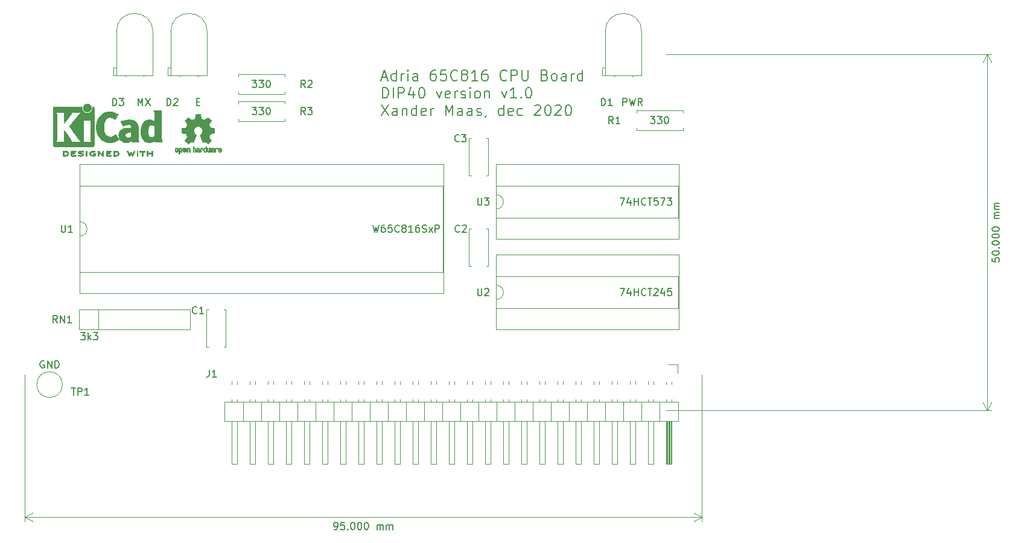
<source format=gbr>
%TF.GenerationSoftware,KiCad,Pcbnew,5.1.9*%
%TF.CreationDate,2020-12-27T17:49:40+01:00*%
%TF.ProjectId,CPU_65816_DIP40_V1.0,4350555f-3635-4383-9136-5f4449503430,1.0*%
%TF.SameCoordinates,Original*%
%TF.FileFunction,Legend,Top*%
%TF.FilePolarity,Positive*%
%FSLAX46Y46*%
G04 Gerber Fmt 4.6, Leading zero omitted, Abs format (unit mm)*
G04 Created by KiCad (PCBNEW 5.1.9) date 2020-12-27 17:49:40*
%MOMM*%
%LPD*%
G01*
G04 APERTURE LIST*
%ADD10C,0.200000*%
%ADD11C,0.150000*%
%ADD12C,0.120000*%
%ADD13C,0.010000*%
G04 APERTURE END LIST*
D10*
X129955714Y-65745000D02*
X130670000Y-65745000D01*
X129812857Y-66173571D02*
X130312857Y-64673571D01*
X130812857Y-66173571D01*
X131955714Y-66173571D02*
X131955714Y-64673571D01*
X131955714Y-66102142D02*
X131812857Y-66173571D01*
X131527142Y-66173571D01*
X131384285Y-66102142D01*
X131312857Y-66030714D01*
X131241428Y-65887857D01*
X131241428Y-65459285D01*
X131312857Y-65316428D01*
X131384285Y-65245000D01*
X131527142Y-65173571D01*
X131812857Y-65173571D01*
X131955714Y-65245000D01*
X132670000Y-66173571D02*
X132670000Y-65173571D01*
X132670000Y-65459285D02*
X132741428Y-65316428D01*
X132812857Y-65245000D01*
X132955714Y-65173571D01*
X133098571Y-65173571D01*
X133598571Y-66173571D02*
X133598571Y-65173571D01*
X133598571Y-64673571D02*
X133527142Y-64745000D01*
X133598571Y-64816428D01*
X133670000Y-64745000D01*
X133598571Y-64673571D01*
X133598571Y-64816428D01*
X134955714Y-66173571D02*
X134955714Y-65387857D01*
X134884285Y-65245000D01*
X134741428Y-65173571D01*
X134455714Y-65173571D01*
X134312857Y-65245000D01*
X134955714Y-66102142D02*
X134812857Y-66173571D01*
X134455714Y-66173571D01*
X134312857Y-66102142D01*
X134241428Y-65959285D01*
X134241428Y-65816428D01*
X134312857Y-65673571D01*
X134455714Y-65602142D01*
X134812857Y-65602142D01*
X134955714Y-65530714D01*
X137455714Y-64673571D02*
X137170000Y-64673571D01*
X137027142Y-64745000D01*
X136955714Y-64816428D01*
X136812857Y-65030714D01*
X136741428Y-65316428D01*
X136741428Y-65887857D01*
X136812857Y-66030714D01*
X136884285Y-66102142D01*
X137027142Y-66173571D01*
X137312857Y-66173571D01*
X137455714Y-66102142D01*
X137527142Y-66030714D01*
X137598571Y-65887857D01*
X137598571Y-65530714D01*
X137527142Y-65387857D01*
X137455714Y-65316428D01*
X137312857Y-65245000D01*
X137027142Y-65245000D01*
X136884285Y-65316428D01*
X136812857Y-65387857D01*
X136741428Y-65530714D01*
X138955714Y-64673571D02*
X138241428Y-64673571D01*
X138170000Y-65387857D01*
X138241428Y-65316428D01*
X138384285Y-65245000D01*
X138741428Y-65245000D01*
X138884285Y-65316428D01*
X138955714Y-65387857D01*
X139027142Y-65530714D01*
X139027142Y-65887857D01*
X138955714Y-66030714D01*
X138884285Y-66102142D01*
X138741428Y-66173571D01*
X138384285Y-66173571D01*
X138241428Y-66102142D01*
X138170000Y-66030714D01*
X140527142Y-66030714D02*
X140455714Y-66102142D01*
X140241428Y-66173571D01*
X140098571Y-66173571D01*
X139884285Y-66102142D01*
X139741428Y-65959285D01*
X139670000Y-65816428D01*
X139598571Y-65530714D01*
X139598571Y-65316428D01*
X139670000Y-65030714D01*
X139741428Y-64887857D01*
X139884285Y-64745000D01*
X140098571Y-64673571D01*
X140241428Y-64673571D01*
X140455714Y-64745000D01*
X140527142Y-64816428D01*
X141384285Y-65316428D02*
X141241428Y-65245000D01*
X141170000Y-65173571D01*
X141098571Y-65030714D01*
X141098571Y-64959285D01*
X141170000Y-64816428D01*
X141241428Y-64745000D01*
X141384285Y-64673571D01*
X141670000Y-64673571D01*
X141812857Y-64745000D01*
X141884285Y-64816428D01*
X141955714Y-64959285D01*
X141955714Y-65030714D01*
X141884285Y-65173571D01*
X141812857Y-65245000D01*
X141670000Y-65316428D01*
X141384285Y-65316428D01*
X141241428Y-65387857D01*
X141170000Y-65459285D01*
X141098571Y-65602142D01*
X141098571Y-65887857D01*
X141170000Y-66030714D01*
X141241428Y-66102142D01*
X141384285Y-66173571D01*
X141670000Y-66173571D01*
X141812857Y-66102142D01*
X141884285Y-66030714D01*
X141955714Y-65887857D01*
X141955714Y-65602142D01*
X141884285Y-65459285D01*
X141812857Y-65387857D01*
X141670000Y-65316428D01*
X143384285Y-66173571D02*
X142527142Y-66173571D01*
X142955714Y-66173571D02*
X142955714Y-64673571D01*
X142812857Y-64887857D01*
X142670000Y-65030714D01*
X142527142Y-65102142D01*
X144670000Y-64673571D02*
X144384285Y-64673571D01*
X144241428Y-64745000D01*
X144170000Y-64816428D01*
X144027142Y-65030714D01*
X143955714Y-65316428D01*
X143955714Y-65887857D01*
X144027142Y-66030714D01*
X144098571Y-66102142D01*
X144241428Y-66173571D01*
X144527142Y-66173571D01*
X144670000Y-66102142D01*
X144741428Y-66030714D01*
X144812857Y-65887857D01*
X144812857Y-65530714D01*
X144741428Y-65387857D01*
X144670000Y-65316428D01*
X144527142Y-65245000D01*
X144241428Y-65245000D01*
X144098571Y-65316428D01*
X144027142Y-65387857D01*
X143955714Y-65530714D01*
X147455714Y-66030714D02*
X147384285Y-66102142D01*
X147170000Y-66173571D01*
X147027142Y-66173571D01*
X146812857Y-66102142D01*
X146670000Y-65959285D01*
X146598571Y-65816428D01*
X146527142Y-65530714D01*
X146527142Y-65316428D01*
X146598571Y-65030714D01*
X146670000Y-64887857D01*
X146812857Y-64745000D01*
X147027142Y-64673571D01*
X147170000Y-64673571D01*
X147384285Y-64745000D01*
X147455714Y-64816428D01*
X148098571Y-66173571D02*
X148098571Y-64673571D01*
X148670000Y-64673571D01*
X148812857Y-64745000D01*
X148884285Y-64816428D01*
X148955714Y-64959285D01*
X148955714Y-65173571D01*
X148884285Y-65316428D01*
X148812857Y-65387857D01*
X148670000Y-65459285D01*
X148098571Y-65459285D01*
X149598571Y-64673571D02*
X149598571Y-65887857D01*
X149670000Y-66030714D01*
X149741428Y-66102142D01*
X149884285Y-66173571D01*
X150170000Y-66173571D01*
X150312857Y-66102142D01*
X150384285Y-66030714D01*
X150455714Y-65887857D01*
X150455714Y-64673571D01*
X152812857Y-65387857D02*
X153027142Y-65459285D01*
X153098571Y-65530714D01*
X153170000Y-65673571D01*
X153170000Y-65887857D01*
X153098571Y-66030714D01*
X153027142Y-66102142D01*
X152884285Y-66173571D01*
X152312857Y-66173571D01*
X152312857Y-64673571D01*
X152812857Y-64673571D01*
X152955714Y-64745000D01*
X153027142Y-64816428D01*
X153098571Y-64959285D01*
X153098571Y-65102142D01*
X153027142Y-65245000D01*
X152955714Y-65316428D01*
X152812857Y-65387857D01*
X152312857Y-65387857D01*
X154027142Y-66173571D02*
X153884285Y-66102142D01*
X153812857Y-66030714D01*
X153741428Y-65887857D01*
X153741428Y-65459285D01*
X153812857Y-65316428D01*
X153884285Y-65245000D01*
X154027142Y-65173571D01*
X154241428Y-65173571D01*
X154384285Y-65245000D01*
X154455714Y-65316428D01*
X154527142Y-65459285D01*
X154527142Y-65887857D01*
X154455714Y-66030714D01*
X154384285Y-66102142D01*
X154241428Y-66173571D01*
X154027142Y-66173571D01*
X155812857Y-66173571D02*
X155812857Y-65387857D01*
X155741428Y-65245000D01*
X155598571Y-65173571D01*
X155312857Y-65173571D01*
X155170000Y-65245000D01*
X155812857Y-66102142D02*
X155670000Y-66173571D01*
X155312857Y-66173571D01*
X155170000Y-66102142D01*
X155098571Y-65959285D01*
X155098571Y-65816428D01*
X155170000Y-65673571D01*
X155312857Y-65602142D01*
X155670000Y-65602142D01*
X155812857Y-65530714D01*
X156527142Y-66173571D02*
X156527142Y-65173571D01*
X156527142Y-65459285D02*
X156598571Y-65316428D01*
X156670000Y-65245000D01*
X156812857Y-65173571D01*
X156955714Y-65173571D01*
X158098571Y-66173571D02*
X158098571Y-64673571D01*
X158098571Y-66102142D02*
X157955714Y-66173571D01*
X157670000Y-66173571D01*
X157527142Y-66102142D01*
X157455714Y-66030714D01*
X157384285Y-65887857D01*
X157384285Y-65459285D01*
X157455714Y-65316428D01*
X157527142Y-65245000D01*
X157670000Y-65173571D01*
X157955714Y-65173571D01*
X158098571Y-65245000D01*
X130027142Y-68623571D02*
X130027142Y-67123571D01*
X130384285Y-67123571D01*
X130598571Y-67195000D01*
X130741428Y-67337857D01*
X130812857Y-67480714D01*
X130884285Y-67766428D01*
X130884285Y-67980714D01*
X130812857Y-68266428D01*
X130741428Y-68409285D01*
X130598571Y-68552142D01*
X130384285Y-68623571D01*
X130027142Y-68623571D01*
X131527142Y-68623571D02*
X131527142Y-67123571D01*
X132241428Y-68623571D02*
X132241428Y-67123571D01*
X132812857Y-67123571D01*
X132955714Y-67195000D01*
X133027142Y-67266428D01*
X133098571Y-67409285D01*
X133098571Y-67623571D01*
X133027142Y-67766428D01*
X132955714Y-67837857D01*
X132812857Y-67909285D01*
X132241428Y-67909285D01*
X134384285Y-67623571D02*
X134384285Y-68623571D01*
X134027142Y-67052142D02*
X133670000Y-68123571D01*
X134598571Y-68123571D01*
X135455714Y-67123571D02*
X135598571Y-67123571D01*
X135741428Y-67195000D01*
X135812857Y-67266428D01*
X135884285Y-67409285D01*
X135955714Y-67695000D01*
X135955714Y-68052142D01*
X135884285Y-68337857D01*
X135812857Y-68480714D01*
X135741428Y-68552142D01*
X135598571Y-68623571D01*
X135455714Y-68623571D01*
X135312857Y-68552142D01*
X135241428Y-68480714D01*
X135170000Y-68337857D01*
X135098571Y-68052142D01*
X135098571Y-67695000D01*
X135170000Y-67409285D01*
X135241428Y-67266428D01*
X135312857Y-67195000D01*
X135455714Y-67123571D01*
X137598571Y-67623571D02*
X137955714Y-68623571D01*
X138312857Y-67623571D01*
X139455714Y-68552142D02*
X139312857Y-68623571D01*
X139027142Y-68623571D01*
X138884285Y-68552142D01*
X138812857Y-68409285D01*
X138812857Y-67837857D01*
X138884285Y-67695000D01*
X139027142Y-67623571D01*
X139312857Y-67623571D01*
X139455714Y-67695000D01*
X139527142Y-67837857D01*
X139527142Y-67980714D01*
X138812857Y-68123571D01*
X140170000Y-68623571D02*
X140170000Y-67623571D01*
X140170000Y-67909285D02*
X140241428Y-67766428D01*
X140312857Y-67695000D01*
X140455714Y-67623571D01*
X140598571Y-67623571D01*
X141027142Y-68552142D02*
X141170000Y-68623571D01*
X141455714Y-68623571D01*
X141598571Y-68552142D01*
X141670000Y-68409285D01*
X141670000Y-68337857D01*
X141598571Y-68195000D01*
X141455714Y-68123571D01*
X141241428Y-68123571D01*
X141098571Y-68052142D01*
X141027142Y-67909285D01*
X141027142Y-67837857D01*
X141098571Y-67695000D01*
X141241428Y-67623571D01*
X141455714Y-67623571D01*
X141598571Y-67695000D01*
X142312857Y-68623571D02*
X142312857Y-67623571D01*
X142312857Y-67123571D02*
X142241428Y-67195000D01*
X142312857Y-67266428D01*
X142384285Y-67195000D01*
X142312857Y-67123571D01*
X142312857Y-67266428D01*
X143241428Y-68623571D02*
X143098571Y-68552142D01*
X143027142Y-68480714D01*
X142955714Y-68337857D01*
X142955714Y-67909285D01*
X143027142Y-67766428D01*
X143098571Y-67695000D01*
X143241428Y-67623571D01*
X143455714Y-67623571D01*
X143598571Y-67695000D01*
X143670000Y-67766428D01*
X143741428Y-67909285D01*
X143741428Y-68337857D01*
X143670000Y-68480714D01*
X143598571Y-68552142D01*
X143455714Y-68623571D01*
X143241428Y-68623571D01*
X144384285Y-67623571D02*
X144384285Y-68623571D01*
X144384285Y-67766428D02*
X144455714Y-67695000D01*
X144598571Y-67623571D01*
X144812857Y-67623571D01*
X144955714Y-67695000D01*
X145027142Y-67837857D01*
X145027142Y-68623571D01*
X146741428Y-67623571D02*
X147098571Y-68623571D01*
X147455714Y-67623571D01*
X148812857Y-68623571D02*
X147955714Y-68623571D01*
X148384285Y-68623571D02*
X148384285Y-67123571D01*
X148241428Y-67337857D01*
X148098571Y-67480714D01*
X147955714Y-67552142D01*
X149455714Y-68480714D02*
X149527142Y-68552142D01*
X149455714Y-68623571D01*
X149384285Y-68552142D01*
X149455714Y-68480714D01*
X149455714Y-68623571D01*
X150455714Y-67123571D02*
X150598571Y-67123571D01*
X150741428Y-67195000D01*
X150812857Y-67266428D01*
X150884285Y-67409285D01*
X150955714Y-67695000D01*
X150955714Y-68052142D01*
X150884285Y-68337857D01*
X150812857Y-68480714D01*
X150741428Y-68552142D01*
X150598571Y-68623571D01*
X150455714Y-68623571D01*
X150312857Y-68552142D01*
X150241428Y-68480714D01*
X150170000Y-68337857D01*
X150098571Y-68052142D01*
X150098571Y-67695000D01*
X150170000Y-67409285D01*
X150241428Y-67266428D01*
X150312857Y-67195000D01*
X150455714Y-67123571D01*
X129884285Y-69573571D02*
X130884285Y-71073571D01*
X130884285Y-69573571D02*
X129884285Y-71073571D01*
X132098571Y-71073571D02*
X132098571Y-70287857D01*
X132027142Y-70145000D01*
X131884285Y-70073571D01*
X131598571Y-70073571D01*
X131455714Y-70145000D01*
X132098571Y-71002142D02*
X131955714Y-71073571D01*
X131598571Y-71073571D01*
X131455714Y-71002142D01*
X131384285Y-70859285D01*
X131384285Y-70716428D01*
X131455714Y-70573571D01*
X131598571Y-70502142D01*
X131955714Y-70502142D01*
X132098571Y-70430714D01*
X132812857Y-70073571D02*
X132812857Y-71073571D01*
X132812857Y-70216428D02*
X132884285Y-70145000D01*
X133027142Y-70073571D01*
X133241428Y-70073571D01*
X133384285Y-70145000D01*
X133455714Y-70287857D01*
X133455714Y-71073571D01*
X134812857Y-71073571D02*
X134812857Y-69573571D01*
X134812857Y-71002142D02*
X134670000Y-71073571D01*
X134384285Y-71073571D01*
X134241428Y-71002142D01*
X134170000Y-70930714D01*
X134098571Y-70787857D01*
X134098571Y-70359285D01*
X134170000Y-70216428D01*
X134241428Y-70145000D01*
X134384285Y-70073571D01*
X134670000Y-70073571D01*
X134812857Y-70145000D01*
X136098571Y-71002142D02*
X135955714Y-71073571D01*
X135670000Y-71073571D01*
X135527142Y-71002142D01*
X135455714Y-70859285D01*
X135455714Y-70287857D01*
X135527142Y-70145000D01*
X135670000Y-70073571D01*
X135955714Y-70073571D01*
X136098571Y-70145000D01*
X136170000Y-70287857D01*
X136170000Y-70430714D01*
X135455714Y-70573571D01*
X136812857Y-71073571D02*
X136812857Y-70073571D01*
X136812857Y-70359285D02*
X136884285Y-70216428D01*
X136955714Y-70145000D01*
X137098571Y-70073571D01*
X137241428Y-70073571D01*
X138884285Y-71073571D02*
X138884285Y-69573571D01*
X139384285Y-70645000D01*
X139884285Y-69573571D01*
X139884285Y-71073571D01*
X141241428Y-71073571D02*
X141241428Y-70287857D01*
X141170000Y-70145000D01*
X141027142Y-70073571D01*
X140741428Y-70073571D01*
X140598571Y-70145000D01*
X141241428Y-71002142D02*
X141098571Y-71073571D01*
X140741428Y-71073571D01*
X140598571Y-71002142D01*
X140527142Y-70859285D01*
X140527142Y-70716428D01*
X140598571Y-70573571D01*
X140741428Y-70502142D01*
X141098571Y-70502142D01*
X141241428Y-70430714D01*
X142598571Y-71073571D02*
X142598571Y-70287857D01*
X142527142Y-70145000D01*
X142384285Y-70073571D01*
X142098571Y-70073571D01*
X141955714Y-70145000D01*
X142598571Y-71002142D02*
X142455714Y-71073571D01*
X142098571Y-71073571D01*
X141955714Y-71002142D01*
X141884285Y-70859285D01*
X141884285Y-70716428D01*
X141955714Y-70573571D01*
X142098571Y-70502142D01*
X142455714Y-70502142D01*
X142598571Y-70430714D01*
X143241428Y-71002142D02*
X143384285Y-71073571D01*
X143670000Y-71073571D01*
X143812857Y-71002142D01*
X143884285Y-70859285D01*
X143884285Y-70787857D01*
X143812857Y-70645000D01*
X143670000Y-70573571D01*
X143455714Y-70573571D01*
X143312857Y-70502142D01*
X143241428Y-70359285D01*
X143241428Y-70287857D01*
X143312857Y-70145000D01*
X143455714Y-70073571D01*
X143670000Y-70073571D01*
X143812857Y-70145000D01*
X144598571Y-71002142D02*
X144598571Y-71073571D01*
X144527142Y-71216428D01*
X144455714Y-71287857D01*
X147027142Y-71073571D02*
X147027142Y-69573571D01*
X147027142Y-71002142D02*
X146884285Y-71073571D01*
X146598571Y-71073571D01*
X146455714Y-71002142D01*
X146384285Y-70930714D01*
X146312857Y-70787857D01*
X146312857Y-70359285D01*
X146384285Y-70216428D01*
X146455714Y-70145000D01*
X146598571Y-70073571D01*
X146884285Y-70073571D01*
X147027142Y-70145000D01*
X148312857Y-71002142D02*
X148170000Y-71073571D01*
X147884285Y-71073571D01*
X147741428Y-71002142D01*
X147670000Y-70859285D01*
X147670000Y-70287857D01*
X147741428Y-70145000D01*
X147884285Y-70073571D01*
X148170000Y-70073571D01*
X148312857Y-70145000D01*
X148384285Y-70287857D01*
X148384285Y-70430714D01*
X147670000Y-70573571D01*
X149670000Y-71002142D02*
X149527142Y-71073571D01*
X149241428Y-71073571D01*
X149098571Y-71002142D01*
X149027142Y-70930714D01*
X148955714Y-70787857D01*
X148955714Y-70359285D01*
X149027142Y-70216428D01*
X149098571Y-70145000D01*
X149241428Y-70073571D01*
X149527142Y-70073571D01*
X149670000Y-70145000D01*
X151384285Y-69716428D02*
X151455714Y-69645000D01*
X151598571Y-69573571D01*
X151955714Y-69573571D01*
X152098571Y-69645000D01*
X152170000Y-69716428D01*
X152241428Y-69859285D01*
X152241428Y-70002142D01*
X152170000Y-70216428D01*
X151312857Y-71073571D01*
X152241428Y-71073571D01*
X153170000Y-69573571D02*
X153312857Y-69573571D01*
X153455714Y-69645000D01*
X153527142Y-69716428D01*
X153598571Y-69859285D01*
X153670000Y-70145000D01*
X153670000Y-70502142D01*
X153598571Y-70787857D01*
X153527142Y-70930714D01*
X153455714Y-71002142D01*
X153312857Y-71073571D01*
X153170000Y-71073571D01*
X153027142Y-71002142D01*
X152955714Y-70930714D01*
X152884285Y-70787857D01*
X152812857Y-70502142D01*
X152812857Y-70145000D01*
X152884285Y-69859285D01*
X152955714Y-69716428D01*
X153027142Y-69645000D01*
X153170000Y-69573571D01*
X154241428Y-69716428D02*
X154312857Y-69645000D01*
X154455714Y-69573571D01*
X154812857Y-69573571D01*
X154955714Y-69645000D01*
X155027142Y-69716428D01*
X155098571Y-69859285D01*
X155098571Y-70002142D01*
X155027142Y-70216428D01*
X154170000Y-71073571D01*
X155098571Y-71073571D01*
X156027142Y-69573571D02*
X156170000Y-69573571D01*
X156312857Y-69645000D01*
X156384285Y-69716428D01*
X156455714Y-69859285D01*
X156527142Y-70145000D01*
X156527142Y-70502142D01*
X156455714Y-70787857D01*
X156384285Y-70930714D01*
X156312857Y-71002142D01*
X156170000Y-71073571D01*
X156027142Y-71073571D01*
X155884285Y-71002142D01*
X155812857Y-70930714D01*
X155741428Y-70787857D01*
X155670000Y-70502142D01*
X155670000Y-70145000D01*
X155741428Y-69859285D01*
X155812857Y-69716428D01*
X155884285Y-69645000D01*
X156027142Y-69573571D01*
D11*
X215562380Y-91074047D02*
X215562380Y-91550238D01*
X216038571Y-91597857D01*
X215990952Y-91550238D01*
X215943333Y-91455000D01*
X215943333Y-91216904D01*
X215990952Y-91121666D01*
X216038571Y-91074047D01*
X216133809Y-91026428D01*
X216371904Y-91026428D01*
X216467142Y-91074047D01*
X216514761Y-91121666D01*
X216562380Y-91216904D01*
X216562380Y-91455000D01*
X216514761Y-91550238D01*
X216467142Y-91597857D01*
X215562380Y-90407380D02*
X215562380Y-90312142D01*
X215610000Y-90216904D01*
X215657619Y-90169285D01*
X215752857Y-90121666D01*
X215943333Y-90074047D01*
X216181428Y-90074047D01*
X216371904Y-90121666D01*
X216467142Y-90169285D01*
X216514761Y-90216904D01*
X216562380Y-90312142D01*
X216562380Y-90407380D01*
X216514761Y-90502619D01*
X216467142Y-90550238D01*
X216371904Y-90597857D01*
X216181428Y-90645476D01*
X215943333Y-90645476D01*
X215752857Y-90597857D01*
X215657619Y-90550238D01*
X215610000Y-90502619D01*
X215562380Y-90407380D01*
X216467142Y-89645476D02*
X216514761Y-89597857D01*
X216562380Y-89645476D01*
X216514761Y-89693095D01*
X216467142Y-89645476D01*
X216562380Y-89645476D01*
X215562380Y-88978809D02*
X215562380Y-88883571D01*
X215610000Y-88788333D01*
X215657619Y-88740714D01*
X215752857Y-88693095D01*
X215943333Y-88645476D01*
X216181428Y-88645476D01*
X216371904Y-88693095D01*
X216467142Y-88740714D01*
X216514761Y-88788333D01*
X216562380Y-88883571D01*
X216562380Y-88978809D01*
X216514761Y-89074047D01*
X216467142Y-89121666D01*
X216371904Y-89169285D01*
X216181428Y-89216904D01*
X215943333Y-89216904D01*
X215752857Y-89169285D01*
X215657619Y-89121666D01*
X215610000Y-89074047D01*
X215562380Y-88978809D01*
X215562380Y-88026428D02*
X215562380Y-87931190D01*
X215610000Y-87835952D01*
X215657619Y-87788333D01*
X215752857Y-87740714D01*
X215943333Y-87693095D01*
X216181428Y-87693095D01*
X216371904Y-87740714D01*
X216467142Y-87788333D01*
X216514761Y-87835952D01*
X216562380Y-87931190D01*
X216562380Y-88026428D01*
X216514761Y-88121666D01*
X216467142Y-88169285D01*
X216371904Y-88216904D01*
X216181428Y-88264523D01*
X215943333Y-88264523D01*
X215752857Y-88216904D01*
X215657619Y-88169285D01*
X215610000Y-88121666D01*
X215562380Y-88026428D01*
X215562380Y-87074047D02*
X215562380Y-86978809D01*
X215610000Y-86883571D01*
X215657619Y-86835952D01*
X215752857Y-86788333D01*
X215943333Y-86740714D01*
X216181428Y-86740714D01*
X216371904Y-86788333D01*
X216467142Y-86835952D01*
X216514761Y-86883571D01*
X216562380Y-86978809D01*
X216562380Y-87074047D01*
X216514761Y-87169285D01*
X216467142Y-87216904D01*
X216371904Y-87264523D01*
X216181428Y-87312142D01*
X215943333Y-87312142D01*
X215752857Y-87264523D01*
X215657619Y-87216904D01*
X215610000Y-87169285D01*
X215562380Y-87074047D01*
X216562380Y-85550238D02*
X215895714Y-85550238D01*
X215990952Y-85550238D02*
X215943333Y-85502619D01*
X215895714Y-85407380D01*
X215895714Y-85264523D01*
X215943333Y-85169285D01*
X216038571Y-85121666D01*
X216562380Y-85121666D01*
X216038571Y-85121666D02*
X215943333Y-85074047D01*
X215895714Y-84978809D01*
X215895714Y-84835952D01*
X215943333Y-84740714D01*
X216038571Y-84693095D01*
X216562380Y-84693095D01*
X216562380Y-84216904D02*
X215895714Y-84216904D01*
X215990952Y-84216904D02*
X215943333Y-84169285D01*
X215895714Y-84074047D01*
X215895714Y-83931190D01*
X215943333Y-83835952D01*
X216038571Y-83788333D01*
X216562380Y-83788333D01*
X216038571Y-83788333D02*
X215943333Y-83740714D01*
X215895714Y-83645476D01*
X215895714Y-83502619D01*
X215943333Y-83407380D01*
X216038571Y-83359761D01*
X216562380Y-83359761D01*
D12*
X214840000Y-112455000D02*
X214840000Y-62455000D01*
X169840000Y-112455000D02*
X215426421Y-112455000D01*
X169840000Y-62455000D02*
X215426421Y-62455000D01*
X214840000Y-62455000D02*
X215426421Y-63581504D01*
X214840000Y-62455000D02*
X214253579Y-63581504D01*
X214840000Y-112455000D02*
X215426421Y-111328496D01*
X214840000Y-112455000D02*
X214253579Y-111328496D01*
D11*
X123292380Y-129177380D02*
X123482857Y-129177380D01*
X123578095Y-129129761D01*
X123625714Y-129082142D01*
X123720952Y-128939285D01*
X123768571Y-128748809D01*
X123768571Y-128367857D01*
X123720952Y-128272619D01*
X123673333Y-128225000D01*
X123578095Y-128177380D01*
X123387619Y-128177380D01*
X123292380Y-128225000D01*
X123244761Y-128272619D01*
X123197142Y-128367857D01*
X123197142Y-128605952D01*
X123244761Y-128701190D01*
X123292380Y-128748809D01*
X123387619Y-128796428D01*
X123578095Y-128796428D01*
X123673333Y-128748809D01*
X123720952Y-128701190D01*
X123768571Y-128605952D01*
X124673333Y-128177380D02*
X124197142Y-128177380D01*
X124149523Y-128653571D01*
X124197142Y-128605952D01*
X124292380Y-128558333D01*
X124530476Y-128558333D01*
X124625714Y-128605952D01*
X124673333Y-128653571D01*
X124720952Y-128748809D01*
X124720952Y-128986904D01*
X124673333Y-129082142D01*
X124625714Y-129129761D01*
X124530476Y-129177380D01*
X124292380Y-129177380D01*
X124197142Y-129129761D01*
X124149523Y-129082142D01*
X125149523Y-129082142D02*
X125197142Y-129129761D01*
X125149523Y-129177380D01*
X125101904Y-129129761D01*
X125149523Y-129082142D01*
X125149523Y-129177380D01*
X125816190Y-128177380D02*
X125911428Y-128177380D01*
X126006666Y-128225000D01*
X126054285Y-128272619D01*
X126101904Y-128367857D01*
X126149523Y-128558333D01*
X126149523Y-128796428D01*
X126101904Y-128986904D01*
X126054285Y-129082142D01*
X126006666Y-129129761D01*
X125911428Y-129177380D01*
X125816190Y-129177380D01*
X125720952Y-129129761D01*
X125673333Y-129082142D01*
X125625714Y-128986904D01*
X125578095Y-128796428D01*
X125578095Y-128558333D01*
X125625714Y-128367857D01*
X125673333Y-128272619D01*
X125720952Y-128225000D01*
X125816190Y-128177380D01*
X126768571Y-128177380D02*
X126863809Y-128177380D01*
X126959047Y-128225000D01*
X127006666Y-128272619D01*
X127054285Y-128367857D01*
X127101904Y-128558333D01*
X127101904Y-128796428D01*
X127054285Y-128986904D01*
X127006666Y-129082142D01*
X126959047Y-129129761D01*
X126863809Y-129177380D01*
X126768571Y-129177380D01*
X126673333Y-129129761D01*
X126625714Y-129082142D01*
X126578095Y-128986904D01*
X126530476Y-128796428D01*
X126530476Y-128558333D01*
X126578095Y-128367857D01*
X126625714Y-128272619D01*
X126673333Y-128225000D01*
X126768571Y-128177380D01*
X127720952Y-128177380D02*
X127816190Y-128177380D01*
X127911428Y-128225000D01*
X127959047Y-128272619D01*
X128006666Y-128367857D01*
X128054285Y-128558333D01*
X128054285Y-128796428D01*
X128006666Y-128986904D01*
X127959047Y-129082142D01*
X127911428Y-129129761D01*
X127816190Y-129177380D01*
X127720952Y-129177380D01*
X127625714Y-129129761D01*
X127578095Y-129082142D01*
X127530476Y-128986904D01*
X127482857Y-128796428D01*
X127482857Y-128558333D01*
X127530476Y-128367857D01*
X127578095Y-128272619D01*
X127625714Y-128225000D01*
X127720952Y-128177380D01*
X129244761Y-129177380D02*
X129244761Y-128510714D01*
X129244761Y-128605952D02*
X129292380Y-128558333D01*
X129387619Y-128510714D01*
X129530476Y-128510714D01*
X129625714Y-128558333D01*
X129673333Y-128653571D01*
X129673333Y-129177380D01*
X129673333Y-128653571D02*
X129720952Y-128558333D01*
X129816190Y-128510714D01*
X129959047Y-128510714D01*
X130054285Y-128558333D01*
X130101904Y-128653571D01*
X130101904Y-129177380D01*
X130578095Y-129177380D02*
X130578095Y-128510714D01*
X130578095Y-128605952D02*
X130625714Y-128558333D01*
X130720952Y-128510714D01*
X130863809Y-128510714D01*
X130959047Y-128558333D01*
X131006666Y-128653571D01*
X131006666Y-129177380D01*
X131006666Y-128653571D02*
X131054285Y-128558333D01*
X131149523Y-128510714D01*
X131292380Y-128510714D01*
X131387619Y-128558333D01*
X131435238Y-128653571D01*
X131435238Y-129177380D01*
D12*
X79840000Y-127455000D02*
X174840000Y-127455000D01*
X79840000Y-107455000D02*
X79840000Y-128041421D01*
X174840000Y-107455000D02*
X174840000Y-128041421D01*
X174840000Y-127455000D02*
X173713496Y-128041421D01*
X174840000Y-127455000D02*
X173713496Y-126868579D01*
X79840000Y-127455000D02*
X80966504Y-128041421D01*
X79840000Y-127455000D02*
X80966504Y-126868579D01*
D13*
%TO.C,REF\u002A\u002A*%
G36*
X104243910Y-70902348D02*
G01*
X104322454Y-70902778D01*
X104379298Y-70903942D01*
X104418105Y-70906207D01*
X104442538Y-70909940D01*
X104456262Y-70915506D01*
X104462940Y-70923273D01*
X104466236Y-70933605D01*
X104466556Y-70934943D01*
X104471562Y-70959079D01*
X104480829Y-71006701D01*
X104493392Y-71072741D01*
X104508287Y-71152128D01*
X104524551Y-71239796D01*
X104525119Y-71242875D01*
X104541410Y-71328789D01*
X104556652Y-71404696D01*
X104569861Y-71466045D01*
X104580054Y-71508282D01*
X104586248Y-71526855D01*
X104586543Y-71527184D01*
X104604788Y-71536253D01*
X104642405Y-71551367D01*
X104691271Y-71569262D01*
X104691543Y-71569358D01*
X104753093Y-71592493D01*
X104825657Y-71621965D01*
X104894057Y-71651597D01*
X104897294Y-71653062D01*
X105008702Y-71703626D01*
X105255399Y-71535160D01*
X105331077Y-71483803D01*
X105399631Y-71437889D01*
X105457088Y-71400030D01*
X105499476Y-71372837D01*
X105522825Y-71358921D01*
X105525042Y-71357889D01*
X105542010Y-71362484D01*
X105573701Y-71384655D01*
X105621352Y-71425447D01*
X105686198Y-71485905D01*
X105752397Y-71550227D01*
X105816214Y-71613612D01*
X105873329Y-71671451D01*
X105920305Y-71720175D01*
X105953703Y-71756210D01*
X105970085Y-71775984D01*
X105970694Y-71777002D01*
X105972505Y-71790572D01*
X105965683Y-71812733D01*
X105948540Y-71846478D01*
X105919393Y-71894800D01*
X105876555Y-71960692D01*
X105819448Y-72045517D01*
X105768766Y-72120177D01*
X105723461Y-72187140D01*
X105686150Y-72242516D01*
X105659452Y-72282420D01*
X105645985Y-72302962D01*
X105645137Y-72304356D01*
X105646781Y-72324038D01*
X105659245Y-72362293D01*
X105680048Y-72411889D01*
X105687462Y-72427728D01*
X105719814Y-72498290D01*
X105754328Y-72578353D01*
X105782365Y-72647629D01*
X105802568Y-72699045D01*
X105818615Y-72738119D01*
X105827888Y-72758541D01*
X105829041Y-72760114D01*
X105846096Y-72762721D01*
X105886298Y-72769863D01*
X105944302Y-72780523D01*
X106014763Y-72793685D01*
X106092335Y-72808333D01*
X106171672Y-72823449D01*
X106247431Y-72838018D01*
X106314264Y-72851022D01*
X106366828Y-72861445D01*
X106399776Y-72868270D01*
X106407857Y-72870199D01*
X106416205Y-72874962D01*
X106422506Y-72885718D01*
X106427045Y-72906098D01*
X106430104Y-72939734D01*
X106431967Y-72990255D01*
X106432918Y-73061292D01*
X106433240Y-73156476D01*
X106433257Y-73195492D01*
X106433257Y-73512799D01*
X106357057Y-73527839D01*
X106314663Y-73535995D01*
X106251400Y-73547899D01*
X106174962Y-73562116D01*
X106093043Y-73577210D01*
X106070400Y-73581355D01*
X105994806Y-73596053D01*
X105928953Y-73610505D01*
X105878366Y-73623375D01*
X105848574Y-73633322D01*
X105843612Y-73636287D01*
X105831426Y-73657283D01*
X105813953Y-73697967D01*
X105794577Y-73750322D01*
X105790734Y-73761600D01*
X105765339Y-73831523D01*
X105733817Y-73910418D01*
X105702969Y-73981266D01*
X105702817Y-73981595D01*
X105651447Y-74092733D01*
X105820399Y-74341253D01*
X105989352Y-74589772D01*
X105772429Y-74807058D01*
X105706819Y-74871726D01*
X105646979Y-74928733D01*
X105596267Y-74975033D01*
X105558046Y-75007584D01*
X105535675Y-75023343D01*
X105532466Y-75024343D01*
X105513626Y-75016469D01*
X105475180Y-74994578D01*
X105421330Y-74961267D01*
X105356276Y-74919131D01*
X105285940Y-74871943D01*
X105214555Y-74823810D01*
X105150908Y-74781928D01*
X105099041Y-74748871D01*
X105062995Y-74727218D01*
X105046867Y-74719543D01*
X105027189Y-74726037D01*
X104989875Y-74743150D01*
X104942621Y-74767326D01*
X104937612Y-74770013D01*
X104873977Y-74801927D01*
X104830341Y-74817579D01*
X104803202Y-74817745D01*
X104789057Y-74803204D01*
X104788975Y-74803000D01*
X104781905Y-74785779D01*
X104765042Y-74744899D01*
X104739695Y-74683525D01*
X104707171Y-74604819D01*
X104668778Y-74511947D01*
X104625822Y-74408072D01*
X104584222Y-74307502D01*
X104538504Y-74196516D01*
X104496526Y-74093703D01*
X104459548Y-74002215D01*
X104428827Y-73925201D01*
X104405622Y-73865815D01*
X104391190Y-73827209D01*
X104386743Y-73812800D01*
X104397896Y-73796272D01*
X104427069Y-73769930D01*
X104465971Y-73740887D01*
X104576757Y-73649039D01*
X104663351Y-73543759D01*
X104724716Y-73427266D01*
X104759815Y-73301776D01*
X104767608Y-73169507D01*
X104761943Y-73108457D01*
X104731078Y-72981795D01*
X104677920Y-72869941D01*
X104605767Y-72774001D01*
X104517917Y-72695076D01*
X104417665Y-72634270D01*
X104308310Y-72592687D01*
X104193147Y-72571428D01*
X104075475Y-72571599D01*
X103958590Y-72594301D01*
X103845789Y-72640638D01*
X103740369Y-72711713D01*
X103696368Y-72751911D01*
X103611979Y-72855129D01*
X103553222Y-72967925D01*
X103519704Y-73087010D01*
X103511035Y-73209095D01*
X103526823Y-73330893D01*
X103566678Y-73449116D01*
X103630207Y-73560475D01*
X103717021Y-73661684D01*
X103814029Y-73740887D01*
X103854437Y-73771162D01*
X103882982Y-73797219D01*
X103893257Y-73812825D01*
X103887877Y-73829843D01*
X103872575Y-73870500D01*
X103848612Y-73931642D01*
X103817244Y-74010119D01*
X103779732Y-74102780D01*
X103737333Y-74206472D01*
X103695663Y-74307526D01*
X103649690Y-74418607D01*
X103607107Y-74521541D01*
X103569221Y-74613165D01*
X103537340Y-74690316D01*
X103512771Y-74749831D01*
X103496820Y-74788544D01*
X103490910Y-74803000D01*
X103476948Y-74817685D01*
X103449940Y-74817642D01*
X103406413Y-74802099D01*
X103342890Y-74770284D01*
X103342388Y-74770013D01*
X103294560Y-74745323D01*
X103255897Y-74727338D01*
X103234095Y-74719614D01*
X103233133Y-74719543D01*
X103216721Y-74727378D01*
X103180487Y-74749165D01*
X103128474Y-74782328D01*
X103064725Y-74824291D01*
X102994060Y-74871943D01*
X102922116Y-74920191D01*
X102857274Y-74962151D01*
X102803735Y-74995227D01*
X102765697Y-75016821D01*
X102747533Y-75024343D01*
X102730808Y-75014457D01*
X102697180Y-74986826D01*
X102650010Y-74944495D01*
X102592658Y-74890505D01*
X102528484Y-74827899D01*
X102507497Y-74806983D01*
X102290499Y-74589623D01*
X102455668Y-74347220D01*
X102505864Y-74272781D01*
X102549919Y-74205972D01*
X102585362Y-74150665D01*
X102609719Y-74110729D01*
X102620522Y-74090036D01*
X102620838Y-74088563D01*
X102615143Y-74069058D01*
X102599826Y-74029822D01*
X102577537Y-73977430D01*
X102561893Y-73942355D01*
X102532641Y-73875201D01*
X102505094Y-73807358D01*
X102483737Y-73750034D01*
X102477935Y-73732572D01*
X102461452Y-73685938D01*
X102445340Y-73649905D01*
X102436490Y-73636287D01*
X102416960Y-73627952D01*
X102374334Y-73616137D01*
X102314145Y-73602181D01*
X102241922Y-73587422D01*
X102209600Y-73581355D01*
X102127522Y-73566273D01*
X102048795Y-73551669D01*
X101981109Y-73538980D01*
X101932160Y-73529642D01*
X101922943Y-73527839D01*
X101846743Y-73512799D01*
X101846743Y-73195492D01*
X101846914Y-73091154D01*
X101847616Y-73012213D01*
X101849134Y-72955038D01*
X101851749Y-72915999D01*
X101855746Y-72891465D01*
X101861409Y-72877805D01*
X101869020Y-72871389D01*
X101872143Y-72870199D01*
X101890978Y-72865980D01*
X101932588Y-72857562D01*
X101991630Y-72845961D01*
X102062757Y-72832195D01*
X102140625Y-72817280D01*
X102219887Y-72802232D01*
X102295198Y-72788069D01*
X102361213Y-72775806D01*
X102412587Y-72766461D01*
X102443975Y-72761050D01*
X102450959Y-72760114D01*
X102457285Y-72747596D01*
X102471290Y-72714246D01*
X102490355Y-72666377D01*
X102497634Y-72647629D01*
X102526996Y-72575195D01*
X102561571Y-72495170D01*
X102592537Y-72427728D01*
X102615323Y-72376159D01*
X102630482Y-72333785D01*
X102635542Y-72307834D01*
X102634736Y-72304356D01*
X102624041Y-72287936D01*
X102599620Y-72251417D01*
X102564095Y-72198687D01*
X102520087Y-72133635D01*
X102470217Y-72060151D01*
X102460356Y-72045645D01*
X102402492Y-71959704D01*
X102359956Y-71894261D01*
X102331054Y-71846304D01*
X102314090Y-71812820D01*
X102307367Y-71790795D01*
X102309190Y-71777217D01*
X102309236Y-71777131D01*
X102323586Y-71759297D01*
X102355323Y-71724817D01*
X102401010Y-71677268D01*
X102457204Y-71620222D01*
X102520468Y-71557255D01*
X102527602Y-71550227D01*
X102607330Y-71473020D01*
X102668857Y-71416330D01*
X102713421Y-71379110D01*
X102742257Y-71360315D01*
X102754958Y-71357889D01*
X102773494Y-71368471D01*
X102811961Y-71392916D01*
X102866386Y-71428612D01*
X102932798Y-71472947D01*
X103007225Y-71523311D01*
X103024601Y-71535160D01*
X103271297Y-71703626D01*
X103382706Y-71653062D01*
X103450457Y-71623595D01*
X103523183Y-71593959D01*
X103585703Y-71570330D01*
X103588457Y-71569358D01*
X103637360Y-71551457D01*
X103675057Y-71536320D01*
X103693425Y-71527210D01*
X103693456Y-71527184D01*
X103699285Y-71510717D01*
X103709192Y-71470219D01*
X103722195Y-71410242D01*
X103737309Y-71335340D01*
X103753552Y-71250064D01*
X103754881Y-71242875D01*
X103771175Y-71155014D01*
X103786133Y-71075260D01*
X103798791Y-71008681D01*
X103808186Y-70960347D01*
X103813354Y-70935325D01*
X103813444Y-70934943D01*
X103816589Y-70924299D01*
X103822704Y-70916262D01*
X103835453Y-70910467D01*
X103858500Y-70906547D01*
X103895509Y-70904135D01*
X103950144Y-70902865D01*
X104026067Y-70902371D01*
X104126944Y-70902286D01*
X104140000Y-70902286D01*
X104243910Y-70902348D01*
G37*
X104243910Y-70902348D02*
X104322454Y-70902778D01*
X104379298Y-70903942D01*
X104418105Y-70906207D01*
X104442538Y-70909940D01*
X104456262Y-70915506D01*
X104462940Y-70923273D01*
X104466236Y-70933605D01*
X104466556Y-70934943D01*
X104471562Y-70959079D01*
X104480829Y-71006701D01*
X104493392Y-71072741D01*
X104508287Y-71152128D01*
X104524551Y-71239796D01*
X104525119Y-71242875D01*
X104541410Y-71328789D01*
X104556652Y-71404696D01*
X104569861Y-71466045D01*
X104580054Y-71508282D01*
X104586248Y-71526855D01*
X104586543Y-71527184D01*
X104604788Y-71536253D01*
X104642405Y-71551367D01*
X104691271Y-71569262D01*
X104691543Y-71569358D01*
X104753093Y-71592493D01*
X104825657Y-71621965D01*
X104894057Y-71651597D01*
X104897294Y-71653062D01*
X105008702Y-71703626D01*
X105255399Y-71535160D01*
X105331077Y-71483803D01*
X105399631Y-71437889D01*
X105457088Y-71400030D01*
X105499476Y-71372837D01*
X105522825Y-71358921D01*
X105525042Y-71357889D01*
X105542010Y-71362484D01*
X105573701Y-71384655D01*
X105621352Y-71425447D01*
X105686198Y-71485905D01*
X105752397Y-71550227D01*
X105816214Y-71613612D01*
X105873329Y-71671451D01*
X105920305Y-71720175D01*
X105953703Y-71756210D01*
X105970085Y-71775984D01*
X105970694Y-71777002D01*
X105972505Y-71790572D01*
X105965683Y-71812733D01*
X105948540Y-71846478D01*
X105919393Y-71894800D01*
X105876555Y-71960692D01*
X105819448Y-72045517D01*
X105768766Y-72120177D01*
X105723461Y-72187140D01*
X105686150Y-72242516D01*
X105659452Y-72282420D01*
X105645985Y-72302962D01*
X105645137Y-72304356D01*
X105646781Y-72324038D01*
X105659245Y-72362293D01*
X105680048Y-72411889D01*
X105687462Y-72427728D01*
X105719814Y-72498290D01*
X105754328Y-72578353D01*
X105782365Y-72647629D01*
X105802568Y-72699045D01*
X105818615Y-72738119D01*
X105827888Y-72758541D01*
X105829041Y-72760114D01*
X105846096Y-72762721D01*
X105886298Y-72769863D01*
X105944302Y-72780523D01*
X106014763Y-72793685D01*
X106092335Y-72808333D01*
X106171672Y-72823449D01*
X106247431Y-72838018D01*
X106314264Y-72851022D01*
X106366828Y-72861445D01*
X106399776Y-72868270D01*
X106407857Y-72870199D01*
X106416205Y-72874962D01*
X106422506Y-72885718D01*
X106427045Y-72906098D01*
X106430104Y-72939734D01*
X106431967Y-72990255D01*
X106432918Y-73061292D01*
X106433240Y-73156476D01*
X106433257Y-73195492D01*
X106433257Y-73512799D01*
X106357057Y-73527839D01*
X106314663Y-73535995D01*
X106251400Y-73547899D01*
X106174962Y-73562116D01*
X106093043Y-73577210D01*
X106070400Y-73581355D01*
X105994806Y-73596053D01*
X105928953Y-73610505D01*
X105878366Y-73623375D01*
X105848574Y-73633322D01*
X105843612Y-73636287D01*
X105831426Y-73657283D01*
X105813953Y-73697967D01*
X105794577Y-73750322D01*
X105790734Y-73761600D01*
X105765339Y-73831523D01*
X105733817Y-73910418D01*
X105702969Y-73981266D01*
X105702817Y-73981595D01*
X105651447Y-74092733D01*
X105820399Y-74341253D01*
X105989352Y-74589772D01*
X105772429Y-74807058D01*
X105706819Y-74871726D01*
X105646979Y-74928733D01*
X105596267Y-74975033D01*
X105558046Y-75007584D01*
X105535675Y-75023343D01*
X105532466Y-75024343D01*
X105513626Y-75016469D01*
X105475180Y-74994578D01*
X105421330Y-74961267D01*
X105356276Y-74919131D01*
X105285940Y-74871943D01*
X105214555Y-74823810D01*
X105150908Y-74781928D01*
X105099041Y-74748871D01*
X105062995Y-74727218D01*
X105046867Y-74719543D01*
X105027189Y-74726037D01*
X104989875Y-74743150D01*
X104942621Y-74767326D01*
X104937612Y-74770013D01*
X104873977Y-74801927D01*
X104830341Y-74817579D01*
X104803202Y-74817745D01*
X104789057Y-74803204D01*
X104788975Y-74803000D01*
X104781905Y-74785779D01*
X104765042Y-74744899D01*
X104739695Y-74683525D01*
X104707171Y-74604819D01*
X104668778Y-74511947D01*
X104625822Y-74408072D01*
X104584222Y-74307502D01*
X104538504Y-74196516D01*
X104496526Y-74093703D01*
X104459548Y-74002215D01*
X104428827Y-73925201D01*
X104405622Y-73865815D01*
X104391190Y-73827209D01*
X104386743Y-73812800D01*
X104397896Y-73796272D01*
X104427069Y-73769930D01*
X104465971Y-73740887D01*
X104576757Y-73649039D01*
X104663351Y-73543759D01*
X104724716Y-73427266D01*
X104759815Y-73301776D01*
X104767608Y-73169507D01*
X104761943Y-73108457D01*
X104731078Y-72981795D01*
X104677920Y-72869941D01*
X104605767Y-72774001D01*
X104517917Y-72695076D01*
X104417665Y-72634270D01*
X104308310Y-72592687D01*
X104193147Y-72571428D01*
X104075475Y-72571599D01*
X103958590Y-72594301D01*
X103845789Y-72640638D01*
X103740369Y-72711713D01*
X103696368Y-72751911D01*
X103611979Y-72855129D01*
X103553222Y-72967925D01*
X103519704Y-73087010D01*
X103511035Y-73209095D01*
X103526823Y-73330893D01*
X103566678Y-73449116D01*
X103630207Y-73560475D01*
X103717021Y-73661684D01*
X103814029Y-73740887D01*
X103854437Y-73771162D01*
X103882982Y-73797219D01*
X103893257Y-73812825D01*
X103887877Y-73829843D01*
X103872575Y-73870500D01*
X103848612Y-73931642D01*
X103817244Y-74010119D01*
X103779732Y-74102780D01*
X103737333Y-74206472D01*
X103695663Y-74307526D01*
X103649690Y-74418607D01*
X103607107Y-74521541D01*
X103569221Y-74613165D01*
X103537340Y-74690316D01*
X103512771Y-74749831D01*
X103496820Y-74788544D01*
X103490910Y-74803000D01*
X103476948Y-74817685D01*
X103449940Y-74817642D01*
X103406413Y-74802099D01*
X103342890Y-74770284D01*
X103342388Y-74770013D01*
X103294560Y-74745323D01*
X103255897Y-74727338D01*
X103234095Y-74719614D01*
X103233133Y-74719543D01*
X103216721Y-74727378D01*
X103180487Y-74749165D01*
X103128474Y-74782328D01*
X103064725Y-74824291D01*
X102994060Y-74871943D01*
X102922116Y-74920191D01*
X102857274Y-74962151D01*
X102803735Y-74995227D01*
X102765697Y-75016821D01*
X102747533Y-75024343D01*
X102730808Y-75014457D01*
X102697180Y-74986826D01*
X102650010Y-74944495D01*
X102592658Y-74890505D01*
X102528484Y-74827899D01*
X102507497Y-74806983D01*
X102290499Y-74589623D01*
X102455668Y-74347220D01*
X102505864Y-74272781D01*
X102549919Y-74205972D01*
X102585362Y-74150665D01*
X102609719Y-74110729D01*
X102620522Y-74090036D01*
X102620838Y-74088563D01*
X102615143Y-74069058D01*
X102599826Y-74029822D01*
X102577537Y-73977430D01*
X102561893Y-73942355D01*
X102532641Y-73875201D01*
X102505094Y-73807358D01*
X102483737Y-73750034D01*
X102477935Y-73732572D01*
X102461452Y-73685938D01*
X102445340Y-73649905D01*
X102436490Y-73636287D01*
X102416960Y-73627952D01*
X102374334Y-73616137D01*
X102314145Y-73602181D01*
X102241922Y-73587422D01*
X102209600Y-73581355D01*
X102127522Y-73566273D01*
X102048795Y-73551669D01*
X101981109Y-73538980D01*
X101932160Y-73529642D01*
X101922943Y-73527839D01*
X101846743Y-73512799D01*
X101846743Y-73195492D01*
X101846914Y-73091154D01*
X101847616Y-73012213D01*
X101849134Y-72955038D01*
X101851749Y-72915999D01*
X101855746Y-72891465D01*
X101861409Y-72877805D01*
X101869020Y-72871389D01*
X101872143Y-72870199D01*
X101890978Y-72865980D01*
X101932588Y-72857562D01*
X101991630Y-72845961D01*
X102062757Y-72832195D01*
X102140625Y-72817280D01*
X102219887Y-72802232D01*
X102295198Y-72788069D01*
X102361213Y-72775806D01*
X102412587Y-72766461D01*
X102443975Y-72761050D01*
X102450959Y-72760114D01*
X102457285Y-72747596D01*
X102471290Y-72714246D01*
X102490355Y-72666377D01*
X102497634Y-72647629D01*
X102526996Y-72575195D01*
X102561571Y-72495170D01*
X102592537Y-72427728D01*
X102615323Y-72376159D01*
X102630482Y-72333785D01*
X102635542Y-72307834D01*
X102634736Y-72304356D01*
X102624041Y-72287936D01*
X102599620Y-72251417D01*
X102564095Y-72198687D01*
X102520087Y-72133635D01*
X102470217Y-72060151D01*
X102460356Y-72045645D01*
X102402492Y-71959704D01*
X102359956Y-71894261D01*
X102331054Y-71846304D01*
X102314090Y-71812820D01*
X102307367Y-71790795D01*
X102309190Y-71777217D01*
X102309236Y-71777131D01*
X102323586Y-71759297D01*
X102355323Y-71724817D01*
X102401010Y-71677268D01*
X102457204Y-71620222D01*
X102520468Y-71557255D01*
X102527602Y-71550227D01*
X102607330Y-71473020D01*
X102668857Y-71416330D01*
X102713421Y-71379110D01*
X102742257Y-71360315D01*
X102754958Y-71357889D01*
X102773494Y-71368471D01*
X102811961Y-71392916D01*
X102866386Y-71428612D01*
X102932798Y-71472947D01*
X103007225Y-71523311D01*
X103024601Y-71535160D01*
X103271297Y-71703626D01*
X103382706Y-71653062D01*
X103450457Y-71623595D01*
X103523183Y-71593959D01*
X103585703Y-71570330D01*
X103588457Y-71569358D01*
X103637360Y-71551457D01*
X103675057Y-71536320D01*
X103693425Y-71527210D01*
X103693456Y-71527184D01*
X103699285Y-71510717D01*
X103709192Y-71470219D01*
X103722195Y-71410242D01*
X103737309Y-71335340D01*
X103753552Y-71250064D01*
X103754881Y-71242875D01*
X103771175Y-71155014D01*
X103786133Y-71075260D01*
X103798791Y-71008681D01*
X103808186Y-70960347D01*
X103813354Y-70935325D01*
X103813444Y-70934943D01*
X103816589Y-70924299D01*
X103822704Y-70916262D01*
X103835453Y-70910467D01*
X103858500Y-70906547D01*
X103895509Y-70904135D01*
X103950144Y-70902865D01*
X104026067Y-70902371D01*
X104126944Y-70902286D01*
X104140000Y-70902286D01*
X104243910Y-70902348D01*
G36*
X107293595Y-75626966D02*
G01*
X107351021Y-75664497D01*
X107378719Y-75698096D01*
X107400662Y-75759064D01*
X107402405Y-75807308D01*
X107398457Y-75871816D01*
X107249686Y-75936934D01*
X107177349Y-75970202D01*
X107130084Y-75996964D01*
X107105507Y-76020144D01*
X107101237Y-76042667D01*
X107114889Y-76067455D01*
X107129943Y-76083886D01*
X107173746Y-76110235D01*
X107221389Y-76112081D01*
X107265145Y-76091546D01*
X107297289Y-76050752D01*
X107303038Y-76036347D01*
X107330576Y-75991356D01*
X107362258Y-75972182D01*
X107405714Y-75955779D01*
X107405714Y-76017966D01*
X107401872Y-76060283D01*
X107386823Y-76095969D01*
X107355280Y-76136943D01*
X107350592Y-76142267D01*
X107315506Y-76178720D01*
X107285347Y-76198283D01*
X107247615Y-76207283D01*
X107216335Y-76210230D01*
X107160385Y-76210965D01*
X107120555Y-76201660D01*
X107095708Y-76187846D01*
X107056656Y-76157467D01*
X107029625Y-76124613D01*
X107012517Y-76083294D01*
X107003238Y-76027521D01*
X106999693Y-75951305D01*
X106999410Y-75912622D01*
X107000372Y-75866247D01*
X107088007Y-75866247D01*
X107089023Y-75891126D01*
X107091556Y-75895200D01*
X107108274Y-75889665D01*
X107144249Y-75875017D01*
X107192331Y-75854190D01*
X107202386Y-75849714D01*
X107263152Y-75818814D01*
X107296632Y-75791657D01*
X107303990Y-75766220D01*
X107286391Y-75740481D01*
X107271856Y-75729109D01*
X107219410Y-75706364D01*
X107170322Y-75710122D01*
X107129227Y-75737884D01*
X107100758Y-75787152D01*
X107091631Y-75826257D01*
X107088007Y-75866247D01*
X107000372Y-75866247D01*
X107001285Y-75822249D01*
X107008196Y-75755384D01*
X107021884Y-75706695D01*
X107044096Y-75670849D01*
X107076574Y-75642513D01*
X107090733Y-75633355D01*
X107155053Y-75609507D01*
X107225473Y-75608006D01*
X107293595Y-75626966D01*
G37*
X107293595Y-75626966D02*
X107351021Y-75664497D01*
X107378719Y-75698096D01*
X107400662Y-75759064D01*
X107402405Y-75807308D01*
X107398457Y-75871816D01*
X107249686Y-75936934D01*
X107177349Y-75970202D01*
X107130084Y-75996964D01*
X107105507Y-76020144D01*
X107101237Y-76042667D01*
X107114889Y-76067455D01*
X107129943Y-76083886D01*
X107173746Y-76110235D01*
X107221389Y-76112081D01*
X107265145Y-76091546D01*
X107297289Y-76050752D01*
X107303038Y-76036347D01*
X107330576Y-75991356D01*
X107362258Y-75972182D01*
X107405714Y-75955779D01*
X107405714Y-76017966D01*
X107401872Y-76060283D01*
X107386823Y-76095969D01*
X107355280Y-76136943D01*
X107350592Y-76142267D01*
X107315506Y-76178720D01*
X107285347Y-76198283D01*
X107247615Y-76207283D01*
X107216335Y-76210230D01*
X107160385Y-76210965D01*
X107120555Y-76201660D01*
X107095708Y-76187846D01*
X107056656Y-76157467D01*
X107029625Y-76124613D01*
X107012517Y-76083294D01*
X107003238Y-76027521D01*
X106999693Y-75951305D01*
X106999410Y-75912622D01*
X107000372Y-75866247D01*
X107088007Y-75866247D01*
X107089023Y-75891126D01*
X107091556Y-75895200D01*
X107108274Y-75889665D01*
X107144249Y-75875017D01*
X107192331Y-75854190D01*
X107202386Y-75849714D01*
X107263152Y-75818814D01*
X107296632Y-75791657D01*
X107303990Y-75766220D01*
X107286391Y-75740481D01*
X107271856Y-75729109D01*
X107219410Y-75706364D01*
X107170322Y-75710122D01*
X107129227Y-75737884D01*
X107100758Y-75787152D01*
X107091631Y-75826257D01*
X107088007Y-75866247D01*
X107000372Y-75866247D01*
X107001285Y-75822249D01*
X107008196Y-75755384D01*
X107021884Y-75706695D01*
X107044096Y-75670849D01*
X107076574Y-75642513D01*
X107090733Y-75633355D01*
X107155053Y-75609507D01*
X107225473Y-75608006D01*
X107293595Y-75626966D01*
G36*
X106792600Y-75618752D02*
G01*
X106809948Y-75626334D01*
X106851356Y-75659128D01*
X106886765Y-75706547D01*
X106908664Y-75757151D01*
X106912229Y-75782098D01*
X106900279Y-75816927D01*
X106874067Y-75835357D01*
X106845964Y-75846516D01*
X106833095Y-75848572D01*
X106826829Y-75833649D01*
X106814456Y-75801175D01*
X106809028Y-75786502D01*
X106778590Y-75735744D01*
X106734520Y-75710427D01*
X106678010Y-75711206D01*
X106673825Y-75712203D01*
X106643655Y-75726507D01*
X106621476Y-75754393D01*
X106606327Y-75799287D01*
X106597250Y-75864615D01*
X106593286Y-75953804D01*
X106592914Y-76001261D01*
X106592730Y-76076071D01*
X106591522Y-76127069D01*
X106588309Y-76159471D01*
X106582109Y-76178495D01*
X106571940Y-76189356D01*
X106556819Y-76197272D01*
X106555946Y-76197670D01*
X106526828Y-76209981D01*
X106512403Y-76214514D01*
X106510186Y-76200809D01*
X106508289Y-76162925D01*
X106506847Y-76105715D01*
X106505998Y-76034027D01*
X106505829Y-75981565D01*
X106506692Y-75880047D01*
X106510070Y-75803032D01*
X106517142Y-75746023D01*
X106529088Y-75704526D01*
X106547090Y-75674043D01*
X106572327Y-75650080D01*
X106597247Y-75633355D01*
X106657171Y-75611097D01*
X106726911Y-75606076D01*
X106792600Y-75618752D01*
G37*
X106792600Y-75618752D02*
X106809948Y-75626334D01*
X106851356Y-75659128D01*
X106886765Y-75706547D01*
X106908664Y-75757151D01*
X106912229Y-75782098D01*
X106900279Y-75816927D01*
X106874067Y-75835357D01*
X106845964Y-75846516D01*
X106833095Y-75848572D01*
X106826829Y-75833649D01*
X106814456Y-75801175D01*
X106809028Y-75786502D01*
X106778590Y-75735744D01*
X106734520Y-75710427D01*
X106678010Y-75711206D01*
X106673825Y-75712203D01*
X106643655Y-75726507D01*
X106621476Y-75754393D01*
X106606327Y-75799287D01*
X106597250Y-75864615D01*
X106593286Y-75953804D01*
X106592914Y-76001261D01*
X106592730Y-76076071D01*
X106591522Y-76127069D01*
X106588309Y-76159471D01*
X106582109Y-76178495D01*
X106571940Y-76189356D01*
X106556819Y-76197272D01*
X106555946Y-76197670D01*
X106526828Y-76209981D01*
X106512403Y-76214514D01*
X106510186Y-76200809D01*
X106508289Y-76162925D01*
X106506847Y-76105715D01*
X106505998Y-76034027D01*
X106505829Y-75981565D01*
X106506692Y-75880047D01*
X106510070Y-75803032D01*
X106517142Y-75746023D01*
X106529088Y-75704526D01*
X106547090Y-75674043D01*
X106572327Y-75650080D01*
X106597247Y-75633355D01*
X106657171Y-75611097D01*
X106726911Y-75606076D01*
X106792600Y-75618752D01*
G36*
X106284876Y-75616335D02*
G01*
X106326667Y-75635344D01*
X106359469Y-75658378D01*
X106383503Y-75684133D01*
X106400097Y-75717358D01*
X106410577Y-75762800D01*
X106416271Y-75825207D01*
X106418507Y-75909327D01*
X106418743Y-75964721D01*
X106418743Y-76180826D01*
X106381774Y-76197670D01*
X106352656Y-76209981D01*
X106338231Y-76214514D01*
X106335472Y-76201025D01*
X106333282Y-76164653D01*
X106331942Y-76111542D01*
X106331657Y-76069372D01*
X106330434Y-76008447D01*
X106327136Y-75960115D01*
X106322321Y-75930518D01*
X106318496Y-75924229D01*
X106292783Y-75930652D01*
X106252418Y-75947125D01*
X106205679Y-75969458D01*
X106160845Y-75993457D01*
X106126193Y-76014930D01*
X106110002Y-76029685D01*
X106109938Y-76029845D01*
X106111330Y-76057152D01*
X106123818Y-76083219D01*
X106145743Y-76104392D01*
X106177743Y-76111474D01*
X106205092Y-76110649D01*
X106243826Y-76110042D01*
X106264158Y-76119116D01*
X106276369Y-76143092D01*
X106277909Y-76147613D01*
X106283203Y-76181806D01*
X106269047Y-76202568D01*
X106232148Y-76212462D01*
X106192289Y-76214292D01*
X106120562Y-76200727D01*
X106083432Y-76181355D01*
X106037576Y-76135845D01*
X106013256Y-76079983D01*
X106011073Y-76020957D01*
X106031629Y-75965953D01*
X106062549Y-75931486D01*
X106093420Y-75912189D01*
X106141942Y-75887759D01*
X106198485Y-75862985D01*
X106207910Y-75859199D01*
X106270019Y-75831791D01*
X106305822Y-75807634D01*
X106317337Y-75783619D01*
X106306580Y-75756635D01*
X106288114Y-75735543D01*
X106244469Y-75709572D01*
X106196446Y-75707624D01*
X106152406Y-75727637D01*
X106120709Y-75767551D01*
X106116549Y-75777848D01*
X106092327Y-75815724D01*
X106056965Y-75843842D01*
X106012343Y-75866917D01*
X106012343Y-75801485D01*
X106014969Y-75761506D01*
X106026230Y-75729997D01*
X106051199Y-75696378D01*
X106075169Y-75670484D01*
X106112441Y-75633817D01*
X106141401Y-75614121D01*
X106172505Y-75606220D01*
X106207713Y-75604914D01*
X106284876Y-75616335D01*
G37*
X106284876Y-75616335D02*
X106326667Y-75635344D01*
X106359469Y-75658378D01*
X106383503Y-75684133D01*
X106400097Y-75717358D01*
X106410577Y-75762800D01*
X106416271Y-75825207D01*
X106418507Y-75909327D01*
X106418743Y-75964721D01*
X106418743Y-76180826D01*
X106381774Y-76197670D01*
X106352656Y-76209981D01*
X106338231Y-76214514D01*
X106335472Y-76201025D01*
X106333282Y-76164653D01*
X106331942Y-76111542D01*
X106331657Y-76069372D01*
X106330434Y-76008447D01*
X106327136Y-75960115D01*
X106322321Y-75930518D01*
X106318496Y-75924229D01*
X106292783Y-75930652D01*
X106252418Y-75947125D01*
X106205679Y-75969458D01*
X106160845Y-75993457D01*
X106126193Y-76014930D01*
X106110002Y-76029685D01*
X106109938Y-76029845D01*
X106111330Y-76057152D01*
X106123818Y-76083219D01*
X106145743Y-76104392D01*
X106177743Y-76111474D01*
X106205092Y-76110649D01*
X106243826Y-76110042D01*
X106264158Y-76119116D01*
X106276369Y-76143092D01*
X106277909Y-76147613D01*
X106283203Y-76181806D01*
X106269047Y-76202568D01*
X106232148Y-76212462D01*
X106192289Y-76214292D01*
X106120562Y-76200727D01*
X106083432Y-76181355D01*
X106037576Y-76135845D01*
X106013256Y-76079983D01*
X106011073Y-76020957D01*
X106031629Y-75965953D01*
X106062549Y-75931486D01*
X106093420Y-75912189D01*
X106141942Y-75887759D01*
X106198485Y-75862985D01*
X106207910Y-75859199D01*
X106270019Y-75831791D01*
X106305822Y-75807634D01*
X106317337Y-75783619D01*
X106306580Y-75756635D01*
X106288114Y-75735543D01*
X106244469Y-75709572D01*
X106196446Y-75707624D01*
X106152406Y-75727637D01*
X106120709Y-75767551D01*
X106116549Y-75777848D01*
X106092327Y-75815724D01*
X106056965Y-75843842D01*
X106012343Y-75866917D01*
X106012343Y-75801485D01*
X106014969Y-75761506D01*
X106026230Y-75729997D01*
X106051199Y-75696378D01*
X106075169Y-75670484D01*
X106112441Y-75633817D01*
X106141401Y-75614121D01*
X106172505Y-75606220D01*
X106207713Y-75604914D01*
X106284876Y-75616335D01*
G36*
X105919833Y-75618663D02*
G01*
X105922048Y-75656850D01*
X105923784Y-75714886D01*
X105924899Y-75788180D01*
X105925257Y-75865055D01*
X105925257Y-76125196D01*
X105879326Y-76171127D01*
X105847675Y-76199429D01*
X105819890Y-76210893D01*
X105781915Y-76210168D01*
X105766840Y-76208321D01*
X105719726Y-76202948D01*
X105680756Y-76199869D01*
X105671257Y-76199585D01*
X105639233Y-76201445D01*
X105593432Y-76206114D01*
X105575674Y-76208321D01*
X105532057Y-76211735D01*
X105502745Y-76204320D01*
X105473680Y-76181427D01*
X105463188Y-76171127D01*
X105417257Y-76125196D01*
X105417257Y-75638602D01*
X105454226Y-75621758D01*
X105486059Y-75609282D01*
X105504683Y-75604914D01*
X105509458Y-75618718D01*
X105513921Y-75657286D01*
X105517775Y-75716356D01*
X105520722Y-75791663D01*
X105522143Y-75855286D01*
X105526114Y-76105657D01*
X105560759Y-76110556D01*
X105592268Y-76107131D01*
X105607708Y-76096041D01*
X105612023Y-76075308D01*
X105615708Y-76031145D01*
X105618469Y-75969146D01*
X105620012Y-75894909D01*
X105620235Y-75856706D01*
X105620457Y-75636783D01*
X105666166Y-75620849D01*
X105698518Y-75610015D01*
X105716115Y-75604962D01*
X105716623Y-75604914D01*
X105718388Y-75618648D01*
X105720329Y-75656730D01*
X105722282Y-75714482D01*
X105724084Y-75787227D01*
X105725343Y-75855286D01*
X105729314Y-76105657D01*
X105816400Y-76105657D01*
X105820396Y-75877240D01*
X105824392Y-75648822D01*
X105866847Y-75626868D01*
X105898192Y-75611793D01*
X105916744Y-75604951D01*
X105917279Y-75604914D01*
X105919833Y-75618663D01*
G37*
X105919833Y-75618663D02*
X105922048Y-75656850D01*
X105923784Y-75714886D01*
X105924899Y-75788180D01*
X105925257Y-75865055D01*
X105925257Y-76125196D01*
X105879326Y-76171127D01*
X105847675Y-76199429D01*
X105819890Y-76210893D01*
X105781915Y-76210168D01*
X105766840Y-76208321D01*
X105719726Y-76202948D01*
X105680756Y-76199869D01*
X105671257Y-76199585D01*
X105639233Y-76201445D01*
X105593432Y-76206114D01*
X105575674Y-76208321D01*
X105532057Y-76211735D01*
X105502745Y-76204320D01*
X105473680Y-76181427D01*
X105463188Y-76171127D01*
X105417257Y-76125196D01*
X105417257Y-75638602D01*
X105454226Y-75621758D01*
X105486059Y-75609282D01*
X105504683Y-75604914D01*
X105509458Y-75618718D01*
X105513921Y-75657286D01*
X105517775Y-75716356D01*
X105520722Y-75791663D01*
X105522143Y-75855286D01*
X105526114Y-76105657D01*
X105560759Y-76110556D01*
X105592268Y-76107131D01*
X105607708Y-76096041D01*
X105612023Y-76075308D01*
X105615708Y-76031145D01*
X105618469Y-75969146D01*
X105620012Y-75894909D01*
X105620235Y-75856706D01*
X105620457Y-75636783D01*
X105666166Y-75620849D01*
X105698518Y-75610015D01*
X105716115Y-75604962D01*
X105716623Y-75604914D01*
X105718388Y-75618648D01*
X105720329Y-75656730D01*
X105722282Y-75714482D01*
X105724084Y-75787227D01*
X105725343Y-75855286D01*
X105729314Y-76105657D01*
X105816400Y-76105657D01*
X105820396Y-75877240D01*
X105824392Y-75648822D01*
X105866847Y-75626868D01*
X105898192Y-75611793D01*
X105916744Y-75604951D01*
X105917279Y-75604914D01*
X105919833Y-75618663D01*
G36*
X105330117Y-75725358D02*
G01*
X105329933Y-75833837D01*
X105329219Y-75917287D01*
X105327675Y-75979704D01*
X105325001Y-76025085D01*
X105320894Y-76057429D01*
X105315055Y-76080733D01*
X105307182Y-76098995D01*
X105301221Y-76109418D01*
X105251855Y-76165945D01*
X105189264Y-76201377D01*
X105120013Y-76214090D01*
X105050668Y-76202463D01*
X105009375Y-76181568D01*
X104966025Y-76145422D01*
X104936481Y-76101276D01*
X104918655Y-76043462D01*
X104910463Y-75966313D01*
X104909302Y-75909714D01*
X104909458Y-75905647D01*
X105010857Y-75905647D01*
X105011476Y-75970550D01*
X105014314Y-76013514D01*
X105020840Y-76041622D01*
X105032523Y-76061953D01*
X105046483Y-76077288D01*
X105093365Y-76106890D01*
X105143701Y-76109419D01*
X105191276Y-76084705D01*
X105194979Y-76081356D01*
X105210783Y-76063935D01*
X105220693Y-76043209D01*
X105226058Y-76012362D01*
X105228228Y-75964577D01*
X105228571Y-75911748D01*
X105227827Y-75845381D01*
X105224748Y-75801106D01*
X105218061Y-75772009D01*
X105206496Y-75751173D01*
X105197013Y-75740107D01*
X105152960Y-75712198D01*
X105102224Y-75708843D01*
X105053796Y-75730159D01*
X105044450Y-75738073D01*
X105028540Y-75755647D01*
X105018610Y-75776587D01*
X105013278Y-75807782D01*
X105011163Y-75856122D01*
X105010857Y-75905647D01*
X104909458Y-75905647D01*
X104912810Y-75818568D01*
X104924726Y-75750086D01*
X104947135Y-75698600D01*
X104982124Y-75658443D01*
X105009375Y-75637861D01*
X105058907Y-75615625D01*
X105116316Y-75605304D01*
X105169682Y-75608067D01*
X105199543Y-75619212D01*
X105211261Y-75622383D01*
X105219037Y-75610557D01*
X105224465Y-75578866D01*
X105228571Y-75530593D01*
X105233067Y-75476829D01*
X105239313Y-75444482D01*
X105250676Y-75425985D01*
X105270528Y-75413770D01*
X105283000Y-75408362D01*
X105330171Y-75388601D01*
X105330117Y-75725358D01*
G37*
X105330117Y-75725358D02*
X105329933Y-75833837D01*
X105329219Y-75917287D01*
X105327675Y-75979704D01*
X105325001Y-76025085D01*
X105320894Y-76057429D01*
X105315055Y-76080733D01*
X105307182Y-76098995D01*
X105301221Y-76109418D01*
X105251855Y-76165945D01*
X105189264Y-76201377D01*
X105120013Y-76214090D01*
X105050668Y-76202463D01*
X105009375Y-76181568D01*
X104966025Y-76145422D01*
X104936481Y-76101276D01*
X104918655Y-76043462D01*
X104910463Y-75966313D01*
X104909302Y-75909714D01*
X104909458Y-75905647D01*
X105010857Y-75905647D01*
X105011476Y-75970550D01*
X105014314Y-76013514D01*
X105020840Y-76041622D01*
X105032523Y-76061953D01*
X105046483Y-76077288D01*
X105093365Y-76106890D01*
X105143701Y-76109419D01*
X105191276Y-76084705D01*
X105194979Y-76081356D01*
X105210783Y-76063935D01*
X105220693Y-76043209D01*
X105226058Y-76012362D01*
X105228228Y-75964577D01*
X105228571Y-75911748D01*
X105227827Y-75845381D01*
X105224748Y-75801106D01*
X105218061Y-75772009D01*
X105206496Y-75751173D01*
X105197013Y-75740107D01*
X105152960Y-75712198D01*
X105102224Y-75708843D01*
X105053796Y-75730159D01*
X105044450Y-75738073D01*
X105028540Y-75755647D01*
X105018610Y-75776587D01*
X105013278Y-75807782D01*
X105011163Y-75856122D01*
X105010857Y-75905647D01*
X104909458Y-75905647D01*
X104912810Y-75818568D01*
X104924726Y-75750086D01*
X104947135Y-75698600D01*
X104982124Y-75658443D01*
X105009375Y-75637861D01*
X105058907Y-75615625D01*
X105116316Y-75605304D01*
X105169682Y-75608067D01*
X105199543Y-75619212D01*
X105211261Y-75622383D01*
X105219037Y-75610557D01*
X105224465Y-75578866D01*
X105228571Y-75530593D01*
X105233067Y-75476829D01*
X105239313Y-75444482D01*
X105250676Y-75425985D01*
X105270528Y-75413770D01*
X105283000Y-75408362D01*
X105330171Y-75388601D01*
X105330117Y-75725358D01*
G36*
X104669926Y-75609755D02*
G01*
X104735858Y-75634084D01*
X104789273Y-75677117D01*
X104810164Y-75707409D01*
X104832939Y-75762994D01*
X104832466Y-75803186D01*
X104808562Y-75830217D01*
X104799717Y-75834813D01*
X104761530Y-75849144D01*
X104742028Y-75845472D01*
X104735422Y-75821407D01*
X104735086Y-75808114D01*
X104722992Y-75759210D01*
X104691471Y-75724999D01*
X104647659Y-75708476D01*
X104598695Y-75712634D01*
X104558894Y-75734227D01*
X104545450Y-75746544D01*
X104535921Y-75761487D01*
X104529485Y-75784075D01*
X104525317Y-75819328D01*
X104522597Y-75872266D01*
X104520502Y-75947907D01*
X104519960Y-75971857D01*
X104517981Y-76053790D01*
X104515731Y-76111455D01*
X104512357Y-76149608D01*
X104507006Y-76173004D01*
X104498824Y-76186398D01*
X104486959Y-76194545D01*
X104479362Y-76198144D01*
X104447102Y-76210452D01*
X104428111Y-76214514D01*
X104421836Y-76200948D01*
X104418006Y-76159934D01*
X104416600Y-76090999D01*
X104417598Y-75993669D01*
X104417908Y-75978657D01*
X104420101Y-75889859D01*
X104422693Y-75825019D01*
X104426382Y-75779067D01*
X104431864Y-75746935D01*
X104439835Y-75723553D01*
X104450993Y-75703852D01*
X104456830Y-75695410D01*
X104490296Y-75658057D01*
X104527727Y-75629003D01*
X104532309Y-75626467D01*
X104599426Y-75606443D01*
X104669926Y-75609755D01*
G37*
X104669926Y-75609755D02*
X104735858Y-75634084D01*
X104789273Y-75677117D01*
X104810164Y-75707409D01*
X104832939Y-75762994D01*
X104832466Y-75803186D01*
X104808562Y-75830217D01*
X104799717Y-75834813D01*
X104761530Y-75849144D01*
X104742028Y-75845472D01*
X104735422Y-75821407D01*
X104735086Y-75808114D01*
X104722992Y-75759210D01*
X104691471Y-75724999D01*
X104647659Y-75708476D01*
X104598695Y-75712634D01*
X104558894Y-75734227D01*
X104545450Y-75746544D01*
X104535921Y-75761487D01*
X104529485Y-75784075D01*
X104525317Y-75819328D01*
X104522597Y-75872266D01*
X104520502Y-75947907D01*
X104519960Y-75971857D01*
X104517981Y-76053790D01*
X104515731Y-76111455D01*
X104512357Y-76149608D01*
X104507006Y-76173004D01*
X104498824Y-76186398D01*
X104486959Y-76194545D01*
X104479362Y-76198144D01*
X104447102Y-76210452D01*
X104428111Y-76214514D01*
X104421836Y-76200948D01*
X104418006Y-76159934D01*
X104416600Y-76090999D01*
X104417598Y-75993669D01*
X104417908Y-75978657D01*
X104420101Y-75889859D01*
X104422693Y-75825019D01*
X104426382Y-75779067D01*
X104431864Y-75746935D01*
X104439835Y-75723553D01*
X104450993Y-75703852D01*
X104456830Y-75695410D01*
X104490296Y-75658057D01*
X104527727Y-75629003D01*
X104532309Y-75626467D01*
X104599426Y-75606443D01*
X104669926Y-75609755D01*
G36*
X104179744Y-75610968D02*
G01*
X104236616Y-75632087D01*
X104237267Y-75632493D01*
X104272440Y-75658380D01*
X104298407Y-75688633D01*
X104316670Y-75728058D01*
X104328732Y-75781462D01*
X104336096Y-75853651D01*
X104340264Y-75949432D01*
X104340629Y-75963078D01*
X104345876Y-76168842D01*
X104301716Y-76191678D01*
X104269763Y-76207110D01*
X104250470Y-76214423D01*
X104249578Y-76214514D01*
X104246239Y-76201022D01*
X104243587Y-76164626D01*
X104241956Y-76111452D01*
X104241600Y-76068393D01*
X104241592Y-75998641D01*
X104238403Y-75954837D01*
X104227288Y-75933944D01*
X104203501Y-75932925D01*
X104162296Y-75948741D01*
X104100086Y-75977815D01*
X104054341Y-76001963D01*
X104030813Y-76022913D01*
X104023896Y-76045747D01*
X104023886Y-76046877D01*
X104035299Y-76086212D01*
X104069092Y-76107462D01*
X104120809Y-76110539D01*
X104158061Y-76110006D01*
X104177703Y-76120735D01*
X104189952Y-76146505D01*
X104197002Y-76179337D01*
X104186842Y-76197966D01*
X104183017Y-76200632D01*
X104147001Y-76211340D01*
X104096566Y-76212856D01*
X104044626Y-76205759D01*
X104007822Y-76192788D01*
X103956938Y-76149585D01*
X103928014Y-76089446D01*
X103922286Y-76042462D01*
X103926657Y-76000082D01*
X103942475Y-75965488D01*
X103973797Y-75934763D01*
X104024678Y-75903990D01*
X104099176Y-75869252D01*
X104103714Y-75867288D01*
X104170821Y-75836287D01*
X104212232Y-75810862D01*
X104229981Y-75788014D01*
X104226107Y-75764745D01*
X104202643Y-75738056D01*
X104195627Y-75731914D01*
X104148630Y-75708100D01*
X104099933Y-75709103D01*
X104057522Y-75732451D01*
X104029384Y-75775675D01*
X104026769Y-75784160D01*
X104001308Y-75825308D01*
X103969001Y-75845128D01*
X103922286Y-75864770D01*
X103922286Y-75813950D01*
X103936496Y-75740082D01*
X103978675Y-75672327D01*
X104000624Y-75649661D01*
X104050517Y-75620569D01*
X104113967Y-75607400D01*
X104179744Y-75610968D01*
G37*
X104179744Y-75610968D02*
X104236616Y-75632087D01*
X104237267Y-75632493D01*
X104272440Y-75658380D01*
X104298407Y-75688633D01*
X104316670Y-75728058D01*
X104328732Y-75781462D01*
X104336096Y-75853651D01*
X104340264Y-75949432D01*
X104340629Y-75963078D01*
X104345876Y-76168842D01*
X104301716Y-76191678D01*
X104269763Y-76207110D01*
X104250470Y-76214423D01*
X104249578Y-76214514D01*
X104246239Y-76201022D01*
X104243587Y-76164626D01*
X104241956Y-76111452D01*
X104241600Y-76068393D01*
X104241592Y-75998641D01*
X104238403Y-75954837D01*
X104227288Y-75933944D01*
X104203501Y-75932925D01*
X104162296Y-75948741D01*
X104100086Y-75977815D01*
X104054341Y-76001963D01*
X104030813Y-76022913D01*
X104023896Y-76045747D01*
X104023886Y-76046877D01*
X104035299Y-76086212D01*
X104069092Y-76107462D01*
X104120809Y-76110539D01*
X104158061Y-76110006D01*
X104177703Y-76120735D01*
X104189952Y-76146505D01*
X104197002Y-76179337D01*
X104186842Y-76197966D01*
X104183017Y-76200632D01*
X104147001Y-76211340D01*
X104096566Y-76212856D01*
X104044626Y-76205759D01*
X104007822Y-76192788D01*
X103956938Y-76149585D01*
X103928014Y-76089446D01*
X103922286Y-76042462D01*
X103926657Y-76000082D01*
X103942475Y-75965488D01*
X103973797Y-75934763D01*
X104024678Y-75903990D01*
X104099176Y-75869252D01*
X104103714Y-75867288D01*
X104170821Y-75836287D01*
X104212232Y-75810862D01*
X104229981Y-75788014D01*
X104226107Y-75764745D01*
X104202643Y-75738056D01*
X104195627Y-75731914D01*
X104148630Y-75708100D01*
X104099933Y-75709103D01*
X104057522Y-75732451D01*
X104029384Y-75775675D01*
X104026769Y-75784160D01*
X104001308Y-75825308D01*
X103969001Y-75845128D01*
X103922286Y-75864770D01*
X103922286Y-75813950D01*
X103936496Y-75740082D01*
X103978675Y-75672327D01*
X104000624Y-75649661D01*
X104050517Y-75620569D01*
X104113967Y-75607400D01*
X104179744Y-75610968D01*
G36*
X103515886Y-75511289D02*
G01*
X103520139Y-75570613D01*
X103525025Y-75605572D01*
X103531795Y-75620820D01*
X103541702Y-75621015D01*
X103544914Y-75619195D01*
X103587644Y-75606015D01*
X103643227Y-75606785D01*
X103699737Y-75620333D01*
X103735082Y-75637861D01*
X103771321Y-75665861D01*
X103797813Y-75697549D01*
X103815999Y-75737813D01*
X103827322Y-75791543D01*
X103833222Y-75863626D01*
X103835143Y-75958951D01*
X103835177Y-75977237D01*
X103835200Y-76182646D01*
X103789491Y-76198580D01*
X103757027Y-76209420D01*
X103739215Y-76214468D01*
X103738691Y-76214514D01*
X103736937Y-76200828D01*
X103735444Y-76163076D01*
X103734326Y-76106224D01*
X103733697Y-76035234D01*
X103733600Y-75992073D01*
X103733398Y-75906973D01*
X103732358Y-75845981D01*
X103729831Y-75804177D01*
X103725164Y-75776642D01*
X103717707Y-75758456D01*
X103706811Y-75744698D01*
X103700007Y-75738073D01*
X103653272Y-75711375D01*
X103602272Y-75709375D01*
X103556001Y-75731955D01*
X103547444Y-75740107D01*
X103534893Y-75755436D01*
X103526188Y-75773618D01*
X103520631Y-75799909D01*
X103517526Y-75839562D01*
X103516176Y-75897832D01*
X103515886Y-75978173D01*
X103515886Y-76182646D01*
X103470177Y-76198580D01*
X103437713Y-76209420D01*
X103419901Y-76214468D01*
X103419377Y-76214514D01*
X103418037Y-76200623D01*
X103416828Y-76161439D01*
X103415801Y-76100700D01*
X103415002Y-76022141D01*
X103414481Y-75929498D01*
X103414286Y-75826509D01*
X103414286Y-75429342D01*
X103461457Y-75409444D01*
X103508629Y-75389547D01*
X103515886Y-75511289D01*
G37*
X103515886Y-75511289D02*
X103520139Y-75570613D01*
X103525025Y-75605572D01*
X103531795Y-75620820D01*
X103541702Y-75621015D01*
X103544914Y-75619195D01*
X103587644Y-75606015D01*
X103643227Y-75606785D01*
X103699737Y-75620333D01*
X103735082Y-75637861D01*
X103771321Y-75665861D01*
X103797813Y-75697549D01*
X103815999Y-75737813D01*
X103827322Y-75791543D01*
X103833222Y-75863626D01*
X103835143Y-75958951D01*
X103835177Y-75977237D01*
X103835200Y-76182646D01*
X103789491Y-76198580D01*
X103757027Y-76209420D01*
X103739215Y-76214468D01*
X103738691Y-76214514D01*
X103736937Y-76200828D01*
X103735444Y-76163076D01*
X103734326Y-76106224D01*
X103733697Y-76035234D01*
X103733600Y-75992073D01*
X103733398Y-75906973D01*
X103732358Y-75845981D01*
X103729831Y-75804177D01*
X103725164Y-75776642D01*
X103717707Y-75758456D01*
X103706811Y-75744698D01*
X103700007Y-75738073D01*
X103653272Y-75711375D01*
X103602272Y-75709375D01*
X103556001Y-75731955D01*
X103547444Y-75740107D01*
X103534893Y-75755436D01*
X103526188Y-75773618D01*
X103520631Y-75799909D01*
X103517526Y-75839562D01*
X103516176Y-75897832D01*
X103515886Y-75978173D01*
X103515886Y-76182646D01*
X103470177Y-76198580D01*
X103437713Y-76209420D01*
X103419901Y-76214468D01*
X103419377Y-76214514D01*
X103418037Y-76200623D01*
X103416828Y-76161439D01*
X103415801Y-76100700D01*
X103415002Y-76022141D01*
X103414481Y-75929498D01*
X103414286Y-75826509D01*
X103414286Y-75429342D01*
X103461457Y-75409444D01*
X103508629Y-75389547D01*
X103515886Y-75511289D01*
G36*
X102308303Y-75591239D02*
G01*
X102365527Y-75629735D01*
X102409749Y-75685335D01*
X102436167Y-75756086D01*
X102441510Y-75808162D01*
X102440903Y-75829893D01*
X102435822Y-75846531D01*
X102421855Y-75861437D01*
X102394589Y-75877973D01*
X102349612Y-75899498D01*
X102282511Y-75929374D01*
X102282171Y-75929524D01*
X102220407Y-75957813D01*
X102169759Y-75982933D01*
X102135404Y-76002179D01*
X102122518Y-76012848D01*
X102122514Y-76012934D01*
X102133872Y-76036166D01*
X102160431Y-76061774D01*
X102190923Y-76080221D01*
X102206370Y-76083886D01*
X102248515Y-76071212D01*
X102284808Y-76039471D01*
X102302517Y-76004572D01*
X102319552Y-75978845D01*
X102352922Y-75949546D01*
X102392149Y-75924235D01*
X102426756Y-75910471D01*
X102433993Y-75909714D01*
X102442139Y-75922160D01*
X102442630Y-75953972D01*
X102436643Y-75996866D01*
X102425357Y-76042558D01*
X102409950Y-76082761D01*
X102409171Y-76084322D01*
X102362804Y-76149062D01*
X102302711Y-76193097D01*
X102234465Y-76214711D01*
X102163638Y-76212185D01*
X102095804Y-76183804D01*
X102092788Y-76181808D01*
X102039427Y-76133448D01*
X102004340Y-76070352D01*
X101984922Y-75987387D01*
X101982316Y-75964078D01*
X101977701Y-75854055D01*
X101983233Y-75802748D01*
X102122514Y-75802748D01*
X102124324Y-75834753D01*
X102134222Y-75844093D01*
X102158898Y-75837105D01*
X102197795Y-75820587D01*
X102241275Y-75799881D01*
X102242356Y-75799333D01*
X102279209Y-75779949D01*
X102294000Y-75767013D01*
X102290353Y-75753451D01*
X102274995Y-75735632D01*
X102235923Y-75709845D01*
X102193846Y-75707950D01*
X102156103Y-75726717D01*
X102130034Y-75762915D01*
X102122514Y-75802748D01*
X101983233Y-75802748D01*
X101987194Y-75766027D01*
X102011550Y-75696212D01*
X102045456Y-75647302D01*
X102106653Y-75597878D01*
X102174063Y-75573359D01*
X102242880Y-75571797D01*
X102308303Y-75591239D01*
G37*
X102308303Y-75591239D02*
X102365527Y-75629735D01*
X102409749Y-75685335D01*
X102436167Y-75756086D01*
X102441510Y-75808162D01*
X102440903Y-75829893D01*
X102435822Y-75846531D01*
X102421855Y-75861437D01*
X102394589Y-75877973D01*
X102349612Y-75899498D01*
X102282511Y-75929374D01*
X102282171Y-75929524D01*
X102220407Y-75957813D01*
X102169759Y-75982933D01*
X102135404Y-76002179D01*
X102122518Y-76012848D01*
X102122514Y-76012934D01*
X102133872Y-76036166D01*
X102160431Y-76061774D01*
X102190923Y-76080221D01*
X102206370Y-76083886D01*
X102248515Y-76071212D01*
X102284808Y-76039471D01*
X102302517Y-76004572D01*
X102319552Y-75978845D01*
X102352922Y-75949546D01*
X102392149Y-75924235D01*
X102426756Y-75910471D01*
X102433993Y-75909714D01*
X102442139Y-75922160D01*
X102442630Y-75953972D01*
X102436643Y-75996866D01*
X102425357Y-76042558D01*
X102409950Y-76082761D01*
X102409171Y-76084322D01*
X102362804Y-76149062D01*
X102302711Y-76193097D01*
X102234465Y-76214711D01*
X102163638Y-76212185D01*
X102095804Y-76183804D01*
X102092788Y-76181808D01*
X102039427Y-76133448D01*
X102004340Y-76070352D01*
X101984922Y-75987387D01*
X101982316Y-75964078D01*
X101977701Y-75854055D01*
X101983233Y-75802748D01*
X102122514Y-75802748D01*
X102124324Y-75834753D01*
X102134222Y-75844093D01*
X102158898Y-75837105D01*
X102197795Y-75820587D01*
X102241275Y-75799881D01*
X102242356Y-75799333D01*
X102279209Y-75779949D01*
X102294000Y-75767013D01*
X102290353Y-75753451D01*
X102274995Y-75735632D01*
X102235923Y-75709845D01*
X102193846Y-75707950D01*
X102156103Y-75726717D01*
X102130034Y-75762915D01*
X102122514Y-75802748D01*
X101983233Y-75802748D01*
X101987194Y-75766027D01*
X102011550Y-75696212D01*
X102045456Y-75647302D01*
X102106653Y-75597878D01*
X102174063Y-75573359D01*
X102242880Y-75571797D01*
X102308303Y-75591239D01*
G36*
X101181115Y-75581962D02*
G01*
X101249145Y-75617733D01*
X101299351Y-75675301D01*
X101317185Y-75712312D01*
X101331063Y-75767882D01*
X101338167Y-75838096D01*
X101338840Y-75914727D01*
X101333427Y-75989552D01*
X101322270Y-76054342D01*
X101305714Y-76100873D01*
X101300626Y-76108887D01*
X101240355Y-76168707D01*
X101168769Y-76204535D01*
X101091092Y-76215020D01*
X101012548Y-76198810D01*
X100990689Y-76189092D01*
X100948122Y-76159143D01*
X100910763Y-76119433D01*
X100907232Y-76114397D01*
X100892881Y-76090124D01*
X100883394Y-76064178D01*
X100877790Y-76030022D01*
X100875086Y-75981119D01*
X100874299Y-75910935D01*
X100874286Y-75895200D01*
X100874322Y-75890192D01*
X101019429Y-75890192D01*
X101020273Y-75956430D01*
X101023596Y-76000386D01*
X101030583Y-76028779D01*
X101042416Y-76048325D01*
X101048457Y-76054857D01*
X101083186Y-76079680D01*
X101116903Y-76078548D01*
X101150995Y-76057016D01*
X101171329Y-76034029D01*
X101183371Y-76000478D01*
X101190134Y-75947569D01*
X101190598Y-75941399D01*
X101191752Y-75845513D01*
X101179688Y-75774299D01*
X101154570Y-75728194D01*
X101116560Y-75707635D01*
X101102992Y-75706514D01*
X101067364Y-75712152D01*
X101042994Y-75731686D01*
X101028093Y-75769042D01*
X101020875Y-75828150D01*
X101019429Y-75890192D01*
X100874322Y-75890192D01*
X100874826Y-75820413D01*
X100877096Y-75768159D01*
X100882068Y-75731949D01*
X100890713Y-75705299D01*
X100904005Y-75681722D01*
X100906943Y-75677338D01*
X100956313Y-75618249D01*
X101010109Y-75583947D01*
X101075602Y-75570331D01*
X101097842Y-75569665D01*
X101181115Y-75581962D01*
G37*
X101181115Y-75581962D02*
X101249145Y-75617733D01*
X101299351Y-75675301D01*
X101317185Y-75712312D01*
X101331063Y-75767882D01*
X101338167Y-75838096D01*
X101338840Y-75914727D01*
X101333427Y-75989552D01*
X101322270Y-76054342D01*
X101305714Y-76100873D01*
X101300626Y-76108887D01*
X101240355Y-76168707D01*
X101168769Y-76204535D01*
X101091092Y-76215020D01*
X101012548Y-76198810D01*
X100990689Y-76189092D01*
X100948122Y-76159143D01*
X100910763Y-76119433D01*
X100907232Y-76114397D01*
X100892881Y-76090124D01*
X100883394Y-76064178D01*
X100877790Y-76030022D01*
X100875086Y-75981119D01*
X100874299Y-75910935D01*
X100874286Y-75895200D01*
X100874322Y-75890192D01*
X101019429Y-75890192D01*
X101020273Y-75956430D01*
X101023596Y-76000386D01*
X101030583Y-76028779D01*
X101042416Y-76048325D01*
X101048457Y-76054857D01*
X101083186Y-76079680D01*
X101116903Y-76078548D01*
X101150995Y-76057016D01*
X101171329Y-76034029D01*
X101183371Y-76000478D01*
X101190134Y-75947569D01*
X101190598Y-75941399D01*
X101191752Y-75845513D01*
X101179688Y-75774299D01*
X101154570Y-75728194D01*
X101116560Y-75707635D01*
X101102992Y-75706514D01*
X101067364Y-75712152D01*
X101042994Y-75731686D01*
X101028093Y-75769042D01*
X101020875Y-75828150D01*
X101019429Y-75890192D01*
X100874322Y-75890192D01*
X100874826Y-75820413D01*
X100877096Y-75768159D01*
X100882068Y-75731949D01*
X100890713Y-75705299D01*
X100904005Y-75681722D01*
X100906943Y-75677338D01*
X100956313Y-75618249D01*
X101010109Y-75583947D01*
X101075602Y-75570331D01*
X101097842Y-75569665D01*
X101181115Y-75581962D01*
G36*
X102856093Y-75587780D02*
G01*
X102902672Y-75614723D01*
X102935057Y-75641466D01*
X102958742Y-75669484D01*
X102975059Y-75703748D01*
X102985339Y-75749227D01*
X102990914Y-75810892D01*
X102993116Y-75893711D01*
X102993371Y-75953246D01*
X102993371Y-76172391D01*
X102931686Y-76200044D01*
X102870000Y-76227697D01*
X102862743Y-75987670D01*
X102859744Y-75898028D01*
X102856598Y-75832962D01*
X102852701Y-75788026D01*
X102847447Y-75758770D01*
X102840231Y-75740748D01*
X102830450Y-75729511D01*
X102827312Y-75727079D01*
X102779761Y-75708083D01*
X102731697Y-75715600D01*
X102703086Y-75735543D01*
X102691447Y-75749675D01*
X102683391Y-75768220D01*
X102678271Y-75796334D01*
X102675441Y-75839173D01*
X102674256Y-75901895D01*
X102674057Y-75967261D01*
X102674018Y-76049268D01*
X102672614Y-76107316D01*
X102667914Y-76146465D01*
X102657987Y-76171780D01*
X102640903Y-76188323D01*
X102614732Y-76201156D01*
X102579775Y-76214491D01*
X102541596Y-76229007D01*
X102546141Y-75971389D01*
X102547971Y-75878519D01*
X102550112Y-75809889D01*
X102553181Y-75760711D01*
X102557794Y-75726198D01*
X102564568Y-75701562D01*
X102574119Y-75682016D01*
X102585634Y-75664770D01*
X102641190Y-75609680D01*
X102708980Y-75577822D01*
X102782713Y-75570191D01*
X102856093Y-75587780D01*
G37*
X102856093Y-75587780D02*
X102902672Y-75614723D01*
X102935057Y-75641466D01*
X102958742Y-75669484D01*
X102975059Y-75703748D01*
X102985339Y-75749227D01*
X102990914Y-75810892D01*
X102993116Y-75893711D01*
X102993371Y-75953246D01*
X102993371Y-76172391D01*
X102931686Y-76200044D01*
X102870000Y-76227697D01*
X102862743Y-75987670D01*
X102859744Y-75898028D01*
X102856598Y-75832962D01*
X102852701Y-75788026D01*
X102847447Y-75758770D01*
X102840231Y-75740748D01*
X102830450Y-75729511D01*
X102827312Y-75727079D01*
X102779761Y-75708083D01*
X102731697Y-75715600D01*
X102703086Y-75735543D01*
X102691447Y-75749675D01*
X102683391Y-75768220D01*
X102678271Y-75796334D01*
X102675441Y-75839173D01*
X102674256Y-75901895D01*
X102674057Y-75967261D01*
X102674018Y-76049268D01*
X102672614Y-76107316D01*
X102667914Y-76146465D01*
X102657987Y-76171780D01*
X102640903Y-76188323D01*
X102614732Y-76201156D01*
X102579775Y-76214491D01*
X102541596Y-76229007D01*
X102546141Y-75971389D01*
X102547971Y-75878519D01*
X102550112Y-75809889D01*
X102553181Y-75760711D01*
X102557794Y-75726198D01*
X102564568Y-75701562D01*
X102574119Y-75682016D01*
X102585634Y-75664770D01*
X102641190Y-75609680D01*
X102708980Y-75577822D01*
X102782713Y-75570191D01*
X102856093Y-75587780D01*
G36*
X101739744Y-75579918D02*
G01*
X101795201Y-75607568D01*
X101844148Y-75658480D01*
X101857629Y-75677338D01*
X101872314Y-75702015D01*
X101881842Y-75728816D01*
X101887293Y-75764587D01*
X101889747Y-75816169D01*
X101890286Y-75884267D01*
X101887852Y-75977588D01*
X101879394Y-76047657D01*
X101863174Y-76099931D01*
X101837454Y-76139869D01*
X101800497Y-76172929D01*
X101797782Y-76174886D01*
X101761360Y-76194908D01*
X101717502Y-76204815D01*
X101661724Y-76207257D01*
X101571048Y-76207257D01*
X101571010Y-76295283D01*
X101570166Y-76344308D01*
X101565024Y-76373065D01*
X101551587Y-76390311D01*
X101525858Y-76404808D01*
X101519679Y-76407769D01*
X101490764Y-76421648D01*
X101468376Y-76430414D01*
X101451729Y-76431171D01*
X101440036Y-76421023D01*
X101432510Y-76397073D01*
X101428366Y-76356426D01*
X101426815Y-76296186D01*
X101427071Y-76213455D01*
X101428349Y-76105339D01*
X101428748Y-76073000D01*
X101430185Y-75961524D01*
X101431472Y-75888603D01*
X101570971Y-75888603D01*
X101571755Y-75950499D01*
X101575240Y-75990997D01*
X101583124Y-76017708D01*
X101597105Y-76038244D01*
X101606597Y-76048260D01*
X101645404Y-76077567D01*
X101679763Y-76079952D01*
X101715216Y-76055750D01*
X101716114Y-76054857D01*
X101730539Y-76036153D01*
X101739313Y-76010732D01*
X101743739Y-75971584D01*
X101745118Y-75911697D01*
X101745143Y-75898430D01*
X101741812Y-75815901D01*
X101730969Y-75758691D01*
X101711340Y-75723766D01*
X101681650Y-75708094D01*
X101664491Y-75706514D01*
X101623766Y-75713926D01*
X101595832Y-75738330D01*
X101579017Y-75782980D01*
X101571650Y-75851130D01*
X101570971Y-75888603D01*
X101431472Y-75888603D01*
X101431708Y-75875245D01*
X101433677Y-75810333D01*
X101436450Y-75762958D01*
X101440388Y-75729290D01*
X101445849Y-75705498D01*
X101453192Y-75687753D01*
X101462777Y-75672224D01*
X101466887Y-75666381D01*
X101521405Y-75611185D01*
X101590336Y-75579890D01*
X101670072Y-75571165D01*
X101739744Y-75579918D01*
G37*
X101739744Y-75579918D02*
X101795201Y-75607568D01*
X101844148Y-75658480D01*
X101857629Y-75677338D01*
X101872314Y-75702015D01*
X101881842Y-75728816D01*
X101887293Y-75764587D01*
X101889747Y-75816169D01*
X101890286Y-75884267D01*
X101887852Y-75977588D01*
X101879394Y-76047657D01*
X101863174Y-76099931D01*
X101837454Y-76139869D01*
X101800497Y-76172929D01*
X101797782Y-76174886D01*
X101761360Y-76194908D01*
X101717502Y-76204815D01*
X101661724Y-76207257D01*
X101571048Y-76207257D01*
X101571010Y-76295283D01*
X101570166Y-76344308D01*
X101565024Y-76373065D01*
X101551587Y-76390311D01*
X101525858Y-76404808D01*
X101519679Y-76407769D01*
X101490764Y-76421648D01*
X101468376Y-76430414D01*
X101451729Y-76431171D01*
X101440036Y-76421023D01*
X101432510Y-76397073D01*
X101428366Y-76356426D01*
X101426815Y-76296186D01*
X101427071Y-76213455D01*
X101428349Y-76105339D01*
X101428748Y-76073000D01*
X101430185Y-75961524D01*
X101431472Y-75888603D01*
X101570971Y-75888603D01*
X101571755Y-75950499D01*
X101575240Y-75990997D01*
X101583124Y-76017708D01*
X101597105Y-76038244D01*
X101606597Y-76048260D01*
X101645404Y-76077567D01*
X101679763Y-76079952D01*
X101715216Y-76055750D01*
X101716114Y-76054857D01*
X101730539Y-76036153D01*
X101739313Y-76010732D01*
X101743739Y-75971584D01*
X101745118Y-75911697D01*
X101745143Y-75898430D01*
X101741812Y-75815901D01*
X101730969Y-75758691D01*
X101711340Y-75723766D01*
X101681650Y-75708094D01*
X101664491Y-75706514D01*
X101623766Y-75713926D01*
X101595832Y-75738330D01*
X101579017Y-75782980D01*
X101571650Y-75851130D01*
X101570971Y-75888603D01*
X101431472Y-75888603D01*
X101431708Y-75875245D01*
X101433677Y-75810333D01*
X101436450Y-75762958D01*
X101440388Y-75729290D01*
X101445849Y-75705498D01*
X101453192Y-75687753D01*
X101462777Y-75672224D01*
X101466887Y-75666381D01*
X101521405Y-75611185D01*
X101590336Y-75579890D01*
X101670072Y-75571165D01*
X101739744Y-75579918D01*
G36*
X85330337Y-76025258D02*
G01*
X85369819Y-76025659D01*
X85485508Y-76028451D01*
X85582397Y-76036742D01*
X85663789Y-76051424D01*
X85732985Y-76073385D01*
X85793288Y-76103514D01*
X85848000Y-76142702D01*
X85867541Y-76159724D01*
X85899958Y-76199555D01*
X85929188Y-76253605D01*
X85951717Y-76313515D01*
X85964029Y-76370931D01*
X85965308Y-76392148D01*
X85957291Y-76450961D01*
X85935809Y-76515205D01*
X85904709Y-76576013D01*
X85867842Y-76624522D01*
X85861854Y-76630374D01*
X85811129Y-76671513D01*
X85755583Y-76703627D01*
X85692012Y-76727557D01*
X85617214Y-76744145D01*
X85527986Y-76754233D01*
X85421126Y-76758661D01*
X85372180Y-76759037D01*
X85309946Y-76758737D01*
X85266180Y-76757484D01*
X85236777Y-76754746D01*
X85217629Y-76749993D01*
X85204631Y-76742693D01*
X85197663Y-76736459D01*
X85191082Y-76728886D01*
X85185920Y-76719116D01*
X85182005Y-76704532D01*
X85179165Y-76682518D01*
X85177228Y-76650456D01*
X85176024Y-76605728D01*
X85175380Y-76545718D01*
X85175125Y-76467809D01*
X85175086Y-76392148D01*
X85174838Y-76291233D01*
X85174891Y-76210619D01*
X85175851Y-76172014D01*
X85321841Y-76172014D01*
X85321841Y-76612281D01*
X85414974Y-76612196D01*
X85471015Y-76610588D01*
X85529709Y-76606448D01*
X85578680Y-76600656D01*
X85580170Y-76600418D01*
X85659316Y-76581282D01*
X85720706Y-76551479D01*
X85767403Y-76509070D01*
X85797073Y-76463153D01*
X85815355Y-76412218D01*
X85813937Y-76364392D01*
X85792720Y-76313125D01*
X85751219Y-76260091D01*
X85693710Y-76220792D01*
X85618958Y-76194523D01*
X85569000Y-76185227D01*
X85512292Y-76178699D01*
X85452189Y-76173974D01*
X85401069Y-76172009D01*
X85398041Y-76172000D01*
X85321841Y-76172014D01*
X85175851Y-76172014D01*
X85176448Y-76148043D01*
X85180710Y-76101247D01*
X85188878Y-76067970D01*
X85202152Y-76045951D01*
X85221734Y-76032931D01*
X85248825Y-76026649D01*
X85284626Y-76024845D01*
X85330337Y-76025258D01*
G37*
X85330337Y-76025258D02*
X85369819Y-76025659D01*
X85485508Y-76028451D01*
X85582397Y-76036742D01*
X85663789Y-76051424D01*
X85732985Y-76073385D01*
X85793288Y-76103514D01*
X85848000Y-76142702D01*
X85867541Y-76159724D01*
X85899958Y-76199555D01*
X85929188Y-76253605D01*
X85951717Y-76313515D01*
X85964029Y-76370931D01*
X85965308Y-76392148D01*
X85957291Y-76450961D01*
X85935809Y-76515205D01*
X85904709Y-76576013D01*
X85867842Y-76624522D01*
X85861854Y-76630374D01*
X85811129Y-76671513D01*
X85755583Y-76703627D01*
X85692012Y-76727557D01*
X85617214Y-76744145D01*
X85527986Y-76754233D01*
X85421126Y-76758661D01*
X85372180Y-76759037D01*
X85309946Y-76758737D01*
X85266180Y-76757484D01*
X85236777Y-76754746D01*
X85217629Y-76749993D01*
X85204631Y-76742693D01*
X85197663Y-76736459D01*
X85191082Y-76728886D01*
X85185920Y-76719116D01*
X85182005Y-76704532D01*
X85179165Y-76682518D01*
X85177228Y-76650456D01*
X85176024Y-76605728D01*
X85175380Y-76545718D01*
X85175125Y-76467809D01*
X85175086Y-76392148D01*
X85174838Y-76291233D01*
X85174891Y-76210619D01*
X85175851Y-76172014D01*
X85321841Y-76172014D01*
X85321841Y-76612281D01*
X85414974Y-76612196D01*
X85471015Y-76610588D01*
X85529709Y-76606448D01*
X85578680Y-76600656D01*
X85580170Y-76600418D01*
X85659316Y-76581282D01*
X85720706Y-76551479D01*
X85767403Y-76509070D01*
X85797073Y-76463153D01*
X85815355Y-76412218D01*
X85813937Y-76364392D01*
X85792720Y-76313125D01*
X85751219Y-76260091D01*
X85693710Y-76220792D01*
X85618958Y-76194523D01*
X85569000Y-76185227D01*
X85512292Y-76178699D01*
X85452189Y-76173974D01*
X85401069Y-76172009D01*
X85398041Y-76172000D01*
X85321841Y-76172014D01*
X85175851Y-76172014D01*
X85176448Y-76148043D01*
X85180710Y-76101247D01*
X85188878Y-76067970D01*
X85202152Y-76045951D01*
X85221734Y-76032931D01*
X85248825Y-76026649D01*
X85284626Y-76024845D01*
X85330337Y-76025258D01*
G36*
X86738914Y-76025338D02*
G01*
X86808322Y-76025710D01*
X86860711Y-76026577D01*
X86898861Y-76028138D01*
X86925549Y-76030595D01*
X86943555Y-76034149D01*
X86955659Y-76039002D01*
X86964639Y-76045353D01*
X86967890Y-76048276D01*
X86987665Y-76079334D01*
X86991226Y-76115020D01*
X86978217Y-76146702D01*
X86972202Y-76153105D01*
X86962473Y-76159313D01*
X86946807Y-76164102D01*
X86922300Y-76167706D01*
X86886047Y-76170356D01*
X86835143Y-76172287D01*
X86766682Y-76173731D01*
X86704091Y-76174610D01*
X86456374Y-76177659D01*
X86452989Y-76242570D01*
X86449603Y-76307481D01*
X86617750Y-76307481D01*
X86690749Y-76308111D01*
X86744191Y-76310745D01*
X86781080Y-76316501D01*
X86804420Y-76326496D01*
X86817214Y-76341848D01*
X86822466Y-76363674D01*
X86823263Y-76383930D01*
X86820785Y-76408784D01*
X86811431Y-76427098D01*
X86792325Y-76439829D01*
X86760590Y-76447933D01*
X86713349Y-76452368D01*
X86647725Y-76454091D01*
X86611907Y-76454237D01*
X86450730Y-76454237D01*
X86450730Y-76612281D01*
X86699086Y-76612281D01*
X86780495Y-76612394D01*
X86842366Y-76612904D01*
X86887740Y-76614062D01*
X86919654Y-76616122D01*
X86941149Y-76619338D01*
X86955265Y-76623964D01*
X86965040Y-76630251D01*
X86970019Y-76634859D01*
X86987098Y-76661752D01*
X86992597Y-76685659D01*
X86984745Y-76714859D01*
X86970019Y-76736459D01*
X86962162Y-76743258D01*
X86952020Y-76748538D01*
X86936864Y-76752490D01*
X86913967Y-76755305D01*
X86880599Y-76757174D01*
X86834033Y-76758290D01*
X86771541Y-76758843D01*
X86690394Y-76759025D01*
X86648286Y-76759037D01*
X86558110Y-76758957D01*
X86487784Y-76758590D01*
X86434579Y-76757744D01*
X86395768Y-76756228D01*
X86368621Y-76753851D01*
X86350410Y-76750421D01*
X86338408Y-76745746D01*
X86329886Y-76739636D01*
X86326552Y-76736459D01*
X86319953Y-76728862D01*
X86314781Y-76719062D01*
X86310862Y-76704431D01*
X86308024Y-76682344D01*
X86306093Y-76650174D01*
X86304896Y-76605295D01*
X86304260Y-76545081D01*
X86304011Y-76466905D01*
X86303974Y-76394115D01*
X86304008Y-76300899D01*
X86304243Y-76227623D01*
X86304878Y-76171650D01*
X86306114Y-76130343D01*
X86308152Y-76101064D01*
X86311191Y-76081176D01*
X86315431Y-76068042D01*
X86321073Y-76059024D01*
X86328317Y-76051485D01*
X86330102Y-76049804D01*
X86338763Y-76042364D01*
X86348826Y-76036601D01*
X86363083Y-76032304D01*
X86384325Y-76029256D01*
X86415344Y-76027243D01*
X86458931Y-76026052D01*
X86517877Y-76025467D01*
X86594974Y-76025275D01*
X86649707Y-76025259D01*
X86738914Y-76025338D01*
G37*
X86738914Y-76025338D02*
X86808322Y-76025710D01*
X86860711Y-76026577D01*
X86898861Y-76028138D01*
X86925549Y-76030595D01*
X86943555Y-76034149D01*
X86955659Y-76039002D01*
X86964639Y-76045353D01*
X86967890Y-76048276D01*
X86987665Y-76079334D01*
X86991226Y-76115020D01*
X86978217Y-76146702D01*
X86972202Y-76153105D01*
X86962473Y-76159313D01*
X86946807Y-76164102D01*
X86922300Y-76167706D01*
X86886047Y-76170356D01*
X86835143Y-76172287D01*
X86766682Y-76173731D01*
X86704091Y-76174610D01*
X86456374Y-76177659D01*
X86452989Y-76242570D01*
X86449603Y-76307481D01*
X86617750Y-76307481D01*
X86690749Y-76308111D01*
X86744191Y-76310745D01*
X86781080Y-76316501D01*
X86804420Y-76326496D01*
X86817214Y-76341848D01*
X86822466Y-76363674D01*
X86823263Y-76383930D01*
X86820785Y-76408784D01*
X86811431Y-76427098D01*
X86792325Y-76439829D01*
X86760590Y-76447933D01*
X86713349Y-76452368D01*
X86647725Y-76454091D01*
X86611907Y-76454237D01*
X86450730Y-76454237D01*
X86450730Y-76612281D01*
X86699086Y-76612281D01*
X86780495Y-76612394D01*
X86842366Y-76612904D01*
X86887740Y-76614062D01*
X86919654Y-76616122D01*
X86941149Y-76619338D01*
X86955265Y-76623964D01*
X86965040Y-76630251D01*
X86970019Y-76634859D01*
X86987098Y-76661752D01*
X86992597Y-76685659D01*
X86984745Y-76714859D01*
X86970019Y-76736459D01*
X86962162Y-76743258D01*
X86952020Y-76748538D01*
X86936864Y-76752490D01*
X86913967Y-76755305D01*
X86880599Y-76757174D01*
X86834033Y-76758290D01*
X86771541Y-76758843D01*
X86690394Y-76759025D01*
X86648286Y-76759037D01*
X86558110Y-76758957D01*
X86487784Y-76758590D01*
X86434579Y-76757744D01*
X86395768Y-76756228D01*
X86368621Y-76753851D01*
X86350410Y-76750421D01*
X86338408Y-76745746D01*
X86329886Y-76739636D01*
X86326552Y-76736459D01*
X86319953Y-76728862D01*
X86314781Y-76719062D01*
X86310862Y-76704431D01*
X86308024Y-76682344D01*
X86306093Y-76650174D01*
X86304896Y-76605295D01*
X86304260Y-76545081D01*
X86304011Y-76466905D01*
X86303974Y-76394115D01*
X86304008Y-76300899D01*
X86304243Y-76227623D01*
X86304878Y-76171650D01*
X86306114Y-76130343D01*
X86308152Y-76101064D01*
X86311191Y-76081176D01*
X86315431Y-76068042D01*
X86321073Y-76059024D01*
X86328317Y-76051485D01*
X86330102Y-76049804D01*
X86338763Y-76042364D01*
X86348826Y-76036601D01*
X86363083Y-76032304D01*
X86384325Y-76029256D01*
X86415344Y-76027243D01*
X86458931Y-76026052D01*
X86517877Y-76025467D01*
X86594974Y-76025275D01*
X86649707Y-76025259D01*
X86738914Y-76025338D01*
G36*
X87760005Y-76026543D02*
G01*
X87834820Y-76031773D01*
X87904402Y-76039942D01*
X87964706Y-76050742D01*
X88011688Y-76063865D01*
X88041302Y-76079005D01*
X88045848Y-76083461D01*
X88061654Y-76118042D01*
X88056861Y-76153543D01*
X88032344Y-76183917D01*
X88031174Y-76184788D01*
X88016754Y-76194146D01*
X88001700Y-76199068D01*
X87980703Y-76199665D01*
X87948451Y-76196053D01*
X87899635Y-76188346D01*
X87895708Y-76187697D01*
X87822969Y-76178761D01*
X87744491Y-76174353D01*
X87665781Y-76174311D01*
X87592347Y-76178471D01*
X87529697Y-76186671D01*
X87483338Y-76198749D01*
X87480292Y-76199963D01*
X87446660Y-76218807D01*
X87434844Y-76237877D01*
X87444094Y-76256631D01*
X87473661Y-76274529D01*
X87522797Y-76291029D01*
X87590751Y-76305588D01*
X87636063Y-76312598D01*
X87730252Y-76326081D01*
X87805164Y-76338406D01*
X87863991Y-76350641D01*
X87909923Y-76363853D01*
X87946153Y-76379109D01*
X87975870Y-76397477D01*
X88002266Y-76420023D01*
X88023478Y-76442163D01*
X88048643Y-76473011D01*
X88061027Y-76499537D01*
X88064900Y-76532218D01*
X88065041Y-76544187D01*
X88062132Y-76583904D01*
X88050506Y-76613451D01*
X88030385Y-76639678D01*
X87989492Y-76679768D01*
X87943891Y-76710341D01*
X87890195Y-76732395D01*
X87825016Y-76746927D01*
X87744964Y-76754933D01*
X87646651Y-76757410D01*
X87630419Y-76757369D01*
X87564859Y-76756010D01*
X87499842Y-76752922D01*
X87442456Y-76748548D01*
X87399786Y-76743332D01*
X87396336Y-76742733D01*
X87353912Y-76732683D01*
X87317928Y-76719988D01*
X87297558Y-76708382D01*
X87278601Y-76677764D01*
X87277281Y-76642110D01*
X87293623Y-76610336D01*
X87297279Y-76606743D01*
X87312393Y-76596068D01*
X87331293Y-76591468D01*
X87360546Y-76592251D01*
X87396057Y-76596319D01*
X87435738Y-76599954D01*
X87491363Y-76603020D01*
X87556302Y-76605245D01*
X87623923Y-76606356D01*
X87641708Y-76606429D01*
X87709580Y-76606156D01*
X87759254Y-76604838D01*
X87795098Y-76602019D01*
X87821484Y-76597242D01*
X87842782Y-76590049D01*
X87855582Y-76584059D01*
X87883708Y-76567425D01*
X87901640Y-76552360D01*
X87904261Y-76548089D01*
X87898732Y-76530455D01*
X87872448Y-76513384D01*
X87827230Y-76497650D01*
X87764900Y-76484030D01*
X87746537Y-76480996D01*
X87650618Y-76465930D01*
X87574067Y-76453338D01*
X87513928Y-76442303D01*
X87467248Y-76431912D01*
X87431071Y-76421248D01*
X87402443Y-76409397D01*
X87378410Y-76395443D01*
X87356016Y-76378473D01*
X87332306Y-76357570D01*
X87324328Y-76350241D01*
X87296355Y-76322891D01*
X87281548Y-76301221D01*
X87275756Y-76276424D01*
X87274819Y-76245175D01*
X87285133Y-76183897D01*
X87315956Y-76131832D01*
X87367113Y-76089150D01*
X87438425Y-76056017D01*
X87489308Y-76041156D01*
X87544608Y-76031558D01*
X87610855Y-76026128D01*
X87684002Y-76024559D01*
X87760005Y-76026543D01*
G37*
X87760005Y-76026543D02*
X87834820Y-76031773D01*
X87904402Y-76039942D01*
X87964706Y-76050742D01*
X88011688Y-76063865D01*
X88041302Y-76079005D01*
X88045848Y-76083461D01*
X88061654Y-76118042D01*
X88056861Y-76153543D01*
X88032344Y-76183917D01*
X88031174Y-76184788D01*
X88016754Y-76194146D01*
X88001700Y-76199068D01*
X87980703Y-76199665D01*
X87948451Y-76196053D01*
X87899635Y-76188346D01*
X87895708Y-76187697D01*
X87822969Y-76178761D01*
X87744491Y-76174353D01*
X87665781Y-76174311D01*
X87592347Y-76178471D01*
X87529697Y-76186671D01*
X87483338Y-76198749D01*
X87480292Y-76199963D01*
X87446660Y-76218807D01*
X87434844Y-76237877D01*
X87444094Y-76256631D01*
X87473661Y-76274529D01*
X87522797Y-76291029D01*
X87590751Y-76305588D01*
X87636063Y-76312598D01*
X87730252Y-76326081D01*
X87805164Y-76338406D01*
X87863991Y-76350641D01*
X87909923Y-76363853D01*
X87946153Y-76379109D01*
X87975870Y-76397477D01*
X88002266Y-76420023D01*
X88023478Y-76442163D01*
X88048643Y-76473011D01*
X88061027Y-76499537D01*
X88064900Y-76532218D01*
X88065041Y-76544187D01*
X88062132Y-76583904D01*
X88050506Y-76613451D01*
X88030385Y-76639678D01*
X87989492Y-76679768D01*
X87943891Y-76710341D01*
X87890195Y-76732395D01*
X87825016Y-76746927D01*
X87744964Y-76754933D01*
X87646651Y-76757410D01*
X87630419Y-76757369D01*
X87564859Y-76756010D01*
X87499842Y-76752922D01*
X87442456Y-76748548D01*
X87399786Y-76743332D01*
X87396336Y-76742733D01*
X87353912Y-76732683D01*
X87317928Y-76719988D01*
X87297558Y-76708382D01*
X87278601Y-76677764D01*
X87277281Y-76642110D01*
X87293623Y-76610336D01*
X87297279Y-76606743D01*
X87312393Y-76596068D01*
X87331293Y-76591468D01*
X87360546Y-76592251D01*
X87396057Y-76596319D01*
X87435738Y-76599954D01*
X87491363Y-76603020D01*
X87556302Y-76605245D01*
X87623923Y-76606356D01*
X87641708Y-76606429D01*
X87709580Y-76606156D01*
X87759254Y-76604838D01*
X87795098Y-76602019D01*
X87821484Y-76597242D01*
X87842782Y-76590049D01*
X87855582Y-76584059D01*
X87883708Y-76567425D01*
X87901640Y-76552360D01*
X87904261Y-76548089D01*
X87898732Y-76530455D01*
X87872448Y-76513384D01*
X87827230Y-76497650D01*
X87764900Y-76484030D01*
X87746537Y-76480996D01*
X87650618Y-76465930D01*
X87574067Y-76453338D01*
X87513928Y-76442303D01*
X87467248Y-76431912D01*
X87431071Y-76421248D01*
X87402443Y-76409397D01*
X87378410Y-76395443D01*
X87356016Y-76378473D01*
X87332306Y-76357570D01*
X87324328Y-76350241D01*
X87296355Y-76322891D01*
X87281548Y-76301221D01*
X87275756Y-76276424D01*
X87274819Y-76245175D01*
X87285133Y-76183897D01*
X87315956Y-76131832D01*
X87367113Y-76089150D01*
X87438425Y-76056017D01*
X87489308Y-76041156D01*
X87544608Y-76031558D01*
X87610855Y-76026128D01*
X87684002Y-76024559D01*
X87760005Y-76026543D01*
G36*
X88527886Y-76047837D02*
G01*
X88534466Y-76055410D01*
X88539629Y-76065179D01*
X88543544Y-76079763D01*
X88546384Y-76101777D01*
X88548321Y-76133840D01*
X88549525Y-76178567D01*
X88550169Y-76238577D01*
X88550424Y-76316486D01*
X88550463Y-76392148D01*
X88550394Y-76485994D01*
X88550070Y-76559881D01*
X88549322Y-76616424D01*
X88547976Y-76658241D01*
X88545862Y-76687949D01*
X88542808Y-76708165D01*
X88538642Y-76721506D01*
X88533192Y-76730590D01*
X88527886Y-76736459D01*
X88494882Y-76756139D01*
X88459717Y-76754373D01*
X88428253Y-76732909D01*
X88421024Y-76724529D01*
X88415374Y-76714806D01*
X88411109Y-76701053D01*
X88408035Y-76680581D01*
X88405956Y-76650704D01*
X88404678Y-76608733D01*
X88404007Y-76551981D01*
X88403749Y-76477759D01*
X88403708Y-76393729D01*
X88403708Y-76080677D01*
X88431417Y-76052968D01*
X88465571Y-76029655D01*
X88498702Y-76028815D01*
X88527886Y-76047837D01*
G37*
X88527886Y-76047837D02*
X88534466Y-76055410D01*
X88539629Y-76065179D01*
X88543544Y-76079763D01*
X88546384Y-76101777D01*
X88548321Y-76133840D01*
X88549525Y-76178567D01*
X88550169Y-76238577D01*
X88550424Y-76316486D01*
X88550463Y-76392148D01*
X88550394Y-76485994D01*
X88550070Y-76559881D01*
X88549322Y-76616424D01*
X88547976Y-76658241D01*
X88545862Y-76687949D01*
X88542808Y-76708165D01*
X88538642Y-76721506D01*
X88533192Y-76730590D01*
X88527886Y-76736459D01*
X88494882Y-76756139D01*
X88459717Y-76754373D01*
X88428253Y-76732909D01*
X88421024Y-76724529D01*
X88415374Y-76714806D01*
X88411109Y-76701053D01*
X88408035Y-76680581D01*
X88405956Y-76650704D01*
X88404678Y-76608733D01*
X88404007Y-76551981D01*
X88403749Y-76477759D01*
X88403708Y-76393729D01*
X88403708Y-76080677D01*
X88431417Y-76052968D01*
X88465571Y-76029655D01*
X88498702Y-76028815D01*
X88527886Y-76047837D01*
G36*
X89501627Y-76030791D02*
G01*
X89570143Y-76042287D01*
X89622765Y-76060159D01*
X89657000Y-76083691D01*
X89666329Y-76097116D01*
X89675815Y-76128340D01*
X89669431Y-76156587D01*
X89649278Y-76183374D01*
X89617963Y-76195905D01*
X89572525Y-76194888D01*
X89537382Y-76188098D01*
X89459289Y-76175163D01*
X89379482Y-76173934D01*
X89290153Y-76184433D01*
X89265479Y-76188882D01*
X89182417Y-76212300D01*
X89117435Y-76247137D01*
X89071247Y-76292796D01*
X89044563Y-76348686D01*
X89039045Y-76377580D01*
X89042657Y-76436204D01*
X89065979Y-76488071D01*
X89106884Y-76532170D01*
X89163249Y-76567491D01*
X89232948Y-76593021D01*
X89313856Y-76607751D01*
X89403848Y-76610670D01*
X89500798Y-76600767D01*
X89506272Y-76599833D01*
X89544833Y-76592651D01*
X89566214Y-76585713D01*
X89575481Y-76575419D01*
X89577702Y-76558168D01*
X89577752Y-76549033D01*
X89577752Y-76510681D01*
X89509277Y-76510681D01*
X89448808Y-76506539D01*
X89407543Y-76493339D01*
X89383533Y-76469922D01*
X89374831Y-76435128D01*
X89374725Y-76430586D01*
X89379816Y-76400846D01*
X89397275Y-76379611D01*
X89429769Y-76365558D01*
X89479965Y-76357365D01*
X89528585Y-76354353D01*
X89599252Y-76352625D01*
X89650510Y-76355262D01*
X89685469Y-76364992D01*
X89707238Y-76384545D01*
X89718928Y-76416648D01*
X89723648Y-76464030D01*
X89724508Y-76526263D01*
X89723099Y-76595727D01*
X89718860Y-76642978D01*
X89711772Y-76668204D01*
X89710397Y-76670180D01*
X89671480Y-76701700D01*
X89614422Y-76726662D01*
X89542839Y-76744532D01*
X89460350Y-76754778D01*
X89370569Y-76756865D01*
X89277116Y-76750260D01*
X89222152Y-76742148D01*
X89135942Y-76717746D01*
X89055816Y-76677854D01*
X88988731Y-76626079D01*
X88978535Y-76615731D01*
X88945406Y-76572227D01*
X88915514Y-76518310D01*
X88892351Y-76461784D01*
X88879410Y-76410451D01*
X88877850Y-76390736D01*
X88884490Y-76349611D01*
X88902140Y-76298444D01*
X88927411Y-76244586D01*
X88956919Y-76195387D01*
X88982989Y-76162526D01*
X89043943Y-76113644D01*
X89122739Y-76074737D01*
X89216551Y-76046686D01*
X89322558Y-76030371D01*
X89419708Y-76026384D01*
X89501627Y-76030791D01*
G37*
X89501627Y-76030791D02*
X89570143Y-76042287D01*
X89622765Y-76060159D01*
X89657000Y-76083691D01*
X89666329Y-76097116D01*
X89675815Y-76128340D01*
X89669431Y-76156587D01*
X89649278Y-76183374D01*
X89617963Y-76195905D01*
X89572525Y-76194888D01*
X89537382Y-76188098D01*
X89459289Y-76175163D01*
X89379482Y-76173934D01*
X89290153Y-76184433D01*
X89265479Y-76188882D01*
X89182417Y-76212300D01*
X89117435Y-76247137D01*
X89071247Y-76292796D01*
X89044563Y-76348686D01*
X89039045Y-76377580D01*
X89042657Y-76436204D01*
X89065979Y-76488071D01*
X89106884Y-76532170D01*
X89163249Y-76567491D01*
X89232948Y-76593021D01*
X89313856Y-76607751D01*
X89403848Y-76610670D01*
X89500798Y-76600767D01*
X89506272Y-76599833D01*
X89544833Y-76592651D01*
X89566214Y-76585713D01*
X89575481Y-76575419D01*
X89577702Y-76558168D01*
X89577752Y-76549033D01*
X89577752Y-76510681D01*
X89509277Y-76510681D01*
X89448808Y-76506539D01*
X89407543Y-76493339D01*
X89383533Y-76469922D01*
X89374831Y-76435128D01*
X89374725Y-76430586D01*
X89379816Y-76400846D01*
X89397275Y-76379611D01*
X89429769Y-76365558D01*
X89479965Y-76357365D01*
X89528585Y-76354353D01*
X89599252Y-76352625D01*
X89650510Y-76355262D01*
X89685469Y-76364992D01*
X89707238Y-76384545D01*
X89718928Y-76416648D01*
X89723648Y-76464030D01*
X89724508Y-76526263D01*
X89723099Y-76595727D01*
X89718860Y-76642978D01*
X89711772Y-76668204D01*
X89710397Y-76670180D01*
X89671480Y-76701700D01*
X89614422Y-76726662D01*
X89542839Y-76744532D01*
X89460350Y-76754778D01*
X89370569Y-76756865D01*
X89277116Y-76750260D01*
X89222152Y-76742148D01*
X89135942Y-76717746D01*
X89055816Y-76677854D01*
X88988731Y-76626079D01*
X88978535Y-76615731D01*
X88945406Y-76572227D01*
X88915514Y-76518310D01*
X88892351Y-76461784D01*
X88879410Y-76410451D01*
X88877850Y-76390736D01*
X88884490Y-76349611D01*
X88902140Y-76298444D01*
X88927411Y-76244586D01*
X88956919Y-76195387D01*
X88982989Y-76162526D01*
X89043943Y-76113644D01*
X89122739Y-76074737D01*
X89216551Y-76046686D01*
X89322558Y-76030371D01*
X89419708Y-76026384D01*
X89501627Y-76030791D01*
G36*
X90151594Y-76029640D02*
G01*
X90175160Y-76043465D01*
X90205973Y-76066073D01*
X90245630Y-76098530D01*
X90295728Y-76141900D01*
X90357865Y-76197250D01*
X90433636Y-76265643D01*
X90520374Y-76344276D01*
X90700997Y-76508070D01*
X90706641Y-76288221D01*
X90708679Y-76212543D01*
X90710645Y-76156186D01*
X90712974Y-76115898D01*
X90716102Y-76088427D01*
X90720463Y-76070521D01*
X90726492Y-76058929D01*
X90734624Y-76050400D01*
X90738936Y-76046815D01*
X90773467Y-76027862D01*
X90806325Y-76030633D01*
X90832390Y-76046825D01*
X90859041Y-76068391D01*
X90862356Y-76383343D01*
X90863273Y-76475971D01*
X90863740Y-76548736D01*
X90863595Y-76604353D01*
X90862676Y-76645534D01*
X90860821Y-76674995D01*
X90857869Y-76695447D01*
X90853658Y-76709605D01*
X90848026Y-76720183D01*
X90841781Y-76728666D01*
X90828269Y-76744399D01*
X90814825Y-76754828D01*
X90799584Y-76758831D01*
X90780682Y-76755286D01*
X90756253Y-76743071D01*
X90724435Y-76721063D01*
X90683360Y-76688141D01*
X90631166Y-76643183D01*
X90565986Y-76585067D01*
X90492152Y-76518291D01*
X90226863Y-76277650D01*
X90221219Y-76496781D01*
X90219177Y-76572320D01*
X90217206Y-76628546D01*
X90214869Y-76668716D01*
X90211727Y-76696088D01*
X90207344Y-76713920D01*
X90201284Y-76725471D01*
X90193108Y-76733999D01*
X90188924Y-76737474D01*
X90151943Y-76756564D01*
X90117000Y-76753685D01*
X90086572Y-76729292D01*
X90079611Y-76719478D01*
X90074185Y-76708018D01*
X90070105Y-76692160D01*
X90067179Y-76669155D01*
X90065216Y-76636254D01*
X90064025Y-76590708D01*
X90063416Y-76529765D01*
X90063197Y-76450678D01*
X90063174Y-76392148D01*
X90063248Y-76300599D01*
X90063595Y-76228879D01*
X90064407Y-76174237D01*
X90065875Y-76133924D01*
X90068189Y-76105190D01*
X90071541Y-76085285D01*
X90076120Y-76071460D01*
X90082119Y-76060964D01*
X90086572Y-76055003D01*
X90097858Y-76040883D01*
X90108407Y-76030221D01*
X90119815Y-76024084D01*
X90133678Y-76023535D01*
X90151594Y-76029640D01*
G37*
X90151594Y-76029640D02*
X90175160Y-76043465D01*
X90205973Y-76066073D01*
X90245630Y-76098530D01*
X90295728Y-76141900D01*
X90357865Y-76197250D01*
X90433636Y-76265643D01*
X90520374Y-76344276D01*
X90700997Y-76508070D01*
X90706641Y-76288221D01*
X90708679Y-76212543D01*
X90710645Y-76156186D01*
X90712974Y-76115898D01*
X90716102Y-76088427D01*
X90720463Y-76070521D01*
X90726492Y-76058929D01*
X90734624Y-76050400D01*
X90738936Y-76046815D01*
X90773467Y-76027862D01*
X90806325Y-76030633D01*
X90832390Y-76046825D01*
X90859041Y-76068391D01*
X90862356Y-76383343D01*
X90863273Y-76475971D01*
X90863740Y-76548736D01*
X90863595Y-76604353D01*
X90862676Y-76645534D01*
X90860821Y-76674995D01*
X90857869Y-76695447D01*
X90853658Y-76709605D01*
X90848026Y-76720183D01*
X90841781Y-76728666D01*
X90828269Y-76744399D01*
X90814825Y-76754828D01*
X90799584Y-76758831D01*
X90780682Y-76755286D01*
X90756253Y-76743071D01*
X90724435Y-76721063D01*
X90683360Y-76688141D01*
X90631166Y-76643183D01*
X90565986Y-76585067D01*
X90492152Y-76518291D01*
X90226863Y-76277650D01*
X90221219Y-76496781D01*
X90219177Y-76572320D01*
X90217206Y-76628546D01*
X90214869Y-76668716D01*
X90211727Y-76696088D01*
X90207344Y-76713920D01*
X90201284Y-76725471D01*
X90193108Y-76733999D01*
X90188924Y-76737474D01*
X90151943Y-76756564D01*
X90117000Y-76753685D01*
X90086572Y-76729292D01*
X90079611Y-76719478D01*
X90074185Y-76708018D01*
X90070105Y-76692160D01*
X90067179Y-76669155D01*
X90065216Y-76636254D01*
X90064025Y-76590708D01*
X90063416Y-76529765D01*
X90063197Y-76450678D01*
X90063174Y-76392148D01*
X90063248Y-76300599D01*
X90063595Y-76228879D01*
X90064407Y-76174237D01*
X90065875Y-76133924D01*
X90068189Y-76105190D01*
X90071541Y-76085285D01*
X90076120Y-76071460D01*
X90082119Y-76060964D01*
X90086572Y-76055003D01*
X90097858Y-76040883D01*
X90108407Y-76030221D01*
X90119815Y-76024084D01*
X90133678Y-76023535D01*
X90151594Y-76029640D01*
G36*
X91682051Y-76025452D02*
G01*
X91758409Y-76026366D01*
X91816925Y-76028503D01*
X91859963Y-76032367D01*
X91889891Y-76038459D01*
X91909076Y-76047282D01*
X91919884Y-76059338D01*
X91924681Y-76075131D01*
X91925835Y-76095162D01*
X91925841Y-76097527D01*
X91924839Y-76120184D01*
X91920104Y-76137695D01*
X91909041Y-76150766D01*
X91889056Y-76160105D01*
X91857554Y-76166419D01*
X91811940Y-76170414D01*
X91749621Y-76172798D01*
X91668001Y-76174278D01*
X91642985Y-76174606D01*
X91400908Y-76177659D01*
X91397522Y-76242570D01*
X91394137Y-76307481D01*
X91562284Y-76307481D01*
X91627974Y-76307723D01*
X91674880Y-76308748D01*
X91706791Y-76311003D01*
X91727499Y-76314934D01*
X91740792Y-76320990D01*
X91750463Y-76329616D01*
X91750525Y-76329685D01*
X91768064Y-76363304D01*
X91767430Y-76399640D01*
X91749022Y-76430615D01*
X91745379Y-76433799D01*
X91732449Y-76442004D01*
X91714732Y-76447713D01*
X91688278Y-76451354D01*
X91649140Y-76453359D01*
X91593370Y-76454156D01*
X91557702Y-76454237D01*
X91395263Y-76454237D01*
X91395263Y-76612281D01*
X91641869Y-76612281D01*
X91723288Y-76612423D01*
X91785118Y-76613006D01*
X91830345Y-76614260D01*
X91861956Y-76616419D01*
X91882939Y-76619715D01*
X91896281Y-76624381D01*
X91904969Y-76630649D01*
X91907158Y-76632925D01*
X91923322Y-76664472D01*
X91924505Y-76700360D01*
X91911244Y-76731477D01*
X91900751Y-76741463D01*
X91889837Y-76746961D01*
X91872925Y-76751214D01*
X91847341Y-76754372D01*
X91810409Y-76756584D01*
X91759454Y-76757998D01*
X91691802Y-76758764D01*
X91604777Y-76759030D01*
X91585102Y-76759037D01*
X91496619Y-76758979D01*
X91427935Y-76758659D01*
X91376272Y-76757859D01*
X91338853Y-76756359D01*
X91312898Y-76753941D01*
X91295630Y-76750386D01*
X91284270Y-76745474D01*
X91276040Y-76738987D01*
X91271525Y-76734330D01*
X91264729Y-76726081D01*
X91259420Y-76715861D01*
X91255414Y-76700992D01*
X91252529Y-76678794D01*
X91250582Y-76646585D01*
X91249389Y-76601688D01*
X91248769Y-76541420D01*
X91248537Y-76463103D01*
X91248508Y-76397186D01*
X91248579Y-76304820D01*
X91248916Y-76232309D01*
X91249706Y-76176929D01*
X91251134Y-76135957D01*
X91253387Y-76106670D01*
X91256651Y-76086345D01*
X91261112Y-76072258D01*
X91266956Y-76061687D01*
X91271905Y-76055003D01*
X91295302Y-76025259D01*
X91585482Y-76025259D01*
X91682051Y-76025452D01*
G37*
X91682051Y-76025452D02*
X91758409Y-76026366D01*
X91816925Y-76028503D01*
X91859963Y-76032367D01*
X91889891Y-76038459D01*
X91909076Y-76047282D01*
X91919884Y-76059338D01*
X91924681Y-76075131D01*
X91925835Y-76095162D01*
X91925841Y-76097527D01*
X91924839Y-76120184D01*
X91920104Y-76137695D01*
X91909041Y-76150766D01*
X91889056Y-76160105D01*
X91857554Y-76166419D01*
X91811940Y-76170414D01*
X91749621Y-76172798D01*
X91668001Y-76174278D01*
X91642985Y-76174606D01*
X91400908Y-76177659D01*
X91397522Y-76242570D01*
X91394137Y-76307481D01*
X91562284Y-76307481D01*
X91627974Y-76307723D01*
X91674880Y-76308748D01*
X91706791Y-76311003D01*
X91727499Y-76314934D01*
X91740792Y-76320990D01*
X91750463Y-76329616D01*
X91750525Y-76329685D01*
X91768064Y-76363304D01*
X91767430Y-76399640D01*
X91749022Y-76430615D01*
X91745379Y-76433799D01*
X91732449Y-76442004D01*
X91714732Y-76447713D01*
X91688278Y-76451354D01*
X91649140Y-76453359D01*
X91593370Y-76454156D01*
X91557702Y-76454237D01*
X91395263Y-76454237D01*
X91395263Y-76612281D01*
X91641869Y-76612281D01*
X91723288Y-76612423D01*
X91785118Y-76613006D01*
X91830345Y-76614260D01*
X91861956Y-76616419D01*
X91882939Y-76619715D01*
X91896281Y-76624381D01*
X91904969Y-76630649D01*
X91907158Y-76632925D01*
X91923322Y-76664472D01*
X91924505Y-76700360D01*
X91911244Y-76731477D01*
X91900751Y-76741463D01*
X91889837Y-76746961D01*
X91872925Y-76751214D01*
X91847341Y-76754372D01*
X91810409Y-76756584D01*
X91759454Y-76757998D01*
X91691802Y-76758764D01*
X91604777Y-76759030D01*
X91585102Y-76759037D01*
X91496619Y-76758979D01*
X91427935Y-76758659D01*
X91376272Y-76757859D01*
X91338853Y-76756359D01*
X91312898Y-76753941D01*
X91295630Y-76750386D01*
X91284270Y-76745474D01*
X91276040Y-76738987D01*
X91271525Y-76734330D01*
X91264729Y-76726081D01*
X91259420Y-76715861D01*
X91255414Y-76700992D01*
X91252529Y-76678794D01*
X91250582Y-76646585D01*
X91249389Y-76601688D01*
X91248769Y-76541420D01*
X91248537Y-76463103D01*
X91248508Y-76397186D01*
X91248579Y-76304820D01*
X91248916Y-76232309D01*
X91249706Y-76176929D01*
X91251134Y-76135957D01*
X91253387Y-76106670D01*
X91256651Y-76086345D01*
X91261112Y-76072258D01*
X91266956Y-76061687D01*
X91271905Y-76055003D01*
X91295302Y-76025259D01*
X91585482Y-76025259D01*
X91682051Y-76025452D01*
G36*
X92470017Y-76025467D02*
G01*
X92598996Y-76029828D01*
X92708699Y-76043053D01*
X92800934Y-76065933D01*
X92877510Y-76099262D01*
X92940235Y-76143830D01*
X92990920Y-76200428D01*
X93031371Y-76269850D01*
X93032167Y-76271543D01*
X93056309Y-76333675D01*
X93064911Y-76388701D01*
X93057939Y-76444079D01*
X93035362Y-76507265D01*
X93031080Y-76516881D01*
X93001880Y-76573158D01*
X92969064Y-76616643D01*
X92926710Y-76653609D01*
X92868898Y-76690327D01*
X92865539Y-76692244D01*
X92815212Y-76716419D01*
X92758329Y-76734474D01*
X92691235Y-76747031D01*
X92610273Y-76754714D01*
X92511790Y-76758145D01*
X92476994Y-76758443D01*
X92311302Y-76759037D01*
X92287905Y-76729292D01*
X92280965Y-76719511D01*
X92275550Y-76708089D01*
X92271473Y-76692287D01*
X92268545Y-76669367D01*
X92266575Y-76636588D01*
X92265933Y-76612281D01*
X92422552Y-76612281D01*
X92516434Y-76612281D01*
X92571372Y-76610675D01*
X92627768Y-76606447D01*
X92674053Y-76600484D01*
X92676847Y-76599982D01*
X92759056Y-76577928D01*
X92822822Y-76544792D01*
X92870160Y-76499039D01*
X92903090Y-76439131D01*
X92908816Y-76423253D01*
X92914429Y-76398525D01*
X92911999Y-76374094D01*
X92900175Y-76341592D01*
X92893048Y-76325626D01*
X92869708Y-76283198D01*
X92841588Y-76253432D01*
X92810648Y-76232703D01*
X92748674Y-76205729D01*
X92669359Y-76186190D01*
X92576961Y-76174938D01*
X92510041Y-76172462D01*
X92422552Y-76172014D01*
X92422552Y-76612281D01*
X92265933Y-76612281D01*
X92265376Y-76591213D01*
X92264758Y-76530503D01*
X92264533Y-76451718D01*
X92264508Y-76390112D01*
X92264508Y-76080677D01*
X92292217Y-76052968D01*
X92304514Y-76041736D01*
X92317811Y-76034045D01*
X92336380Y-76029232D01*
X92364494Y-76026638D01*
X92406425Y-76025602D01*
X92466445Y-76025462D01*
X92470017Y-76025467D01*
G37*
X92470017Y-76025467D02*
X92598996Y-76029828D01*
X92708699Y-76043053D01*
X92800934Y-76065933D01*
X92877510Y-76099262D01*
X92940235Y-76143830D01*
X92990920Y-76200428D01*
X93031371Y-76269850D01*
X93032167Y-76271543D01*
X93056309Y-76333675D01*
X93064911Y-76388701D01*
X93057939Y-76444079D01*
X93035362Y-76507265D01*
X93031080Y-76516881D01*
X93001880Y-76573158D01*
X92969064Y-76616643D01*
X92926710Y-76653609D01*
X92868898Y-76690327D01*
X92865539Y-76692244D01*
X92815212Y-76716419D01*
X92758329Y-76734474D01*
X92691235Y-76747031D01*
X92610273Y-76754714D01*
X92511790Y-76758145D01*
X92476994Y-76758443D01*
X92311302Y-76759037D01*
X92287905Y-76729292D01*
X92280965Y-76719511D01*
X92275550Y-76708089D01*
X92271473Y-76692287D01*
X92268545Y-76669367D01*
X92266575Y-76636588D01*
X92265933Y-76612281D01*
X92422552Y-76612281D01*
X92516434Y-76612281D01*
X92571372Y-76610675D01*
X92627768Y-76606447D01*
X92674053Y-76600484D01*
X92676847Y-76599982D01*
X92759056Y-76577928D01*
X92822822Y-76544792D01*
X92870160Y-76499039D01*
X92903090Y-76439131D01*
X92908816Y-76423253D01*
X92914429Y-76398525D01*
X92911999Y-76374094D01*
X92900175Y-76341592D01*
X92893048Y-76325626D01*
X92869708Y-76283198D01*
X92841588Y-76253432D01*
X92810648Y-76232703D01*
X92748674Y-76205729D01*
X92669359Y-76186190D01*
X92576961Y-76174938D01*
X92510041Y-76172462D01*
X92422552Y-76172014D01*
X92422552Y-76612281D01*
X92265933Y-76612281D01*
X92265376Y-76591213D01*
X92264758Y-76530503D01*
X92264533Y-76451718D01*
X92264508Y-76390112D01*
X92264508Y-76080677D01*
X92292217Y-76052968D01*
X92304514Y-76041736D01*
X92317811Y-76034045D01*
X92336380Y-76029232D01*
X92364494Y-76026638D01*
X92406425Y-76025602D01*
X92466445Y-76025462D01*
X92470017Y-76025467D01*
G36*
X95196373Y-76027226D02*
G01*
X95215963Y-76034227D01*
X95216718Y-76034569D01*
X95243321Y-76054870D01*
X95257978Y-76075753D01*
X95260846Y-76085544D01*
X95260704Y-76098553D01*
X95256669Y-76117087D01*
X95247854Y-76143449D01*
X95233377Y-76179944D01*
X95212353Y-76228879D01*
X95183896Y-76292557D01*
X95147123Y-76373285D01*
X95126883Y-76417408D01*
X95090333Y-76496177D01*
X95056023Y-76568615D01*
X95025260Y-76632072D01*
X94999356Y-76683900D01*
X94979618Y-76721451D01*
X94967358Y-76742076D01*
X94964932Y-76744925D01*
X94933891Y-76757494D01*
X94898829Y-76755811D01*
X94870708Y-76740524D01*
X94869562Y-76739281D01*
X94858376Y-76722346D01*
X94839612Y-76689362D01*
X94815583Y-76644572D01*
X94788605Y-76592224D01*
X94778909Y-76572934D01*
X94705722Y-76426342D01*
X94625948Y-76585585D01*
X94597475Y-76640607D01*
X94571058Y-76688324D01*
X94548856Y-76725085D01*
X94533027Y-76747236D01*
X94527662Y-76751933D01*
X94485965Y-76758294D01*
X94451557Y-76744925D01*
X94441436Y-76730638D01*
X94423922Y-76698884D01*
X94400443Y-76652789D01*
X94372428Y-76595477D01*
X94341307Y-76530072D01*
X94308507Y-76459699D01*
X94275458Y-76387483D01*
X94243589Y-76316547D01*
X94214327Y-76250017D01*
X94189103Y-76191018D01*
X94169344Y-76142673D01*
X94156480Y-76108107D01*
X94151939Y-76090445D01*
X94151985Y-76089805D01*
X94163034Y-76067580D01*
X94185118Y-76044945D01*
X94186418Y-76043960D01*
X94213561Y-76028617D01*
X94238666Y-76028766D01*
X94248076Y-76031658D01*
X94259542Y-76037910D01*
X94271718Y-76050206D01*
X94286065Y-76071100D01*
X94304044Y-76103141D01*
X94327115Y-76148880D01*
X94356738Y-76210869D01*
X94383453Y-76268090D01*
X94414188Y-76334418D01*
X94441729Y-76394066D01*
X94464646Y-76443917D01*
X94481506Y-76480856D01*
X94490881Y-76501765D01*
X94492248Y-76505037D01*
X94498397Y-76499689D01*
X94512530Y-76477301D01*
X94532765Y-76441138D01*
X94557223Y-76394469D01*
X94566956Y-76375214D01*
X94599925Y-76310196D01*
X94625351Y-76262846D01*
X94645320Y-76230411D01*
X94661918Y-76210138D01*
X94677232Y-76199274D01*
X94693348Y-76195067D01*
X94703851Y-76194592D01*
X94722378Y-76196234D01*
X94738612Y-76203023D01*
X94754743Y-76217758D01*
X94772959Y-76243236D01*
X94795447Y-76282253D01*
X94824397Y-76337606D01*
X94840370Y-76369095D01*
X94866278Y-76419279D01*
X94888875Y-76460896D01*
X94906166Y-76490434D01*
X94916158Y-76504381D01*
X94917517Y-76504962D01*
X94923969Y-76493985D01*
X94938416Y-76465482D01*
X94959411Y-76422436D01*
X94985505Y-76367830D01*
X95015254Y-76304646D01*
X95029888Y-76273263D01*
X95067958Y-76192270D01*
X95098613Y-76129948D01*
X95123445Y-76084263D01*
X95144045Y-76053181D01*
X95162006Y-76034670D01*
X95178918Y-76026696D01*
X95196373Y-76027226D01*
G37*
X95196373Y-76027226D02*
X95215963Y-76034227D01*
X95216718Y-76034569D01*
X95243321Y-76054870D01*
X95257978Y-76075753D01*
X95260846Y-76085544D01*
X95260704Y-76098553D01*
X95256669Y-76117087D01*
X95247854Y-76143449D01*
X95233377Y-76179944D01*
X95212353Y-76228879D01*
X95183896Y-76292557D01*
X95147123Y-76373285D01*
X95126883Y-76417408D01*
X95090333Y-76496177D01*
X95056023Y-76568615D01*
X95025260Y-76632072D01*
X94999356Y-76683900D01*
X94979618Y-76721451D01*
X94967358Y-76742076D01*
X94964932Y-76744925D01*
X94933891Y-76757494D01*
X94898829Y-76755811D01*
X94870708Y-76740524D01*
X94869562Y-76739281D01*
X94858376Y-76722346D01*
X94839612Y-76689362D01*
X94815583Y-76644572D01*
X94788605Y-76592224D01*
X94778909Y-76572934D01*
X94705722Y-76426342D01*
X94625948Y-76585585D01*
X94597475Y-76640607D01*
X94571058Y-76688324D01*
X94548856Y-76725085D01*
X94533027Y-76747236D01*
X94527662Y-76751933D01*
X94485965Y-76758294D01*
X94451557Y-76744925D01*
X94441436Y-76730638D01*
X94423922Y-76698884D01*
X94400443Y-76652789D01*
X94372428Y-76595477D01*
X94341307Y-76530072D01*
X94308507Y-76459699D01*
X94275458Y-76387483D01*
X94243589Y-76316547D01*
X94214327Y-76250017D01*
X94189103Y-76191018D01*
X94169344Y-76142673D01*
X94156480Y-76108107D01*
X94151939Y-76090445D01*
X94151985Y-76089805D01*
X94163034Y-76067580D01*
X94185118Y-76044945D01*
X94186418Y-76043960D01*
X94213561Y-76028617D01*
X94238666Y-76028766D01*
X94248076Y-76031658D01*
X94259542Y-76037910D01*
X94271718Y-76050206D01*
X94286065Y-76071100D01*
X94304044Y-76103141D01*
X94327115Y-76148880D01*
X94356738Y-76210869D01*
X94383453Y-76268090D01*
X94414188Y-76334418D01*
X94441729Y-76394066D01*
X94464646Y-76443917D01*
X94481506Y-76480856D01*
X94490881Y-76501765D01*
X94492248Y-76505037D01*
X94498397Y-76499689D01*
X94512530Y-76477301D01*
X94532765Y-76441138D01*
X94557223Y-76394469D01*
X94566956Y-76375214D01*
X94599925Y-76310196D01*
X94625351Y-76262846D01*
X94645320Y-76230411D01*
X94661918Y-76210138D01*
X94677232Y-76199274D01*
X94693348Y-76195067D01*
X94703851Y-76194592D01*
X94722378Y-76196234D01*
X94738612Y-76203023D01*
X94754743Y-76217758D01*
X94772959Y-76243236D01*
X94795447Y-76282253D01*
X94824397Y-76337606D01*
X94840370Y-76369095D01*
X94866278Y-76419279D01*
X94888875Y-76460896D01*
X94906166Y-76490434D01*
X94916158Y-76504381D01*
X94917517Y-76504962D01*
X94923969Y-76493985D01*
X94938416Y-76465482D01*
X94959411Y-76422436D01*
X94985505Y-76367830D01*
X95015254Y-76304646D01*
X95029888Y-76273263D01*
X95067958Y-76192270D01*
X95098613Y-76129948D01*
X95123445Y-76084263D01*
X95144045Y-76053181D01*
X95162006Y-76034670D01*
X95178918Y-76026696D01*
X95196373Y-76027226D01*
G36*
X95640322Y-76032069D02*
G01*
X95664035Y-76046839D01*
X95690686Y-76068419D01*
X95690686Y-76389965D01*
X95690601Y-76484022D01*
X95690237Y-76558124D01*
X95689432Y-76614896D01*
X95688021Y-76656960D01*
X95685841Y-76686940D01*
X95682729Y-76707459D01*
X95678522Y-76721141D01*
X95673056Y-76730608D01*
X95669180Y-76735274D01*
X95637742Y-76755767D01*
X95601941Y-76754931D01*
X95570581Y-76737456D01*
X95543930Y-76715876D01*
X95543930Y-76068419D01*
X95570581Y-76046839D01*
X95596302Y-76031141D01*
X95617308Y-76025259D01*
X95640322Y-76032069D01*
G37*
X95640322Y-76032069D02*
X95664035Y-76046839D01*
X95690686Y-76068419D01*
X95690686Y-76389965D01*
X95690601Y-76484022D01*
X95690237Y-76558124D01*
X95689432Y-76614896D01*
X95688021Y-76656960D01*
X95685841Y-76686940D01*
X95682729Y-76707459D01*
X95678522Y-76721141D01*
X95673056Y-76730608D01*
X95669180Y-76735274D01*
X95637742Y-76755767D01*
X95601941Y-76754931D01*
X95570581Y-76737456D01*
X95543930Y-76715876D01*
X95543930Y-76068419D01*
X95570581Y-76046839D01*
X95596302Y-76031141D01*
X95617308Y-76025259D01*
X95640322Y-76032069D01*
G36*
X96414773Y-76025355D02*
G01*
X96493480Y-76025734D01*
X96554571Y-76026525D01*
X96600525Y-76027862D01*
X96633822Y-76029875D01*
X96656944Y-76032698D01*
X96672370Y-76036461D01*
X96682579Y-76041297D01*
X96687521Y-76045014D01*
X96713165Y-76077550D01*
X96716267Y-76111330D01*
X96700419Y-76142018D01*
X96690056Y-76154281D01*
X96678904Y-76162642D01*
X96662743Y-76167849D01*
X96637350Y-76170649D01*
X96598506Y-76171788D01*
X96541988Y-76172013D01*
X96530888Y-76172014D01*
X96384952Y-76172014D01*
X96384952Y-76442948D01*
X96384856Y-76528346D01*
X96384419Y-76594056D01*
X96383420Y-76642966D01*
X96381636Y-76677965D01*
X96378845Y-76701941D01*
X96374825Y-76717785D01*
X96369353Y-76728383D01*
X96362374Y-76736459D01*
X96329442Y-76756304D01*
X96295062Y-76754740D01*
X96263884Y-76732098D01*
X96261594Y-76729292D01*
X96254137Y-76718684D01*
X96248455Y-76706273D01*
X96244309Y-76689042D01*
X96241458Y-76663976D01*
X96239662Y-76628059D01*
X96238680Y-76578275D01*
X96238272Y-76511609D01*
X96238197Y-76435781D01*
X96238197Y-76172014D01*
X96098835Y-76172014D01*
X96039030Y-76171610D01*
X95997626Y-76170032D01*
X95970456Y-76166739D01*
X95953354Y-76161184D01*
X95942151Y-76152823D01*
X95940791Y-76151370D01*
X95924433Y-76118131D01*
X95925880Y-76080554D01*
X95944686Y-76047837D01*
X95951958Y-76041490D01*
X95961335Y-76036458D01*
X95975317Y-76032588D01*
X95996404Y-76029729D01*
X96027097Y-76027727D01*
X96069897Y-76026431D01*
X96127303Y-76025690D01*
X96201818Y-76025350D01*
X96295941Y-76025260D01*
X96315968Y-76025259D01*
X96414773Y-76025355D01*
G37*
X96414773Y-76025355D02*
X96493480Y-76025734D01*
X96554571Y-76026525D01*
X96600525Y-76027862D01*
X96633822Y-76029875D01*
X96656944Y-76032698D01*
X96672370Y-76036461D01*
X96682579Y-76041297D01*
X96687521Y-76045014D01*
X96713165Y-76077550D01*
X96716267Y-76111330D01*
X96700419Y-76142018D01*
X96690056Y-76154281D01*
X96678904Y-76162642D01*
X96662743Y-76167849D01*
X96637350Y-76170649D01*
X96598506Y-76171788D01*
X96541988Y-76172013D01*
X96530888Y-76172014D01*
X96384952Y-76172014D01*
X96384952Y-76442948D01*
X96384856Y-76528346D01*
X96384419Y-76594056D01*
X96383420Y-76642966D01*
X96381636Y-76677965D01*
X96378845Y-76701941D01*
X96374825Y-76717785D01*
X96369353Y-76728383D01*
X96362374Y-76736459D01*
X96329442Y-76756304D01*
X96295062Y-76754740D01*
X96263884Y-76732098D01*
X96261594Y-76729292D01*
X96254137Y-76718684D01*
X96248455Y-76706273D01*
X96244309Y-76689042D01*
X96241458Y-76663976D01*
X96239662Y-76628059D01*
X96238680Y-76578275D01*
X96238272Y-76511609D01*
X96238197Y-76435781D01*
X96238197Y-76172014D01*
X96098835Y-76172014D01*
X96039030Y-76171610D01*
X95997626Y-76170032D01*
X95970456Y-76166739D01*
X95953354Y-76161184D01*
X95942151Y-76152823D01*
X95940791Y-76151370D01*
X95924433Y-76118131D01*
X95925880Y-76080554D01*
X95944686Y-76047837D01*
X95951958Y-76041490D01*
X95961335Y-76036458D01*
X95975317Y-76032588D01*
X95996404Y-76029729D01*
X96027097Y-76027727D01*
X96069897Y-76026431D01*
X96127303Y-76025690D01*
X96201818Y-76025350D01*
X96295941Y-76025260D01*
X96315968Y-76025259D01*
X96414773Y-76025355D01*
G36*
X97680531Y-76030725D02*
G01*
X97711910Y-76052968D01*
X97739619Y-76080677D01*
X97739619Y-76390112D01*
X97739546Y-76481991D01*
X97739203Y-76554032D01*
X97738400Y-76608972D01*
X97736949Y-76649552D01*
X97734660Y-76678509D01*
X97731344Y-76698583D01*
X97726813Y-76712513D01*
X97720877Y-76723037D01*
X97716222Y-76729292D01*
X97685491Y-76753865D01*
X97650204Y-76756533D01*
X97617953Y-76741463D01*
X97607296Y-76732566D01*
X97600172Y-76720749D01*
X97595875Y-76701718D01*
X97593699Y-76671184D01*
X97592936Y-76624854D01*
X97592863Y-76589063D01*
X97592863Y-76454237D01*
X97096152Y-76454237D01*
X97096152Y-76576892D01*
X97095639Y-76632979D01*
X97093584Y-76671525D01*
X97089216Y-76697553D01*
X97081764Y-76716089D01*
X97072755Y-76729292D01*
X97041852Y-76753796D01*
X97006904Y-76756698D01*
X96973446Y-76739281D01*
X96964312Y-76730151D01*
X96957860Y-76718047D01*
X96953605Y-76699193D01*
X96951060Y-76669812D01*
X96949737Y-76626129D01*
X96949151Y-76564367D01*
X96949083Y-76550192D01*
X96948599Y-76433823D01*
X96948349Y-76337919D01*
X96948431Y-76260369D01*
X96948939Y-76199061D01*
X96949970Y-76151882D01*
X96951621Y-76116722D01*
X96953987Y-76091468D01*
X96957165Y-76074009D01*
X96961252Y-76062233D01*
X96966342Y-76054027D01*
X96971974Y-76047837D01*
X97003836Y-76028036D01*
X97037065Y-76030725D01*
X97068443Y-76052968D01*
X97081141Y-76067318D01*
X97089234Y-76083170D01*
X97093750Y-76105746D01*
X97095714Y-76140270D01*
X97096152Y-76191968D01*
X97096152Y-76307481D01*
X97592863Y-76307481D01*
X97592863Y-76188948D01*
X97593370Y-76134340D01*
X97595406Y-76097467D01*
X97599743Y-76073499D01*
X97607155Y-76057607D01*
X97615441Y-76047837D01*
X97647302Y-76028036D01*
X97680531Y-76030725D01*
G37*
X97680531Y-76030725D02*
X97711910Y-76052968D01*
X97739619Y-76080677D01*
X97739619Y-76390112D01*
X97739546Y-76481991D01*
X97739203Y-76554032D01*
X97738400Y-76608972D01*
X97736949Y-76649552D01*
X97734660Y-76678509D01*
X97731344Y-76698583D01*
X97726813Y-76712513D01*
X97720877Y-76723037D01*
X97716222Y-76729292D01*
X97685491Y-76753865D01*
X97650204Y-76756533D01*
X97617953Y-76741463D01*
X97607296Y-76732566D01*
X97600172Y-76720749D01*
X97595875Y-76701718D01*
X97593699Y-76671184D01*
X97592936Y-76624854D01*
X97592863Y-76589063D01*
X97592863Y-76454237D01*
X97096152Y-76454237D01*
X97096152Y-76576892D01*
X97095639Y-76632979D01*
X97093584Y-76671525D01*
X97089216Y-76697553D01*
X97081764Y-76716089D01*
X97072755Y-76729292D01*
X97041852Y-76753796D01*
X97006904Y-76756698D01*
X96973446Y-76739281D01*
X96964312Y-76730151D01*
X96957860Y-76718047D01*
X96953605Y-76699193D01*
X96951060Y-76669812D01*
X96949737Y-76626129D01*
X96949151Y-76564367D01*
X96949083Y-76550192D01*
X96948599Y-76433823D01*
X96948349Y-76337919D01*
X96948431Y-76260369D01*
X96948939Y-76199061D01*
X96949970Y-76151882D01*
X96951621Y-76116722D01*
X96953987Y-76091468D01*
X96957165Y-76074009D01*
X96961252Y-76062233D01*
X96966342Y-76054027D01*
X96971974Y-76047837D01*
X97003836Y-76028036D01*
X97037065Y-76030725D01*
X97068443Y-76052968D01*
X97081141Y-76067318D01*
X97089234Y-76083170D01*
X97093750Y-76105746D01*
X97095714Y-76140270D01*
X97096152Y-76191968D01*
X97096152Y-76307481D01*
X97592863Y-76307481D01*
X97592863Y-76188948D01*
X97593370Y-76134340D01*
X97595406Y-76097467D01*
X97599743Y-76073499D01*
X97607155Y-76057607D01*
X97615441Y-76047837D01*
X97647302Y-76028036D01*
X97680531Y-76030725D01*
G36*
X88713921Y-69426490D02*
G01*
X88817027Y-69462238D01*
X88913022Y-69518507D01*
X88998753Y-69595288D01*
X89071070Y-69692573D01*
X89103555Y-69753892D01*
X89131668Y-69839660D01*
X89145295Y-69938677D01*
X89143786Y-70040471D01*
X89127031Y-70132714D01*
X89081237Y-70245432D01*
X89014832Y-70343207D01*
X88931191Y-70424115D01*
X88833688Y-70486232D01*
X88725700Y-70527634D01*
X88610601Y-70546397D01*
X88491766Y-70540598D01*
X88433189Y-70528206D01*
X88319028Y-70483797D01*
X88217635Y-70416033D01*
X88131455Y-70327001D01*
X88062934Y-70218791D01*
X88057136Y-70206973D01*
X88037096Y-70162628D01*
X88024513Y-70125280D01*
X88017681Y-70085880D01*
X88014895Y-70035381D01*
X88014432Y-69980433D01*
X88015197Y-69914415D01*
X88018648Y-69866689D01*
X88026523Y-69828103D01*
X88040557Y-69789506D01*
X88057880Y-69751426D01*
X88122495Y-69643328D01*
X88202066Y-69555803D01*
X88293440Y-69488841D01*
X88393464Y-69442436D01*
X88498988Y-69416581D01*
X88606858Y-69411268D01*
X88713921Y-69426490D01*
G37*
X88713921Y-69426490D02*
X88817027Y-69462238D01*
X88913022Y-69518507D01*
X88998753Y-69595288D01*
X89071070Y-69692573D01*
X89103555Y-69753892D01*
X89131668Y-69839660D01*
X89145295Y-69938677D01*
X89143786Y-70040471D01*
X89127031Y-70132714D01*
X89081237Y-70245432D01*
X89014832Y-70343207D01*
X88931191Y-70424115D01*
X88833688Y-70486232D01*
X88725700Y-70527634D01*
X88610601Y-70546397D01*
X88491766Y-70540598D01*
X88433189Y-70528206D01*
X88319028Y-70483797D01*
X88217635Y-70416033D01*
X88131455Y-70327001D01*
X88062934Y-70218791D01*
X88057136Y-70206973D01*
X88037096Y-70162628D01*
X88024513Y-70125280D01*
X88017681Y-70085880D01*
X88014895Y-70035381D01*
X88014432Y-69980433D01*
X88015197Y-69914415D01*
X88018648Y-69866689D01*
X88026523Y-69828103D01*
X88040557Y-69789506D01*
X88057880Y-69751426D01*
X88122495Y-69643328D01*
X88202066Y-69555803D01*
X88293440Y-69488841D01*
X88393464Y-69442436D01*
X88498988Y-69416581D01*
X88606858Y-69411268D01*
X88713921Y-69426490D01*
G36*
X98282270Y-70346825D02*
G01*
X98399041Y-70347304D01*
X98438729Y-70347545D01*
X98984486Y-70351135D01*
X98991351Y-72444919D01*
X98992258Y-72728842D01*
X98993062Y-72986640D01*
X98993815Y-73219646D01*
X98994569Y-73429194D01*
X98995375Y-73616618D01*
X98996285Y-73783250D01*
X98997351Y-73930425D01*
X98998624Y-74059477D01*
X99000156Y-74171739D01*
X99001998Y-74268544D01*
X99004203Y-74351226D01*
X99006822Y-74421119D01*
X99009906Y-74479557D01*
X99013508Y-74527872D01*
X99017678Y-74567400D01*
X99022469Y-74599473D01*
X99027931Y-74625424D01*
X99034118Y-74646589D01*
X99041080Y-74664299D01*
X99048869Y-74679889D01*
X99057537Y-74694693D01*
X99067135Y-74710044D01*
X99077715Y-74727276D01*
X99079884Y-74730946D01*
X99116268Y-74793031D01*
X98590431Y-74789434D01*
X98064594Y-74785838D01*
X98057729Y-74670331D01*
X98053992Y-74614899D01*
X98050097Y-74582851D01*
X98044811Y-74570135D01*
X98036903Y-74572696D01*
X98030270Y-74580024D01*
X98001374Y-74606714D01*
X97954279Y-74641021D01*
X97895620Y-74678846D01*
X97832031Y-74716090D01*
X97770149Y-74748653D01*
X97722634Y-74770077D01*
X97611316Y-74805283D01*
X97483596Y-74830222D01*
X97348901Y-74843941D01*
X97216663Y-74845486D01*
X97096308Y-74833906D01*
X97094326Y-74833574D01*
X96929641Y-74792250D01*
X96775479Y-74726412D01*
X96633328Y-74637474D01*
X96504675Y-74526852D01*
X96391007Y-74395961D01*
X96293810Y-74246216D01*
X96214572Y-74079033D01*
X96171430Y-73955190D01*
X96142979Y-73851581D01*
X96121880Y-73751252D01*
X96107488Y-73648109D01*
X96099158Y-73536057D01*
X96096245Y-73409001D01*
X96097535Y-73305252D01*
X97110650Y-73305252D01*
X97115444Y-73479222D01*
X97130568Y-73628895D01*
X97156485Y-73755597D01*
X97193663Y-73860658D01*
X97242565Y-73945406D01*
X97303658Y-74011169D01*
X97374177Y-74057659D01*
X97410871Y-74075014D01*
X97442696Y-74085419D01*
X97478177Y-74090179D01*
X97525841Y-74090601D01*
X97577189Y-74088748D01*
X97678169Y-74079841D01*
X97758035Y-74062398D01*
X97783135Y-74053661D01*
X97840448Y-74027857D01*
X97900897Y-73995453D01*
X97927297Y-73979233D01*
X97995946Y-73934205D01*
X97995946Y-72506982D01*
X97920432Y-72461718D01*
X97815121Y-72410572D01*
X97707525Y-72380324D01*
X97601581Y-72370795D01*
X97501224Y-72381807D01*
X97410387Y-72413181D01*
X97333007Y-72464740D01*
X97308039Y-72489488D01*
X97247856Y-72570577D01*
X97199145Y-72668734D01*
X97161499Y-72785643D01*
X97134512Y-72922985D01*
X97117775Y-73082444D01*
X97110883Y-73265700D01*
X97110650Y-73305252D01*
X96097535Y-73305252D01*
X96098073Y-73262067D01*
X96109647Y-73036053D01*
X96132920Y-72832192D01*
X96168504Y-72647513D01*
X96217013Y-72479048D01*
X96279060Y-72323826D01*
X96301201Y-72277808D01*
X96390385Y-72127739D01*
X96498159Y-71994377D01*
X96621990Y-71879877D01*
X96759342Y-71786389D01*
X96907683Y-71716068D01*
X96996604Y-71687060D01*
X97083933Y-71669840D01*
X97189011Y-71659594D01*
X97303029Y-71656318D01*
X97417177Y-71660009D01*
X97522648Y-71670660D01*
X97607334Y-71687370D01*
X97708128Y-71720140D01*
X97805822Y-71762279D01*
X97891296Y-71809519D01*
X97936789Y-71841581D01*
X97968169Y-71865422D01*
X97990142Y-71879939D01*
X97995141Y-71882000D01*
X97996690Y-71868718D01*
X97998135Y-71830663D01*
X97999443Y-71770519D01*
X98000583Y-71690973D01*
X98001521Y-71594711D01*
X98002226Y-71484419D01*
X98002667Y-71362781D01*
X98002811Y-71238885D01*
X98002730Y-71080196D01*
X98002335Y-70946408D01*
X98001395Y-70834960D01*
X97999680Y-70743295D01*
X97996957Y-70668853D01*
X97992997Y-70609075D01*
X97987569Y-70561402D01*
X97980441Y-70523274D01*
X97971384Y-70492134D01*
X97960167Y-70465421D01*
X97946558Y-70440577D01*
X97930328Y-70415043D01*
X97928240Y-70411881D01*
X97907306Y-70378810D01*
X97894667Y-70356069D01*
X97892973Y-70351272D01*
X97906216Y-70349759D01*
X97944002Y-70348528D01*
X98003416Y-70347599D01*
X98081542Y-70346992D01*
X98175465Y-70346727D01*
X98282270Y-70346825D01*
G37*
X98282270Y-70346825D02*
X98399041Y-70347304D01*
X98438729Y-70347545D01*
X98984486Y-70351135D01*
X98991351Y-72444919D01*
X98992258Y-72728842D01*
X98993062Y-72986640D01*
X98993815Y-73219646D01*
X98994569Y-73429194D01*
X98995375Y-73616618D01*
X98996285Y-73783250D01*
X98997351Y-73930425D01*
X98998624Y-74059477D01*
X99000156Y-74171739D01*
X99001998Y-74268544D01*
X99004203Y-74351226D01*
X99006822Y-74421119D01*
X99009906Y-74479557D01*
X99013508Y-74527872D01*
X99017678Y-74567400D01*
X99022469Y-74599473D01*
X99027931Y-74625424D01*
X99034118Y-74646589D01*
X99041080Y-74664299D01*
X99048869Y-74679889D01*
X99057537Y-74694693D01*
X99067135Y-74710044D01*
X99077715Y-74727276D01*
X99079884Y-74730946D01*
X99116268Y-74793031D01*
X98590431Y-74789434D01*
X98064594Y-74785838D01*
X98057729Y-74670331D01*
X98053992Y-74614899D01*
X98050097Y-74582851D01*
X98044811Y-74570135D01*
X98036903Y-74572696D01*
X98030270Y-74580024D01*
X98001374Y-74606714D01*
X97954279Y-74641021D01*
X97895620Y-74678846D01*
X97832031Y-74716090D01*
X97770149Y-74748653D01*
X97722634Y-74770077D01*
X97611316Y-74805283D01*
X97483596Y-74830222D01*
X97348901Y-74843941D01*
X97216663Y-74845486D01*
X97096308Y-74833906D01*
X97094326Y-74833574D01*
X96929641Y-74792250D01*
X96775479Y-74726412D01*
X96633328Y-74637474D01*
X96504675Y-74526852D01*
X96391007Y-74395961D01*
X96293810Y-74246216D01*
X96214572Y-74079033D01*
X96171430Y-73955190D01*
X96142979Y-73851581D01*
X96121880Y-73751252D01*
X96107488Y-73648109D01*
X96099158Y-73536057D01*
X96096245Y-73409001D01*
X96097535Y-73305252D01*
X97110650Y-73305252D01*
X97115444Y-73479222D01*
X97130568Y-73628895D01*
X97156485Y-73755597D01*
X97193663Y-73860658D01*
X97242565Y-73945406D01*
X97303658Y-74011169D01*
X97374177Y-74057659D01*
X97410871Y-74075014D01*
X97442696Y-74085419D01*
X97478177Y-74090179D01*
X97525841Y-74090601D01*
X97577189Y-74088748D01*
X97678169Y-74079841D01*
X97758035Y-74062398D01*
X97783135Y-74053661D01*
X97840448Y-74027857D01*
X97900897Y-73995453D01*
X97927297Y-73979233D01*
X97995946Y-73934205D01*
X97995946Y-72506982D01*
X97920432Y-72461718D01*
X97815121Y-72410572D01*
X97707525Y-72380324D01*
X97601581Y-72370795D01*
X97501224Y-72381807D01*
X97410387Y-72413181D01*
X97333007Y-72464740D01*
X97308039Y-72489488D01*
X97247856Y-72570577D01*
X97199145Y-72668734D01*
X97161499Y-72785643D01*
X97134512Y-72922985D01*
X97117775Y-73082444D01*
X97110883Y-73265700D01*
X97110650Y-73305252D01*
X96097535Y-73305252D01*
X96098073Y-73262067D01*
X96109647Y-73036053D01*
X96132920Y-72832192D01*
X96168504Y-72647513D01*
X96217013Y-72479048D01*
X96279060Y-72323826D01*
X96301201Y-72277808D01*
X96390385Y-72127739D01*
X96498159Y-71994377D01*
X96621990Y-71879877D01*
X96759342Y-71786389D01*
X96907683Y-71716068D01*
X96996604Y-71687060D01*
X97083933Y-71669840D01*
X97189011Y-71659594D01*
X97303029Y-71656318D01*
X97417177Y-71660009D01*
X97522648Y-71670660D01*
X97607334Y-71687370D01*
X97708128Y-71720140D01*
X97805822Y-71762279D01*
X97891296Y-71809519D01*
X97936789Y-71841581D01*
X97968169Y-71865422D01*
X97990142Y-71879939D01*
X97995141Y-71882000D01*
X97996690Y-71868718D01*
X97998135Y-71830663D01*
X97999443Y-71770519D01*
X98000583Y-71690973D01*
X98001521Y-71594711D01*
X98002226Y-71484419D01*
X98002667Y-71362781D01*
X98002811Y-71238885D01*
X98002730Y-71080196D01*
X98002335Y-70946408D01*
X98001395Y-70834960D01*
X97999680Y-70743295D01*
X97996957Y-70668853D01*
X97992997Y-70609075D01*
X97987569Y-70561402D01*
X97980441Y-70523274D01*
X97971384Y-70492134D01*
X97960167Y-70465421D01*
X97946558Y-70440577D01*
X97930328Y-70415043D01*
X97928240Y-70411881D01*
X97907306Y-70378810D01*
X97894667Y-70356069D01*
X97892973Y-70351272D01*
X97906216Y-70349759D01*
X97944002Y-70348528D01*
X98003416Y-70347599D01*
X98081542Y-70346992D01*
X98175465Y-70346727D01*
X98282270Y-70346825D01*
G36*
X94607505Y-71654229D02*
G01*
X94675531Y-71659378D01*
X94870163Y-71685273D01*
X95042529Y-71726575D01*
X95193470Y-71783853D01*
X95323825Y-71857674D01*
X95434434Y-71948608D01*
X95526135Y-72057222D01*
X95599770Y-72184085D01*
X95653539Y-72321352D01*
X95667187Y-72365137D01*
X95679073Y-72406141D01*
X95689334Y-72446569D01*
X95698113Y-72488630D01*
X95705548Y-72534531D01*
X95711780Y-72586480D01*
X95716950Y-72646685D01*
X95721196Y-72717352D01*
X95724660Y-72800689D01*
X95727481Y-72898905D01*
X95729800Y-73014205D01*
X95731757Y-73148799D01*
X95733491Y-73304893D01*
X95735143Y-73484695D01*
X95736324Y-73625676D01*
X95744270Y-74593622D01*
X95795756Y-74686770D01*
X95820137Y-74731645D01*
X95838280Y-74766501D01*
X95846935Y-74785054D01*
X95847243Y-74786311D01*
X95834014Y-74787749D01*
X95796326Y-74789074D01*
X95737183Y-74790249D01*
X95659586Y-74791237D01*
X95566536Y-74791999D01*
X95461035Y-74792500D01*
X95346084Y-74792701D01*
X95332378Y-74792703D01*
X94817513Y-74792703D01*
X94817513Y-74676000D01*
X94816635Y-74623260D01*
X94814292Y-74582926D01*
X94810921Y-74561300D01*
X94809431Y-74559298D01*
X94795804Y-74567683D01*
X94767757Y-74589692D01*
X94731303Y-74620601D01*
X94730485Y-74621316D01*
X94663962Y-74670843D01*
X94579948Y-74720575D01*
X94487937Y-74765626D01*
X94397421Y-74801110D01*
X94357567Y-74813236D01*
X94278255Y-74828637D01*
X94180935Y-74838465D01*
X94074516Y-74842580D01*
X93967907Y-74840841D01*
X93870017Y-74833108D01*
X93801513Y-74821981D01*
X93633520Y-74772648D01*
X93482281Y-74702342D01*
X93348782Y-74611933D01*
X93234006Y-74502295D01*
X93138937Y-74374299D01*
X93064560Y-74228818D01*
X93032474Y-74140541D01*
X93012365Y-74054739D01*
X92999038Y-73951736D01*
X92992872Y-73841034D01*
X92993074Y-73824925D01*
X93921648Y-73824925D01*
X93929348Y-73907184D01*
X93954989Y-73975546D01*
X94002378Y-74038970D01*
X94020579Y-74057567D01*
X94085282Y-74107846D01*
X94160066Y-74140056D01*
X94249662Y-74155648D01*
X94344012Y-74156796D01*
X94433501Y-74149216D01*
X94502018Y-74134389D01*
X94531775Y-74123253D01*
X94585408Y-74092904D01*
X94642235Y-74050221D01*
X94694082Y-74002317D01*
X94732778Y-73956301D01*
X94743054Y-73939421D01*
X94751042Y-73915782D01*
X94756721Y-73878168D01*
X94760356Y-73822985D01*
X94762211Y-73746640D01*
X94762594Y-73673981D01*
X94762335Y-73589270D01*
X94761287Y-73528018D01*
X94759045Y-73486227D01*
X94755206Y-73459899D01*
X94749365Y-73445035D01*
X94741118Y-73437639D01*
X94738567Y-73436461D01*
X94716400Y-73432833D01*
X94672680Y-73429866D01*
X94613311Y-73427827D01*
X94544196Y-73426983D01*
X94529189Y-73426982D01*
X94436805Y-73428457D01*
X94365432Y-73432842D01*
X94308719Y-73440738D01*
X94261872Y-73452270D01*
X94145669Y-73496215D01*
X94054543Y-73550243D01*
X93987705Y-73615219D01*
X93944365Y-73692005D01*
X93923734Y-73781467D01*
X93921648Y-73824925D01*
X92993074Y-73824925D01*
X92994244Y-73732133D01*
X93003532Y-73634536D01*
X93010777Y-73595105D01*
X93057039Y-73448701D01*
X93127384Y-73313995D01*
X93220484Y-73192280D01*
X93335012Y-73084847D01*
X93469640Y-72992988D01*
X93623040Y-72917996D01*
X93753459Y-72872458D01*
X93840623Y-72848533D01*
X93923996Y-72829943D01*
X94008976Y-72816084D01*
X94100965Y-72806351D01*
X94205362Y-72800141D01*
X94327568Y-72796851D01*
X94438055Y-72795924D01*
X94765677Y-72795027D01*
X94759401Y-72696547D01*
X94741579Y-72589695D01*
X94703667Y-72497852D01*
X94647280Y-72423310D01*
X94574031Y-72368364D01*
X94509535Y-72341552D01*
X94417123Y-72324654D01*
X94307111Y-72322227D01*
X94184656Y-72333378D01*
X94054914Y-72357210D01*
X93923042Y-72392830D01*
X93794198Y-72439343D01*
X93700566Y-72481883D01*
X93655517Y-72503728D01*
X93621156Y-72518984D01*
X93603681Y-72524937D01*
X93602733Y-72524746D01*
X93596703Y-72511412D01*
X93581645Y-72476068D01*
X93558977Y-72422101D01*
X93530115Y-72352896D01*
X93496477Y-72271840D01*
X93462284Y-72189118D01*
X93325586Y-71857803D01*
X93422820Y-71841833D01*
X93464964Y-71833820D01*
X93528319Y-71820361D01*
X93607457Y-71802679D01*
X93696951Y-71781996D01*
X93791373Y-71759532D01*
X93828973Y-71750403D01*
X93991637Y-71712674D01*
X94134050Y-71684388D01*
X94261527Y-71664972D01*
X94379384Y-71653854D01*
X94492938Y-71650464D01*
X94607505Y-71654229D01*
G37*
X94607505Y-71654229D02*
X94675531Y-71659378D01*
X94870163Y-71685273D01*
X95042529Y-71726575D01*
X95193470Y-71783853D01*
X95323825Y-71857674D01*
X95434434Y-71948608D01*
X95526135Y-72057222D01*
X95599770Y-72184085D01*
X95653539Y-72321352D01*
X95667187Y-72365137D01*
X95679073Y-72406141D01*
X95689334Y-72446569D01*
X95698113Y-72488630D01*
X95705548Y-72534531D01*
X95711780Y-72586480D01*
X95716950Y-72646685D01*
X95721196Y-72717352D01*
X95724660Y-72800689D01*
X95727481Y-72898905D01*
X95729800Y-73014205D01*
X95731757Y-73148799D01*
X95733491Y-73304893D01*
X95735143Y-73484695D01*
X95736324Y-73625676D01*
X95744270Y-74593622D01*
X95795756Y-74686770D01*
X95820137Y-74731645D01*
X95838280Y-74766501D01*
X95846935Y-74785054D01*
X95847243Y-74786311D01*
X95834014Y-74787749D01*
X95796326Y-74789074D01*
X95737183Y-74790249D01*
X95659586Y-74791237D01*
X95566536Y-74791999D01*
X95461035Y-74792500D01*
X95346084Y-74792701D01*
X95332378Y-74792703D01*
X94817513Y-74792703D01*
X94817513Y-74676000D01*
X94816635Y-74623260D01*
X94814292Y-74582926D01*
X94810921Y-74561300D01*
X94809431Y-74559298D01*
X94795804Y-74567683D01*
X94767757Y-74589692D01*
X94731303Y-74620601D01*
X94730485Y-74621316D01*
X94663962Y-74670843D01*
X94579948Y-74720575D01*
X94487937Y-74765626D01*
X94397421Y-74801110D01*
X94357567Y-74813236D01*
X94278255Y-74828637D01*
X94180935Y-74838465D01*
X94074516Y-74842580D01*
X93967907Y-74840841D01*
X93870017Y-74833108D01*
X93801513Y-74821981D01*
X93633520Y-74772648D01*
X93482281Y-74702342D01*
X93348782Y-74611933D01*
X93234006Y-74502295D01*
X93138937Y-74374299D01*
X93064560Y-74228818D01*
X93032474Y-74140541D01*
X93012365Y-74054739D01*
X92999038Y-73951736D01*
X92992872Y-73841034D01*
X92993074Y-73824925D01*
X93921648Y-73824925D01*
X93929348Y-73907184D01*
X93954989Y-73975546D01*
X94002378Y-74038970D01*
X94020579Y-74057567D01*
X94085282Y-74107846D01*
X94160066Y-74140056D01*
X94249662Y-74155648D01*
X94344012Y-74156796D01*
X94433501Y-74149216D01*
X94502018Y-74134389D01*
X94531775Y-74123253D01*
X94585408Y-74092904D01*
X94642235Y-74050221D01*
X94694082Y-74002317D01*
X94732778Y-73956301D01*
X94743054Y-73939421D01*
X94751042Y-73915782D01*
X94756721Y-73878168D01*
X94760356Y-73822985D01*
X94762211Y-73746640D01*
X94762594Y-73673981D01*
X94762335Y-73589270D01*
X94761287Y-73528018D01*
X94759045Y-73486227D01*
X94755206Y-73459899D01*
X94749365Y-73445035D01*
X94741118Y-73437639D01*
X94738567Y-73436461D01*
X94716400Y-73432833D01*
X94672680Y-73429866D01*
X94613311Y-73427827D01*
X94544196Y-73426983D01*
X94529189Y-73426982D01*
X94436805Y-73428457D01*
X94365432Y-73432842D01*
X94308719Y-73440738D01*
X94261872Y-73452270D01*
X94145669Y-73496215D01*
X94054543Y-73550243D01*
X93987705Y-73615219D01*
X93944365Y-73692005D01*
X93923734Y-73781467D01*
X93921648Y-73824925D01*
X92993074Y-73824925D01*
X92994244Y-73732133D01*
X93003532Y-73634536D01*
X93010777Y-73595105D01*
X93057039Y-73448701D01*
X93127384Y-73313995D01*
X93220484Y-73192280D01*
X93335012Y-73084847D01*
X93469640Y-72992988D01*
X93623040Y-72917996D01*
X93753459Y-72872458D01*
X93840623Y-72848533D01*
X93923996Y-72829943D01*
X94008976Y-72816084D01*
X94100965Y-72806351D01*
X94205362Y-72800141D01*
X94327568Y-72796851D01*
X94438055Y-72795924D01*
X94765677Y-72795027D01*
X94759401Y-72696547D01*
X94741579Y-72589695D01*
X94703667Y-72497852D01*
X94647280Y-72423310D01*
X94574031Y-72368364D01*
X94509535Y-72341552D01*
X94417123Y-72324654D01*
X94307111Y-72322227D01*
X94184656Y-72333378D01*
X94054914Y-72357210D01*
X93923042Y-72392830D01*
X93794198Y-72439343D01*
X93700566Y-72481883D01*
X93655517Y-72503728D01*
X93621156Y-72518984D01*
X93603681Y-72524937D01*
X93602733Y-72524746D01*
X93596703Y-72511412D01*
X93581645Y-72476068D01*
X93558977Y-72422101D01*
X93530115Y-72352896D01*
X93496477Y-72271840D01*
X93462284Y-72189118D01*
X93325586Y-71857803D01*
X93422820Y-71841833D01*
X93464964Y-71833820D01*
X93528319Y-71820361D01*
X93607457Y-71802679D01*
X93696951Y-71781996D01*
X93791373Y-71759532D01*
X93828973Y-71750403D01*
X93991637Y-71712674D01*
X94134050Y-71684388D01*
X94261527Y-71664972D01*
X94379384Y-71653854D01*
X94492938Y-71650464D01*
X94607505Y-71654229D01*
G36*
X91879962Y-70550499D02*
G01*
X92028014Y-70566707D01*
X92171452Y-70595718D01*
X92316110Y-70639045D01*
X92467824Y-70698201D01*
X92632428Y-70774700D01*
X92662071Y-70789517D01*
X92730098Y-70823031D01*
X92794256Y-70853208D01*
X92848215Y-70877166D01*
X92885640Y-70892024D01*
X92891389Y-70893895D01*
X92946486Y-70910402D01*
X92699851Y-71269201D01*
X92639552Y-71356893D01*
X92584422Y-71437012D01*
X92536336Y-71506836D01*
X92497168Y-71563647D01*
X92468794Y-71604723D01*
X92453087Y-71627346D01*
X92450536Y-71630928D01*
X92440171Y-71623438D01*
X92414660Y-71600918D01*
X92378563Y-71567461D01*
X92358642Y-71548550D01*
X92245773Y-71458778D01*
X92119014Y-71390561D01*
X92009783Y-71353195D01*
X91944214Y-71341460D01*
X91862116Y-71334308D01*
X91773144Y-71331874D01*
X91686956Y-71334288D01*
X91613205Y-71341683D01*
X91583776Y-71347347D01*
X91451133Y-71392982D01*
X91331606Y-71462663D01*
X91225283Y-71556260D01*
X91132253Y-71673649D01*
X91052605Y-71814700D01*
X90986426Y-71979286D01*
X90933806Y-72167280D01*
X90902533Y-72328217D01*
X90894374Y-72399263D01*
X90888815Y-72491046D01*
X90885802Y-72596968D01*
X90885281Y-72710434D01*
X90887200Y-72824849D01*
X90891503Y-72933617D01*
X90898137Y-73030143D01*
X90907049Y-73107831D01*
X90908979Y-73119817D01*
X90951499Y-73312892D01*
X91009433Y-73483773D01*
X91083133Y-73633224D01*
X91172951Y-73762011D01*
X91236707Y-73831639D01*
X91351286Y-73926173D01*
X91476942Y-73996246D01*
X91611557Y-74041477D01*
X91753011Y-74061484D01*
X91899183Y-74055885D01*
X92047955Y-74024300D01*
X92135911Y-73993394D01*
X92257629Y-73931506D01*
X92383080Y-73842729D01*
X92453353Y-73782694D01*
X92492811Y-73747947D01*
X92523812Y-73722454D01*
X92541458Y-73710170D01*
X92543648Y-73709795D01*
X92551524Y-73722347D01*
X92571932Y-73755516D01*
X92603132Y-73806458D01*
X92643386Y-73872331D01*
X92690957Y-73950289D01*
X92744104Y-74037490D01*
X92773687Y-74086067D01*
X92999648Y-74457215D01*
X92717527Y-74596639D01*
X92615522Y-74646719D01*
X92532889Y-74686210D01*
X92464578Y-74717073D01*
X92405537Y-74741268D01*
X92350714Y-74760758D01*
X92295060Y-74777503D01*
X92233523Y-74793465D01*
X92174540Y-74807482D01*
X92122115Y-74818329D01*
X92067288Y-74826526D01*
X92004572Y-74832528D01*
X91928477Y-74836790D01*
X91833516Y-74839767D01*
X91769513Y-74841052D01*
X91678192Y-74841930D01*
X91590627Y-74841487D01*
X91512612Y-74839852D01*
X91449942Y-74837149D01*
X91408413Y-74833505D01*
X91405952Y-74833142D01*
X91190303Y-74786487D01*
X90987793Y-74715729D01*
X90798495Y-74620914D01*
X90622479Y-74502089D01*
X90459816Y-74359300D01*
X90310578Y-74192594D01*
X90202496Y-74044433D01*
X90087434Y-73850502D01*
X89994423Y-73645699D01*
X89923013Y-73428383D01*
X89872756Y-73196912D01*
X89843201Y-72949643D01*
X89833889Y-72698559D01*
X89841548Y-72455670D01*
X89865613Y-72231570D01*
X89906852Y-72022477D01*
X89966027Y-71824613D01*
X90043904Y-71634196D01*
X90053203Y-71614468D01*
X90155648Y-71430059D01*
X90281472Y-71254576D01*
X90427112Y-71091650D01*
X90589001Y-70944914D01*
X90763576Y-70818001D01*
X90926244Y-70724905D01*
X91090573Y-70651991D01*
X91255251Y-70599174D01*
X91426652Y-70565015D01*
X91611153Y-70548078D01*
X91721459Y-70545580D01*
X91879962Y-70550499D01*
G37*
X91879962Y-70550499D02*
X92028014Y-70566707D01*
X92171452Y-70595718D01*
X92316110Y-70639045D01*
X92467824Y-70698201D01*
X92632428Y-70774700D01*
X92662071Y-70789517D01*
X92730098Y-70823031D01*
X92794256Y-70853208D01*
X92848215Y-70877166D01*
X92885640Y-70892024D01*
X92891389Y-70893895D01*
X92946486Y-70910402D01*
X92699851Y-71269201D01*
X92639552Y-71356893D01*
X92584422Y-71437012D01*
X92536336Y-71506836D01*
X92497168Y-71563647D01*
X92468794Y-71604723D01*
X92453087Y-71627346D01*
X92450536Y-71630928D01*
X92440171Y-71623438D01*
X92414660Y-71600918D01*
X92378563Y-71567461D01*
X92358642Y-71548550D01*
X92245773Y-71458778D01*
X92119014Y-71390561D01*
X92009783Y-71353195D01*
X91944214Y-71341460D01*
X91862116Y-71334308D01*
X91773144Y-71331874D01*
X91686956Y-71334288D01*
X91613205Y-71341683D01*
X91583776Y-71347347D01*
X91451133Y-71392982D01*
X91331606Y-71462663D01*
X91225283Y-71556260D01*
X91132253Y-71673649D01*
X91052605Y-71814700D01*
X90986426Y-71979286D01*
X90933806Y-72167280D01*
X90902533Y-72328217D01*
X90894374Y-72399263D01*
X90888815Y-72491046D01*
X90885802Y-72596968D01*
X90885281Y-72710434D01*
X90887200Y-72824849D01*
X90891503Y-72933617D01*
X90898137Y-73030143D01*
X90907049Y-73107831D01*
X90908979Y-73119817D01*
X90951499Y-73312892D01*
X91009433Y-73483773D01*
X91083133Y-73633224D01*
X91172951Y-73762011D01*
X91236707Y-73831639D01*
X91351286Y-73926173D01*
X91476942Y-73996246D01*
X91611557Y-74041477D01*
X91753011Y-74061484D01*
X91899183Y-74055885D01*
X92047955Y-74024300D01*
X92135911Y-73993394D01*
X92257629Y-73931506D01*
X92383080Y-73842729D01*
X92453353Y-73782694D01*
X92492811Y-73747947D01*
X92523812Y-73722454D01*
X92541458Y-73710170D01*
X92543648Y-73709795D01*
X92551524Y-73722347D01*
X92571932Y-73755516D01*
X92603132Y-73806458D01*
X92643386Y-73872331D01*
X92690957Y-73950289D01*
X92744104Y-74037490D01*
X92773687Y-74086067D01*
X92999648Y-74457215D01*
X92717527Y-74596639D01*
X92615522Y-74646719D01*
X92532889Y-74686210D01*
X92464578Y-74717073D01*
X92405537Y-74741268D01*
X92350714Y-74760758D01*
X92295060Y-74777503D01*
X92233523Y-74793465D01*
X92174540Y-74807482D01*
X92122115Y-74818329D01*
X92067288Y-74826526D01*
X92004572Y-74832528D01*
X91928477Y-74836790D01*
X91833516Y-74839767D01*
X91769513Y-74841052D01*
X91678192Y-74841930D01*
X91590627Y-74841487D01*
X91512612Y-74839852D01*
X91449942Y-74837149D01*
X91408413Y-74833505D01*
X91405952Y-74833142D01*
X91190303Y-74786487D01*
X90987793Y-74715729D01*
X90798495Y-74620914D01*
X90622479Y-74502089D01*
X90459816Y-74359300D01*
X90310578Y-74192594D01*
X90202496Y-74044433D01*
X90087434Y-73850502D01*
X89994423Y-73645699D01*
X89923013Y-73428383D01*
X89872756Y-73196912D01*
X89843201Y-72949643D01*
X89833889Y-72698559D01*
X89841548Y-72455670D01*
X89865613Y-72231570D01*
X89906852Y-72022477D01*
X89966027Y-71824613D01*
X90043904Y-71634196D01*
X90053203Y-71614468D01*
X90155648Y-71430059D01*
X90281472Y-71254576D01*
X90427112Y-71091650D01*
X90589001Y-70944914D01*
X90763576Y-70818001D01*
X90926244Y-70724905D01*
X91090573Y-70651991D01*
X91255251Y-70599174D01*
X91426652Y-70565015D01*
X91611153Y-70548078D01*
X91721459Y-70545580D01*
X91879962Y-70550499D01*
G36*
X85484257Y-69863689D02*
G01*
X85748780Y-69863725D01*
X85871912Y-69863730D01*
X87842811Y-69863730D01*
X87842811Y-69979910D01*
X87855211Y-70121291D01*
X87892636Y-70251684D01*
X87955423Y-70371862D01*
X88043906Y-70482602D01*
X88073843Y-70512511D01*
X88181534Y-70597348D01*
X88300275Y-70659221D01*
X88426540Y-70698159D01*
X88556803Y-70714190D01*
X88687535Y-70707342D01*
X88815212Y-70677643D01*
X88936305Y-70625120D01*
X89047288Y-70549803D01*
X89097132Y-70504363D01*
X89190017Y-70392952D01*
X89258127Y-70270435D01*
X89300871Y-70138215D01*
X89317653Y-69997692D01*
X89317876Y-69983867D01*
X89318756Y-69863734D01*
X89371557Y-69863732D01*
X89418396Y-69870089D01*
X89461183Y-69885556D01*
X89464011Y-69887154D01*
X89473675Y-69892168D01*
X89482549Y-69896073D01*
X89490665Y-69900007D01*
X89498057Y-69905106D01*
X89504755Y-69912508D01*
X89510792Y-69923351D01*
X89516199Y-69938772D01*
X89521010Y-69959909D01*
X89525255Y-69987899D01*
X89528968Y-70023879D01*
X89532179Y-70068987D01*
X89534922Y-70124360D01*
X89537228Y-70191137D01*
X89539129Y-70270453D01*
X89540658Y-70363447D01*
X89541846Y-70471257D01*
X89542726Y-70595019D01*
X89543330Y-70735871D01*
X89543689Y-70894950D01*
X89543835Y-71073395D01*
X89543802Y-71272342D01*
X89543620Y-71492929D01*
X89543323Y-71736293D01*
X89542941Y-72003572D01*
X89542508Y-72295903D01*
X89542055Y-72614424D01*
X89542002Y-72653230D01*
X89541596Y-72973782D01*
X89541251Y-73268012D01*
X89540931Y-73537056D01*
X89540600Y-73782052D01*
X89540221Y-74004137D01*
X89539757Y-74204447D01*
X89539172Y-74384119D01*
X89538430Y-74544290D01*
X89537494Y-74686098D01*
X89536327Y-74810679D01*
X89534893Y-74919170D01*
X89533156Y-75012707D01*
X89531078Y-75092429D01*
X89528624Y-75159472D01*
X89525756Y-75214973D01*
X89522439Y-75260068D01*
X89518636Y-75295895D01*
X89514310Y-75323591D01*
X89509425Y-75344293D01*
X89503945Y-75359137D01*
X89497832Y-75369260D01*
X89491050Y-75375800D01*
X89483563Y-75379893D01*
X89475334Y-75382676D01*
X89466327Y-75385287D01*
X89456505Y-75388862D01*
X89454106Y-75389950D01*
X89446565Y-75392396D01*
X89433944Y-75394642D01*
X89415141Y-75396698D01*
X89389053Y-75398572D01*
X89354578Y-75400271D01*
X89310615Y-75401803D01*
X89256061Y-75403177D01*
X89189815Y-75404400D01*
X89110774Y-75405481D01*
X89017837Y-75406427D01*
X88909901Y-75407247D01*
X88785864Y-75407947D01*
X88644624Y-75408538D01*
X88485079Y-75409025D01*
X88306128Y-75409419D01*
X88106668Y-75409725D01*
X87885596Y-75409953D01*
X87641812Y-75410110D01*
X87374213Y-75410205D01*
X87081697Y-75410245D01*
X86763161Y-75410238D01*
X86659979Y-75410228D01*
X86334377Y-75410176D01*
X86035119Y-75410091D01*
X85761091Y-75409963D01*
X85511176Y-75409785D01*
X85284260Y-75409548D01*
X85079227Y-75409242D01*
X84894962Y-75408860D01*
X84730350Y-75408392D01*
X84584275Y-75407830D01*
X84455624Y-75407165D01*
X84343279Y-75406388D01*
X84246126Y-75405491D01*
X84163050Y-75404465D01*
X84092936Y-75403301D01*
X84034668Y-75401991D01*
X83987131Y-75400525D01*
X83949210Y-75398896D01*
X83919790Y-75397093D01*
X83897755Y-75395110D01*
X83881990Y-75392936D01*
X83871380Y-75390563D01*
X83865596Y-75388391D01*
X83855316Y-75384056D01*
X83845878Y-75380859D01*
X83837245Y-75377665D01*
X83829381Y-75373338D01*
X83822252Y-75366744D01*
X83815821Y-75356747D01*
X83810053Y-75342212D01*
X83804911Y-75322003D01*
X83800360Y-75294985D01*
X83796365Y-75260023D01*
X83792889Y-75215981D01*
X83789898Y-75161724D01*
X83787354Y-75096117D01*
X83785223Y-75018024D01*
X83783468Y-74926310D01*
X83782055Y-74819840D01*
X83781685Y-74778973D01*
X84148116Y-74778973D01*
X85443266Y-74778973D01*
X85418345Y-74741217D01*
X85393553Y-74702417D01*
X85372560Y-74665469D01*
X85355065Y-74627788D01*
X85340770Y-74586788D01*
X85329377Y-74539883D01*
X85320587Y-74484487D01*
X85314102Y-74418016D01*
X85309623Y-74337883D01*
X85306850Y-74241502D01*
X85305487Y-74126289D01*
X85305233Y-73989657D01*
X85305791Y-73829020D01*
X85306107Y-73769382D01*
X85309675Y-73130041D01*
X85714702Y-73681449D01*
X85829446Y-73837876D01*
X85928857Y-73974088D01*
X86014010Y-74091890D01*
X86085978Y-74193084D01*
X86145834Y-74279477D01*
X86194652Y-74352874D01*
X86233505Y-74415077D01*
X86263466Y-74467893D01*
X86285609Y-74513125D01*
X86301007Y-74552578D01*
X86310734Y-74588058D01*
X86315863Y-74621368D01*
X86317468Y-74654313D01*
X86316621Y-74688697D01*
X86316405Y-74693019D01*
X86311946Y-74779031D01*
X87731308Y-74778973D01*
X87625735Y-74672522D01*
X87597087Y-74643406D01*
X87569910Y-74615076D01*
X87543011Y-74585968D01*
X87515197Y-74554520D01*
X87485275Y-74519169D01*
X87452054Y-74478354D01*
X87414339Y-74430511D01*
X87370940Y-74374079D01*
X87320662Y-74307494D01*
X87262312Y-74229195D01*
X87194700Y-74137619D01*
X87116631Y-74031204D01*
X87026912Y-73908387D01*
X86924352Y-73767605D01*
X86807758Y-73607297D01*
X86712191Y-73475798D01*
X86592251Y-73310596D01*
X86487620Y-73166152D01*
X86397352Y-73041094D01*
X86320497Y-72934052D01*
X86256109Y-72843654D01*
X86203239Y-72768529D01*
X86160940Y-72707304D01*
X86128264Y-72658610D01*
X86104262Y-72621074D01*
X86087987Y-72593325D01*
X86078492Y-72573992D01*
X86074827Y-72561703D01*
X86075929Y-72555242D01*
X86089276Y-72538048D01*
X86118134Y-72501655D01*
X86160760Y-72448224D01*
X86215415Y-72379919D01*
X86280356Y-72298903D01*
X86353842Y-72207340D01*
X86434132Y-72107392D01*
X86519485Y-72001224D01*
X86608160Y-71890997D01*
X86698414Y-71778876D01*
X86748056Y-71717244D01*
X87980627Y-71717244D01*
X88031854Y-71809919D01*
X88083081Y-71902595D01*
X88083081Y-74593622D01*
X88031854Y-74686298D01*
X87980627Y-74778973D01*
X88586604Y-74778973D01*
X88731266Y-74778931D01*
X88850756Y-74778741D01*
X88947358Y-74778308D01*
X89023358Y-74777536D01*
X89081043Y-74776330D01*
X89122699Y-74774594D01*
X89150611Y-74772232D01*
X89167065Y-74769150D01*
X89174348Y-74765251D01*
X89174745Y-74760440D01*
X89170542Y-74754622D01*
X89170499Y-74754574D01*
X89153187Y-74729532D01*
X89130264Y-74688815D01*
X89110019Y-74648168D01*
X89071621Y-74566162D01*
X89063789Y-71717244D01*
X87980627Y-71717244D01*
X86748056Y-71717244D01*
X86788507Y-71667024D01*
X86876698Y-71557604D01*
X86961246Y-71452778D01*
X87040408Y-71354711D01*
X87112444Y-71265566D01*
X87175613Y-71187505D01*
X87228173Y-71122692D01*
X87268383Y-71073290D01*
X87292000Y-71044487D01*
X87383710Y-70936778D01*
X87471940Y-70839580D01*
X87553597Y-70756076D01*
X87625590Y-70689448D01*
X87676681Y-70648599D01*
X87737093Y-70605135D01*
X86347702Y-70605135D01*
X86348092Y-70686666D01*
X86344209Y-70746606D01*
X86329610Y-70802177D01*
X86307012Y-70854855D01*
X86292322Y-70884615D01*
X86276528Y-70914103D01*
X86258186Y-70945276D01*
X86235855Y-70980093D01*
X86208091Y-71020510D01*
X86173451Y-71068486D01*
X86130493Y-71125978D01*
X86077773Y-71194943D01*
X86013849Y-71277339D01*
X85937279Y-71375124D01*
X85846619Y-71490255D01*
X85740426Y-71624690D01*
X85728432Y-71639859D01*
X85309675Y-72169412D01*
X85305622Y-71582922D01*
X85304805Y-71407251D01*
X85304979Y-71258532D01*
X85306151Y-71136275D01*
X85308331Y-71039989D01*
X85311526Y-70969183D01*
X85315744Y-70923369D01*
X85317162Y-70914679D01*
X85339409Y-70823135D01*
X85368557Y-70740608D01*
X85401818Y-70674253D01*
X85421800Y-70646110D01*
X85456278Y-70605135D01*
X84802086Y-70605135D01*
X84646031Y-70605269D01*
X84515533Y-70605703D01*
X84408690Y-70606489D01*
X84323602Y-70607676D01*
X84258365Y-70609317D01*
X84211079Y-70611461D01*
X84179843Y-70614159D01*
X84162754Y-70617462D01*
X84157912Y-70621421D01*
X84158247Y-70622298D01*
X84172115Y-70643231D01*
X84195268Y-70676412D01*
X84207246Y-70693193D01*
X84219631Y-70709940D01*
X84230763Y-70724915D01*
X84240712Y-70739594D01*
X84249549Y-70755449D01*
X84257343Y-70773955D01*
X84264165Y-70796585D01*
X84270084Y-70824813D01*
X84275171Y-70860113D01*
X84279496Y-70903958D01*
X84283129Y-70957822D01*
X84286140Y-71023180D01*
X84288599Y-71101504D01*
X84290577Y-71194268D01*
X84292142Y-71302947D01*
X84293366Y-71429013D01*
X84294319Y-71573942D01*
X84295070Y-71739206D01*
X84295689Y-71926279D01*
X84296248Y-72136635D01*
X84296815Y-72371748D01*
X84297345Y-72587741D01*
X84297845Y-72828535D01*
X84298105Y-73058274D01*
X84298132Y-73275493D01*
X84297933Y-73478722D01*
X84297514Y-73666496D01*
X84296882Y-73837345D01*
X84296044Y-73989803D01*
X84295008Y-74122403D01*
X84293780Y-74233676D01*
X84292367Y-74322156D01*
X84290775Y-74386375D01*
X84289013Y-74424865D01*
X84288679Y-74428933D01*
X84276534Y-74522248D01*
X84257573Y-74597190D01*
X84228698Y-74662594D01*
X84186810Y-74727293D01*
X84181571Y-74734352D01*
X84148116Y-74778973D01*
X83781685Y-74778973D01*
X83780946Y-74697479D01*
X83780107Y-74558090D01*
X83779502Y-74400539D01*
X83779095Y-74223691D01*
X83778850Y-74026410D01*
X83778733Y-73807560D01*
X83778705Y-73566007D01*
X83778733Y-73300615D01*
X83778780Y-73010249D01*
X83778810Y-72693773D01*
X83778811Y-72630946D01*
X83778828Y-72311137D01*
X83778888Y-72017661D01*
X83778998Y-71749390D01*
X83779167Y-71505198D01*
X83779403Y-71283957D01*
X83779716Y-71084540D01*
X83780115Y-70905820D01*
X83780607Y-70746671D01*
X83781203Y-70605966D01*
X83781910Y-70482576D01*
X83782737Y-70375376D01*
X83783693Y-70283238D01*
X83784787Y-70205035D01*
X83786027Y-70139641D01*
X83787422Y-70085928D01*
X83788982Y-70042769D01*
X83790714Y-70009037D01*
X83792628Y-69983605D01*
X83794732Y-69965347D01*
X83797034Y-69953134D01*
X83799545Y-69945841D01*
X83799637Y-69945659D01*
X83804808Y-69934518D01*
X83809115Y-69924431D01*
X83813879Y-69915346D01*
X83820422Y-69907212D01*
X83830065Y-69899976D01*
X83844129Y-69893586D01*
X83863937Y-69887989D01*
X83890809Y-69883133D01*
X83926067Y-69878966D01*
X83971032Y-69875436D01*
X84027026Y-69872491D01*
X84095371Y-69870077D01*
X84177386Y-69868144D01*
X84274395Y-69866638D01*
X84387718Y-69865508D01*
X84518677Y-69864702D01*
X84668593Y-69864166D01*
X84838787Y-69863849D01*
X85030582Y-69863699D01*
X85245298Y-69863663D01*
X85484257Y-69863689D01*
G37*
X85484257Y-69863689D02*
X85748780Y-69863725D01*
X85871912Y-69863730D01*
X87842811Y-69863730D01*
X87842811Y-69979910D01*
X87855211Y-70121291D01*
X87892636Y-70251684D01*
X87955423Y-70371862D01*
X88043906Y-70482602D01*
X88073843Y-70512511D01*
X88181534Y-70597348D01*
X88300275Y-70659221D01*
X88426540Y-70698159D01*
X88556803Y-70714190D01*
X88687535Y-70707342D01*
X88815212Y-70677643D01*
X88936305Y-70625120D01*
X89047288Y-70549803D01*
X89097132Y-70504363D01*
X89190017Y-70392952D01*
X89258127Y-70270435D01*
X89300871Y-70138215D01*
X89317653Y-69997692D01*
X89317876Y-69983867D01*
X89318756Y-69863734D01*
X89371557Y-69863732D01*
X89418396Y-69870089D01*
X89461183Y-69885556D01*
X89464011Y-69887154D01*
X89473675Y-69892168D01*
X89482549Y-69896073D01*
X89490665Y-69900007D01*
X89498057Y-69905106D01*
X89504755Y-69912508D01*
X89510792Y-69923351D01*
X89516199Y-69938772D01*
X89521010Y-69959909D01*
X89525255Y-69987899D01*
X89528968Y-70023879D01*
X89532179Y-70068987D01*
X89534922Y-70124360D01*
X89537228Y-70191137D01*
X89539129Y-70270453D01*
X89540658Y-70363447D01*
X89541846Y-70471257D01*
X89542726Y-70595019D01*
X89543330Y-70735871D01*
X89543689Y-70894950D01*
X89543835Y-71073395D01*
X89543802Y-71272342D01*
X89543620Y-71492929D01*
X89543323Y-71736293D01*
X89542941Y-72003572D01*
X89542508Y-72295903D01*
X89542055Y-72614424D01*
X89542002Y-72653230D01*
X89541596Y-72973782D01*
X89541251Y-73268012D01*
X89540931Y-73537056D01*
X89540600Y-73782052D01*
X89540221Y-74004137D01*
X89539757Y-74204447D01*
X89539172Y-74384119D01*
X89538430Y-74544290D01*
X89537494Y-74686098D01*
X89536327Y-74810679D01*
X89534893Y-74919170D01*
X89533156Y-75012707D01*
X89531078Y-75092429D01*
X89528624Y-75159472D01*
X89525756Y-75214973D01*
X89522439Y-75260068D01*
X89518636Y-75295895D01*
X89514310Y-75323591D01*
X89509425Y-75344293D01*
X89503945Y-75359137D01*
X89497832Y-75369260D01*
X89491050Y-75375800D01*
X89483563Y-75379893D01*
X89475334Y-75382676D01*
X89466327Y-75385287D01*
X89456505Y-75388862D01*
X89454106Y-75389950D01*
X89446565Y-75392396D01*
X89433944Y-75394642D01*
X89415141Y-75396698D01*
X89389053Y-75398572D01*
X89354578Y-75400271D01*
X89310615Y-75401803D01*
X89256061Y-75403177D01*
X89189815Y-75404400D01*
X89110774Y-75405481D01*
X89017837Y-75406427D01*
X88909901Y-75407247D01*
X88785864Y-75407947D01*
X88644624Y-75408538D01*
X88485079Y-75409025D01*
X88306128Y-75409419D01*
X88106668Y-75409725D01*
X87885596Y-75409953D01*
X87641812Y-75410110D01*
X87374213Y-75410205D01*
X87081697Y-75410245D01*
X86763161Y-75410238D01*
X86659979Y-75410228D01*
X86334377Y-75410176D01*
X86035119Y-75410091D01*
X85761091Y-75409963D01*
X85511176Y-75409785D01*
X85284260Y-75409548D01*
X85079227Y-75409242D01*
X84894962Y-75408860D01*
X84730350Y-75408392D01*
X84584275Y-75407830D01*
X84455624Y-75407165D01*
X84343279Y-75406388D01*
X84246126Y-75405491D01*
X84163050Y-75404465D01*
X84092936Y-75403301D01*
X84034668Y-75401991D01*
X83987131Y-75400525D01*
X83949210Y-75398896D01*
X83919790Y-75397093D01*
X83897755Y-75395110D01*
X83881990Y-75392936D01*
X83871380Y-75390563D01*
X83865596Y-75388391D01*
X83855316Y-75384056D01*
X83845878Y-75380859D01*
X83837245Y-75377665D01*
X83829381Y-75373338D01*
X83822252Y-75366744D01*
X83815821Y-75356747D01*
X83810053Y-75342212D01*
X83804911Y-75322003D01*
X83800360Y-75294985D01*
X83796365Y-75260023D01*
X83792889Y-75215981D01*
X83789898Y-75161724D01*
X83787354Y-75096117D01*
X83785223Y-75018024D01*
X83783468Y-74926310D01*
X83782055Y-74819840D01*
X83781685Y-74778973D01*
X84148116Y-74778973D01*
X85443266Y-74778973D01*
X85418345Y-74741217D01*
X85393553Y-74702417D01*
X85372560Y-74665469D01*
X85355065Y-74627788D01*
X85340770Y-74586788D01*
X85329377Y-74539883D01*
X85320587Y-74484487D01*
X85314102Y-74418016D01*
X85309623Y-74337883D01*
X85306850Y-74241502D01*
X85305487Y-74126289D01*
X85305233Y-73989657D01*
X85305791Y-73829020D01*
X85306107Y-73769382D01*
X85309675Y-73130041D01*
X85714702Y-73681449D01*
X85829446Y-73837876D01*
X85928857Y-73974088D01*
X86014010Y-74091890D01*
X86085978Y-74193084D01*
X86145834Y-74279477D01*
X86194652Y-74352874D01*
X86233505Y-74415077D01*
X86263466Y-74467893D01*
X86285609Y-74513125D01*
X86301007Y-74552578D01*
X86310734Y-74588058D01*
X86315863Y-74621368D01*
X86317468Y-74654313D01*
X86316621Y-74688697D01*
X86316405Y-74693019D01*
X86311946Y-74779031D01*
X87731308Y-74778973D01*
X87625735Y-74672522D01*
X87597087Y-74643406D01*
X87569910Y-74615076D01*
X87543011Y-74585968D01*
X87515197Y-74554520D01*
X87485275Y-74519169D01*
X87452054Y-74478354D01*
X87414339Y-74430511D01*
X87370940Y-74374079D01*
X87320662Y-74307494D01*
X87262312Y-74229195D01*
X87194700Y-74137619D01*
X87116631Y-74031204D01*
X87026912Y-73908387D01*
X86924352Y-73767605D01*
X86807758Y-73607297D01*
X86712191Y-73475798D01*
X86592251Y-73310596D01*
X86487620Y-73166152D01*
X86397352Y-73041094D01*
X86320497Y-72934052D01*
X86256109Y-72843654D01*
X86203239Y-72768529D01*
X86160940Y-72707304D01*
X86128264Y-72658610D01*
X86104262Y-72621074D01*
X86087987Y-72593325D01*
X86078492Y-72573992D01*
X86074827Y-72561703D01*
X86075929Y-72555242D01*
X86089276Y-72538048D01*
X86118134Y-72501655D01*
X86160760Y-72448224D01*
X86215415Y-72379919D01*
X86280356Y-72298903D01*
X86353842Y-72207340D01*
X86434132Y-72107392D01*
X86519485Y-72001224D01*
X86608160Y-71890997D01*
X86698414Y-71778876D01*
X86748056Y-71717244D01*
X87980627Y-71717244D01*
X88031854Y-71809919D01*
X88083081Y-71902595D01*
X88083081Y-74593622D01*
X88031854Y-74686298D01*
X87980627Y-74778973D01*
X88586604Y-74778973D01*
X88731266Y-74778931D01*
X88850756Y-74778741D01*
X88947358Y-74778308D01*
X89023358Y-74777536D01*
X89081043Y-74776330D01*
X89122699Y-74774594D01*
X89150611Y-74772232D01*
X89167065Y-74769150D01*
X89174348Y-74765251D01*
X89174745Y-74760440D01*
X89170542Y-74754622D01*
X89170499Y-74754574D01*
X89153187Y-74729532D01*
X89130264Y-74688815D01*
X89110019Y-74648168D01*
X89071621Y-74566162D01*
X89063789Y-71717244D01*
X87980627Y-71717244D01*
X86748056Y-71717244D01*
X86788507Y-71667024D01*
X86876698Y-71557604D01*
X86961246Y-71452778D01*
X87040408Y-71354711D01*
X87112444Y-71265566D01*
X87175613Y-71187505D01*
X87228173Y-71122692D01*
X87268383Y-71073290D01*
X87292000Y-71044487D01*
X87383710Y-70936778D01*
X87471940Y-70839580D01*
X87553597Y-70756076D01*
X87625590Y-70689448D01*
X87676681Y-70648599D01*
X87737093Y-70605135D01*
X86347702Y-70605135D01*
X86348092Y-70686666D01*
X86344209Y-70746606D01*
X86329610Y-70802177D01*
X86307012Y-70854855D01*
X86292322Y-70884615D01*
X86276528Y-70914103D01*
X86258186Y-70945276D01*
X86235855Y-70980093D01*
X86208091Y-71020510D01*
X86173451Y-71068486D01*
X86130493Y-71125978D01*
X86077773Y-71194943D01*
X86013849Y-71277339D01*
X85937279Y-71375124D01*
X85846619Y-71490255D01*
X85740426Y-71624690D01*
X85728432Y-71639859D01*
X85309675Y-72169412D01*
X85305622Y-71582922D01*
X85304805Y-71407251D01*
X85304979Y-71258532D01*
X85306151Y-71136275D01*
X85308331Y-71039989D01*
X85311526Y-70969183D01*
X85315744Y-70923369D01*
X85317162Y-70914679D01*
X85339409Y-70823135D01*
X85368557Y-70740608D01*
X85401818Y-70674253D01*
X85421800Y-70646110D01*
X85456278Y-70605135D01*
X84802086Y-70605135D01*
X84646031Y-70605269D01*
X84515533Y-70605703D01*
X84408690Y-70606489D01*
X84323602Y-70607676D01*
X84258365Y-70609317D01*
X84211079Y-70611461D01*
X84179843Y-70614159D01*
X84162754Y-70617462D01*
X84157912Y-70621421D01*
X84158247Y-70622298D01*
X84172115Y-70643231D01*
X84195268Y-70676412D01*
X84207246Y-70693193D01*
X84219631Y-70709940D01*
X84230763Y-70724915D01*
X84240712Y-70739594D01*
X84249549Y-70755449D01*
X84257343Y-70773955D01*
X84264165Y-70796585D01*
X84270084Y-70824813D01*
X84275171Y-70860113D01*
X84279496Y-70903958D01*
X84283129Y-70957822D01*
X84286140Y-71023180D01*
X84288599Y-71101504D01*
X84290577Y-71194268D01*
X84292142Y-71302947D01*
X84293366Y-71429013D01*
X84294319Y-71573942D01*
X84295070Y-71739206D01*
X84295689Y-71926279D01*
X84296248Y-72136635D01*
X84296815Y-72371748D01*
X84297345Y-72587741D01*
X84297845Y-72828535D01*
X84298105Y-73058274D01*
X84298132Y-73275493D01*
X84297933Y-73478722D01*
X84297514Y-73666496D01*
X84296882Y-73837345D01*
X84296044Y-73989803D01*
X84295008Y-74122403D01*
X84293780Y-74233676D01*
X84292367Y-74322156D01*
X84290775Y-74386375D01*
X84289013Y-74424865D01*
X84288679Y-74428933D01*
X84276534Y-74522248D01*
X84257573Y-74597190D01*
X84228698Y-74662594D01*
X84186810Y-74727293D01*
X84181571Y-74734352D01*
X84148116Y-74778973D01*
X83781685Y-74778973D01*
X83780946Y-74697479D01*
X83780107Y-74558090D01*
X83779502Y-74400539D01*
X83779095Y-74223691D01*
X83778850Y-74026410D01*
X83778733Y-73807560D01*
X83778705Y-73566007D01*
X83778733Y-73300615D01*
X83778780Y-73010249D01*
X83778810Y-72693773D01*
X83778811Y-72630946D01*
X83778828Y-72311137D01*
X83778888Y-72017661D01*
X83778998Y-71749390D01*
X83779167Y-71505198D01*
X83779403Y-71283957D01*
X83779716Y-71084540D01*
X83780115Y-70905820D01*
X83780607Y-70746671D01*
X83781203Y-70605966D01*
X83781910Y-70482576D01*
X83782737Y-70375376D01*
X83783693Y-70283238D01*
X83784787Y-70205035D01*
X83786027Y-70139641D01*
X83787422Y-70085928D01*
X83788982Y-70042769D01*
X83790714Y-70009037D01*
X83792628Y-69983605D01*
X83794732Y-69965347D01*
X83797034Y-69953134D01*
X83799545Y-69945841D01*
X83799637Y-69945659D01*
X83804808Y-69934518D01*
X83809115Y-69924431D01*
X83813879Y-69915346D01*
X83820422Y-69907212D01*
X83830065Y-69899976D01*
X83844129Y-69893586D01*
X83863937Y-69887989D01*
X83890809Y-69883133D01*
X83926067Y-69878966D01*
X83971032Y-69875436D01*
X84027026Y-69872491D01*
X84095371Y-69870077D01*
X84177386Y-69868144D01*
X84274395Y-69866638D01*
X84387718Y-69865508D01*
X84518677Y-69864702D01*
X84668593Y-69864166D01*
X84838787Y-69863849D01*
X85030582Y-69863699D01*
X85245298Y-69863663D01*
X85484257Y-69863689D01*
D12*
%TO.C,U3*%
X145990000Y-84185000D02*
X145990000Y-85435000D01*
X145990000Y-85435000D02*
X171510000Y-85435000D01*
X171510000Y-85435000D02*
X171510000Y-80935000D01*
X171510000Y-80935000D02*
X145990000Y-80935000D01*
X145990000Y-80935000D02*
X145990000Y-82185000D01*
X145930000Y-88435000D02*
X171570000Y-88435000D01*
X171570000Y-88435000D02*
X171570000Y-77935000D01*
X171570000Y-77935000D02*
X145930000Y-77935000D01*
X145930000Y-77935000D02*
X145930000Y-88435000D01*
X145990000Y-82185000D02*
G75*
G02*
X145990000Y-84185000I0J-1000000D01*
G01*
%TO.C,U2*%
X145990000Y-96885000D02*
X145990000Y-98135000D01*
X145990000Y-98135000D02*
X171510000Y-98135000D01*
X171510000Y-98135000D02*
X171510000Y-93635000D01*
X171510000Y-93635000D02*
X145990000Y-93635000D01*
X145990000Y-93635000D02*
X145990000Y-94885000D01*
X145930000Y-101135000D02*
X171570000Y-101135000D01*
X171570000Y-101135000D02*
X171570000Y-90635000D01*
X171570000Y-90635000D02*
X145930000Y-90635000D01*
X145930000Y-90635000D02*
X145930000Y-101135000D01*
X145990000Y-94885000D02*
G75*
G02*
X145990000Y-96885000I0J-1000000D01*
G01*
%TO.C,TP1*%
X85112000Y-108839000D02*
G75*
G03*
X85112000Y-108839000I-1800000J0D01*
G01*
%TO.C,U1*%
X87510000Y-77935000D02*
X87510000Y-96055000D01*
X138550000Y-77935000D02*
X87510000Y-77935000D01*
X138550000Y-96055000D02*
X138550000Y-77935000D01*
X87510000Y-96055000D02*
X138550000Y-96055000D01*
X87570000Y-80935000D02*
X87570000Y-85995000D01*
X138490000Y-80935000D02*
X87570000Y-80935000D01*
X138490000Y-93055000D02*
X138490000Y-80935000D01*
X87570000Y-93055000D02*
X138490000Y-93055000D01*
X87570000Y-87995000D02*
X87570000Y-93055000D01*
X87570000Y-85995000D02*
G75*
G02*
X87570000Y-87995000I0J-1000000D01*
G01*
%TO.C,RN1*%
X90170000Y-98295000D02*
X90170000Y-101095000D01*
X103040000Y-98295000D02*
X87460000Y-98295000D01*
X103040000Y-101095000D02*
X103040000Y-98295000D01*
X87460000Y-101095000D02*
X103040000Y-101095000D01*
X87460000Y-98295000D02*
X87460000Y-101095000D01*
%TO.C,R3*%
X109760000Y-69115000D02*
X109760000Y-69445000D01*
X116300000Y-69115000D02*
X109760000Y-69115000D01*
X116300000Y-69445000D02*
X116300000Y-69115000D01*
X109760000Y-71855000D02*
X109760000Y-71525000D01*
X116300000Y-71855000D02*
X109760000Y-71855000D01*
X116300000Y-71525000D02*
X116300000Y-71855000D01*
%TO.C,R2*%
X109760000Y-65305000D02*
X109760000Y-65635000D01*
X116300000Y-65305000D02*
X109760000Y-65305000D01*
X116300000Y-65635000D02*
X116300000Y-65305000D01*
X109760000Y-68045000D02*
X109760000Y-67715000D01*
X116300000Y-68045000D02*
X109760000Y-68045000D01*
X116300000Y-67715000D02*
X116300000Y-68045000D01*
%TO.C,D3*%
X93980000Y-65595000D02*
X93980000Y-65595000D01*
X93980000Y-65465000D02*
X93980000Y-65595000D01*
X93980000Y-65465000D02*
X93980000Y-65465000D01*
X93980000Y-65595000D02*
X93980000Y-65465000D01*
X96520000Y-65595000D02*
X96520000Y-65595000D01*
X96520000Y-65465000D02*
X96520000Y-65595000D01*
X96520000Y-65465000D02*
X96520000Y-65465000D01*
X96520000Y-65595000D02*
X96520000Y-65465000D01*
X92690000Y-65465000D02*
X92290000Y-65465000D01*
X92690000Y-64345000D02*
X92690000Y-65465000D01*
X92290000Y-64345000D02*
X92690000Y-64345000D01*
X92290000Y-65465000D02*
X92290000Y-64345000D01*
X97810000Y-65465000D02*
X92690000Y-65465000D01*
X92690000Y-65465000D02*
X92690000Y-59305000D01*
X97810000Y-65465000D02*
X97810000Y-59305000D01*
X92690000Y-59305000D02*
G75*
G02*
X97810000Y-59305000I2560000J0D01*
G01*
%TO.C,D2*%
X101600000Y-65595000D02*
X101600000Y-65595000D01*
X101600000Y-65465000D02*
X101600000Y-65595000D01*
X101600000Y-65465000D02*
X101600000Y-65465000D01*
X101600000Y-65595000D02*
X101600000Y-65465000D01*
X104140000Y-65595000D02*
X104140000Y-65595000D01*
X104140000Y-65465000D02*
X104140000Y-65595000D01*
X104140000Y-65465000D02*
X104140000Y-65465000D01*
X104140000Y-65595000D02*
X104140000Y-65465000D01*
X100310000Y-65465000D02*
X99910000Y-65465000D01*
X100310000Y-64345000D02*
X100310000Y-65465000D01*
X99910000Y-64345000D02*
X100310000Y-64345000D01*
X99910000Y-65465000D02*
X99910000Y-64345000D01*
X105430000Y-65465000D02*
X100310000Y-65465000D01*
X100310000Y-65465000D02*
X100310000Y-59305000D01*
X105430000Y-65465000D02*
X105430000Y-59305000D01*
X100310000Y-59305000D02*
G75*
G02*
X105430000Y-59305000I2560000J0D01*
G01*
%TO.C,C3*%
X144565000Y-74255000D02*
X144880000Y-74255000D01*
X142140000Y-74255000D02*
X142455000Y-74255000D01*
X144565000Y-79495000D02*
X144880000Y-79495000D01*
X142140000Y-79495000D02*
X142455000Y-79495000D01*
X144880000Y-79495000D02*
X144880000Y-74255000D01*
X142140000Y-79495000D02*
X142140000Y-74255000D01*
%TO.C,C2*%
X144565000Y-86955000D02*
X144880000Y-86955000D01*
X142140000Y-86955000D02*
X142455000Y-86955000D01*
X144565000Y-92195000D02*
X144880000Y-92195000D01*
X142140000Y-92195000D02*
X142455000Y-92195000D01*
X144880000Y-92195000D02*
X144880000Y-86955000D01*
X142140000Y-92195000D02*
X142140000Y-86955000D01*
%TO.C,C1*%
X105625000Y-103545000D02*
X105310000Y-103545000D01*
X108050000Y-103545000D02*
X107735000Y-103545000D01*
X105625000Y-98305000D02*
X105310000Y-98305000D01*
X108050000Y-98305000D02*
X107735000Y-98305000D01*
X105310000Y-98305000D02*
X105310000Y-103545000D01*
X108050000Y-98305000D02*
X108050000Y-103545000D01*
%TO.C,R1*%
X165640000Y-70385000D02*
X165640000Y-70715000D01*
X172180000Y-70385000D02*
X165640000Y-70385000D01*
X172180000Y-70715000D02*
X172180000Y-70385000D01*
X165640000Y-73125000D02*
X165640000Y-72795000D01*
X172180000Y-73125000D02*
X165640000Y-73125000D01*
X172180000Y-72795000D02*
X172180000Y-73125000D01*
%TO.C,J1*%
X171450000Y-106045000D02*
X171450000Y-107315000D01*
X170180000Y-106045000D02*
X171450000Y-106045000D01*
X108840000Y-108357929D02*
X108840000Y-108812071D01*
X109600000Y-108357929D02*
X109600000Y-108812071D01*
X108840000Y-110897929D02*
X108840000Y-111295000D01*
X109600000Y-110897929D02*
X109600000Y-111295000D01*
X108840000Y-119955000D02*
X108840000Y-113955000D01*
X109600000Y-119955000D02*
X108840000Y-119955000D01*
X109600000Y-113955000D02*
X109600000Y-119955000D01*
X110490000Y-111295000D02*
X110490000Y-113955000D01*
X111380000Y-108357929D02*
X111380000Y-108812071D01*
X112140000Y-108357929D02*
X112140000Y-108812071D01*
X111380000Y-110897929D02*
X111380000Y-111295000D01*
X112140000Y-110897929D02*
X112140000Y-111295000D01*
X111380000Y-119955000D02*
X111380000Y-113955000D01*
X112140000Y-119955000D02*
X111380000Y-119955000D01*
X112140000Y-113955000D02*
X112140000Y-119955000D01*
X113030000Y-111295000D02*
X113030000Y-113955000D01*
X113920000Y-108357929D02*
X113920000Y-108812071D01*
X114680000Y-108357929D02*
X114680000Y-108812071D01*
X113920000Y-110897929D02*
X113920000Y-111295000D01*
X114680000Y-110897929D02*
X114680000Y-111295000D01*
X113920000Y-119955000D02*
X113920000Y-113955000D01*
X114680000Y-119955000D02*
X113920000Y-119955000D01*
X114680000Y-113955000D02*
X114680000Y-119955000D01*
X115570000Y-111295000D02*
X115570000Y-113955000D01*
X116460000Y-108357929D02*
X116460000Y-108812071D01*
X117220000Y-108357929D02*
X117220000Y-108812071D01*
X116460000Y-110897929D02*
X116460000Y-111295000D01*
X117220000Y-110897929D02*
X117220000Y-111295000D01*
X116460000Y-119955000D02*
X116460000Y-113955000D01*
X117220000Y-119955000D02*
X116460000Y-119955000D01*
X117220000Y-113955000D02*
X117220000Y-119955000D01*
X118110000Y-111295000D02*
X118110000Y-113955000D01*
X119000000Y-108357929D02*
X119000000Y-108812071D01*
X119760000Y-108357929D02*
X119760000Y-108812071D01*
X119000000Y-110897929D02*
X119000000Y-111295000D01*
X119760000Y-110897929D02*
X119760000Y-111295000D01*
X119000000Y-119955000D02*
X119000000Y-113955000D01*
X119760000Y-119955000D02*
X119000000Y-119955000D01*
X119760000Y-113955000D02*
X119760000Y-119955000D01*
X120650000Y-111295000D02*
X120650000Y-113955000D01*
X121540000Y-108357929D02*
X121540000Y-108812071D01*
X122300000Y-108357929D02*
X122300000Y-108812071D01*
X121540000Y-110897929D02*
X121540000Y-111295000D01*
X122300000Y-110897929D02*
X122300000Y-111295000D01*
X121540000Y-119955000D02*
X121540000Y-113955000D01*
X122300000Y-119955000D02*
X121540000Y-119955000D01*
X122300000Y-113955000D02*
X122300000Y-119955000D01*
X123190000Y-111295000D02*
X123190000Y-113955000D01*
X124080000Y-108357929D02*
X124080000Y-108812071D01*
X124840000Y-108357929D02*
X124840000Y-108812071D01*
X124080000Y-110897929D02*
X124080000Y-111295000D01*
X124840000Y-110897929D02*
X124840000Y-111295000D01*
X124080000Y-119955000D02*
X124080000Y-113955000D01*
X124840000Y-119955000D02*
X124080000Y-119955000D01*
X124840000Y-113955000D02*
X124840000Y-119955000D01*
X125730000Y-111295000D02*
X125730000Y-113955000D01*
X126620000Y-108357929D02*
X126620000Y-108812071D01*
X127380000Y-108357929D02*
X127380000Y-108812071D01*
X126620000Y-110897929D02*
X126620000Y-111295000D01*
X127380000Y-110897929D02*
X127380000Y-111295000D01*
X126620000Y-119955000D02*
X126620000Y-113955000D01*
X127380000Y-119955000D02*
X126620000Y-119955000D01*
X127380000Y-113955000D02*
X127380000Y-119955000D01*
X128270000Y-111295000D02*
X128270000Y-113955000D01*
X129160000Y-108357929D02*
X129160000Y-108812071D01*
X129920000Y-108357929D02*
X129920000Y-108812071D01*
X129160000Y-110897929D02*
X129160000Y-111295000D01*
X129920000Y-110897929D02*
X129920000Y-111295000D01*
X129160000Y-119955000D02*
X129160000Y-113955000D01*
X129920000Y-119955000D02*
X129160000Y-119955000D01*
X129920000Y-113955000D02*
X129920000Y-119955000D01*
X130810000Y-111295000D02*
X130810000Y-113955000D01*
X131700000Y-108357929D02*
X131700000Y-108812071D01*
X132460000Y-108357929D02*
X132460000Y-108812071D01*
X131700000Y-110897929D02*
X131700000Y-111295000D01*
X132460000Y-110897929D02*
X132460000Y-111295000D01*
X131700000Y-119955000D02*
X131700000Y-113955000D01*
X132460000Y-119955000D02*
X131700000Y-119955000D01*
X132460000Y-113955000D02*
X132460000Y-119955000D01*
X133350000Y-111295000D02*
X133350000Y-113955000D01*
X134240000Y-108357929D02*
X134240000Y-108812071D01*
X135000000Y-108357929D02*
X135000000Y-108812071D01*
X134240000Y-110897929D02*
X134240000Y-111295000D01*
X135000000Y-110897929D02*
X135000000Y-111295000D01*
X134240000Y-119955000D02*
X134240000Y-113955000D01*
X135000000Y-119955000D02*
X134240000Y-119955000D01*
X135000000Y-113955000D02*
X135000000Y-119955000D01*
X135890000Y-111295000D02*
X135890000Y-113955000D01*
X136780000Y-108357929D02*
X136780000Y-108812071D01*
X137540000Y-108357929D02*
X137540000Y-108812071D01*
X136780000Y-110897929D02*
X136780000Y-111295000D01*
X137540000Y-110897929D02*
X137540000Y-111295000D01*
X136780000Y-119955000D02*
X136780000Y-113955000D01*
X137540000Y-119955000D02*
X136780000Y-119955000D01*
X137540000Y-113955000D02*
X137540000Y-119955000D01*
X138430000Y-111295000D02*
X138430000Y-113955000D01*
X139320000Y-108357929D02*
X139320000Y-108812071D01*
X140080000Y-108357929D02*
X140080000Y-108812071D01*
X139320000Y-110897929D02*
X139320000Y-111295000D01*
X140080000Y-110897929D02*
X140080000Y-111295000D01*
X139320000Y-119955000D02*
X139320000Y-113955000D01*
X140080000Y-119955000D02*
X139320000Y-119955000D01*
X140080000Y-113955000D02*
X140080000Y-119955000D01*
X140970000Y-111295000D02*
X140970000Y-113955000D01*
X141860000Y-108357929D02*
X141860000Y-108812071D01*
X142620000Y-108357929D02*
X142620000Y-108812071D01*
X141860000Y-110897929D02*
X141860000Y-111295000D01*
X142620000Y-110897929D02*
X142620000Y-111295000D01*
X141860000Y-119955000D02*
X141860000Y-113955000D01*
X142620000Y-119955000D02*
X141860000Y-119955000D01*
X142620000Y-113955000D02*
X142620000Y-119955000D01*
X143510000Y-111295000D02*
X143510000Y-113955000D01*
X144400000Y-108357929D02*
X144400000Y-108812071D01*
X145160000Y-108357929D02*
X145160000Y-108812071D01*
X144400000Y-110897929D02*
X144400000Y-111295000D01*
X145160000Y-110897929D02*
X145160000Y-111295000D01*
X144400000Y-119955000D02*
X144400000Y-113955000D01*
X145160000Y-119955000D02*
X144400000Y-119955000D01*
X145160000Y-113955000D02*
X145160000Y-119955000D01*
X146050000Y-111295000D02*
X146050000Y-113955000D01*
X146940000Y-108357929D02*
X146940000Y-108812071D01*
X147700000Y-108357929D02*
X147700000Y-108812071D01*
X146940000Y-110897929D02*
X146940000Y-111295000D01*
X147700000Y-110897929D02*
X147700000Y-111295000D01*
X146940000Y-119955000D02*
X146940000Y-113955000D01*
X147700000Y-119955000D02*
X146940000Y-119955000D01*
X147700000Y-113955000D02*
X147700000Y-119955000D01*
X148590000Y-111295000D02*
X148590000Y-113955000D01*
X149480000Y-108357929D02*
X149480000Y-108812071D01*
X150240000Y-108357929D02*
X150240000Y-108812071D01*
X149480000Y-110897929D02*
X149480000Y-111295000D01*
X150240000Y-110897929D02*
X150240000Y-111295000D01*
X149480000Y-119955000D02*
X149480000Y-113955000D01*
X150240000Y-119955000D02*
X149480000Y-119955000D01*
X150240000Y-113955000D02*
X150240000Y-119955000D01*
X151130000Y-111295000D02*
X151130000Y-113955000D01*
X152020000Y-108357929D02*
X152020000Y-108812071D01*
X152780000Y-108357929D02*
X152780000Y-108812071D01*
X152020000Y-110897929D02*
X152020000Y-111295000D01*
X152780000Y-110897929D02*
X152780000Y-111295000D01*
X152020000Y-119955000D02*
X152020000Y-113955000D01*
X152780000Y-119955000D02*
X152020000Y-119955000D01*
X152780000Y-113955000D02*
X152780000Y-119955000D01*
X153670000Y-111295000D02*
X153670000Y-113955000D01*
X154560000Y-108357929D02*
X154560000Y-108812071D01*
X155320000Y-108357929D02*
X155320000Y-108812071D01*
X154560000Y-110897929D02*
X154560000Y-111295000D01*
X155320000Y-110897929D02*
X155320000Y-111295000D01*
X154560000Y-119955000D02*
X154560000Y-113955000D01*
X155320000Y-119955000D02*
X154560000Y-119955000D01*
X155320000Y-113955000D02*
X155320000Y-119955000D01*
X156210000Y-111295000D02*
X156210000Y-113955000D01*
X157100000Y-108357929D02*
X157100000Y-108812071D01*
X157860000Y-108357929D02*
X157860000Y-108812071D01*
X157100000Y-110897929D02*
X157100000Y-111295000D01*
X157860000Y-110897929D02*
X157860000Y-111295000D01*
X157100000Y-119955000D02*
X157100000Y-113955000D01*
X157860000Y-119955000D02*
X157100000Y-119955000D01*
X157860000Y-113955000D02*
X157860000Y-119955000D01*
X158750000Y-111295000D02*
X158750000Y-113955000D01*
X159640000Y-108357929D02*
X159640000Y-108812071D01*
X160400000Y-108357929D02*
X160400000Y-108812071D01*
X159640000Y-110897929D02*
X159640000Y-111295000D01*
X160400000Y-110897929D02*
X160400000Y-111295000D01*
X159640000Y-119955000D02*
X159640000Y-113955000D01*
X160400000Y-119955000D02*
X159640000Y-119955000D01*
X160400000Y-113955000D02*
X160400000Y-119955000D01*
X161290000Y-111295000D02*
X161290000Y-113955000D01*
X162180000Y-108357929D02*
X162180000Y-108812071D01*
X162940000Y-108357929D02*
X162940000Y-108812071D01*
X162180000Y-110897929D02*
X162180000Y-111295000D01*
X162940000Y-110897929D02*
X162940000Y-111295000D01*
X162180000Y-119955000D02*
X162180000Y-113955000D01*
X162940000Y-119955000D02*
X162180000Y-119955000D01*
X162940000Y-113955000D02*
X162940000Y-119955000D01*
X163830000Y-111295000D02*
X163830000Y-113955000D01*
X164720000Y-108357929D02*
X164720000Y-108812071D01*
X165480000Y-108357929D02*
X165480000Y-108812071D01*
X164720000Y-110897929D02*
X164720000Y-111295000D01*
X165480000Y-110897929D02*
X165480000Y-111295000D01*
X164720000Y-119955000D02*
X164720000Y-113955000D01*
X165480000Y-119955000D02*
X164720000Y-119955000D01*
X165480000Y-113955000D02*
X165480000Y-119955000D01*
X166370000Y-111295000D02*
X166370000Y-113955000D01*
X167260000Y-108357929D02*
X167260000Y-108812071D01*
X168020000Y-108357929D02*
X168020000Y-108812071D01*
X167260000Y-110897929D02*
X167260000Y-111295000D01*
X168020000Y-110897929D02*
X168020000Y-111295000D01*
X167260000Y-119955000D02*
X167260000Y-113955000D01*
X168020000Y-119955000D02*
X167260000Y-119955000D01*
X168020000Y-113955000D02*
X168020000Y-119955000D01*
X168910000Y-111295000D02*
X168910000Y-113955000D01*
X169800000Y-108425000D02*
X169800000Y-108812071D01*
X170560000Y-108425000D02*
X170560000Y-108812071D01*
X169800000Y-110897929D02*
X169800000Y-111295000D01*
X170560000Y-110897929D02*
X170560000Y-111295000D01*
X169900000Y-113955000D02*
X169900000Y-119955000D01*
X170020000Y-113955000D02*
X170020000Y-119955000D01*
X170140000Y-113955000D02*
X170140000Y-119955000D01*
X170260000Y-113955000D02*
X170260000Y-119955000D01*
X170380000Y-113955000D02*
X170380000Y-119955000D01*
X170500000Y-113955000D02*
X170500000Y-119955000D01*
X169800000Y-119955000D02*
X169800000Y-113955000D01*
X170560000Y-119955000D02*
X169800000Y-119955000D01*
X170560000Y-113955000D02*
X170560000Y-119955000D01*
X171510000Y-113955000D02*
X171510000Y-111295000D01*
X107890000Y-113955000D02*
X171510000Y-113955000D01*
X107890000Y-111295000D02*
X107890000Y-113955000D01*
X171510000Y-111295000D02*
X107890000Y-111295000D01*
%TO.C,D1*%
X162560000Y-65595000D02*
X162560000Y-65595000D01*
X162560000Y-65465000D02*
X162560000Y-65595000D01*
X162560000Y-65465000D02*
X162560000Y-65465000D01*
X162560000Y-65595000D02*
X162560000Y-65465000D01*
X165100000Y-65595000D02*
X165100000Y-65595000D01*
X165100000Y-65465000D02*
X165100000Y-65595000D01*
X165100000Y-65465000D02*
X165100000Y-65465000D01*
X165100000Y-65595000D02*
X165100000Y-65465000D01*
X161270000Y-65465000D02*
X160870000Y-65465000D01*
X161270000Y-64345000D02*
X161270000Y-65465000D01*
X160870000Y-64345000D02*
X161270000Y-64345000D01*
X160870000Y-65465000D02*
X160870000Y-64345000D01*
X166390000Y-65465000D02*
X161270000Y-65465000D01*
X161270000Y-65465000D02*
X161270000Y-59305000D01*
X166390000Y-65465000D02*
X166390000Y-59305000D01*
X161270000Y-59305000D02*
G75*
G02*
X166390000Y-59305000I2560000J0D01*
G01*
%TO.C,U3*%
D11*
X143383095Y-82637380D02*
X143383095Y-83446904D01*
X143430714Y-83542142D01*
X143478333Y-83589761D01*
X143573571Y-83637380D01*
X143764047Y-83637380D01*
X143859285Y-83589761D01*
X143906904Y-83542142D01*
X143954523Y-83446904D01*
X143954523Y-82637380D01*
X144335476Y-82637380D02*
X144954523Y-82637380D01*
X144621190Y-83018333D01*
X144764047Y-83018333D01*
X144859285Y-83065952D01*
X144906904Y-83113571D01*
X144954523Y-83208809D01*
X144954523Y-83446904D01*
X144906904Y-83542142D01*
X144859285Y-83589761D01*
X144764047Y-83637380D01*
X144478333Y-83637380D01*
X144383095Y-83589761D01*
X144335476Y-83542142D01*
X163362142Y-82637380D02*
X164028809Y-82637380D01*
X163600238Y-83637380D01*
X164838333Y-82970714D02*
X164838333Y-83637380D01*
X164600238Y-82589761D02*
X164362142Y-83304047D01*
X164981190Y-83304047D01*
X165362142Y-83637380D02*
X165362142Y-82637380D01*
X165362142Y-83113571D02*
X165933571Y-83113571D01*
X165933571Y-83637380D02*
X165933571Y-82637380D01*
X166981190Y-83542142D02*
X166933571Y-83589761D01*
X166790714Y-83637380D01*
X166695476Y-83637380D01*
X166552619Y-83589761D01*
X166457380Y-83494523D01*
X166409761Y-83399285D01*
X166362142Y-83208809D01*
X166362142Y-83065952D01*
X166409761Y-82875476D01*
X166457380Y-82780238D01*
X166552619Y-82685000D01*
X166695476Y-82637380D01*
X166790714Y-82637380D01*
X166933571Y-82685000D01*
X166981190Y-82732619D01*
X167266904Y-82637380D02*
X167838333Y-82637380D01*
X167552619Y-83637380D02*
X167552619Y-82637380D01*
X168647857Y-82637380D02*
X168171666Y-82637380D01*
X168124047Y-83113571D01*
X168171666Y-83065952D01*
X168266904Y-83018333D01*
X168505000Y-83018333D01*
X168600238Y-83065952D01*
X168647857Y-83113571D01*
X168695476Y-83208809D01*
X168695476Y-83446904D01*
X168647857Y-83542142D01*
X168600238Y-83589761D01*
X168505000Y-83637380D01*
X168266904Y-83637380D01*
X168171666Y-83589761D01*
X168124047Y-83542142D01*
X169028809Y-82637380D02*
X169695476Y-82637380D01*
X169266904Y-83637380D01*
X169981190Y-82637380D02*
X170600238Y-82637380D01*
X170266904Y-83018333D01*
X170409761Y-83018333D01*
X170505000Y-83065952D01*
X170552619Y-83113571D01*
X170600238Y-83208809D01*
X170600238Y-83446904D01*
X170552619Y-83542142D01*
X170505000Y-83589761D01*
X170409761Y-83637380D01*
X170124047Y-83637380D01*
X170028809Y-83589761D01*
X169981190Y-83542142D01*
%TO.C,U2*%
X143383095Y-95337380D02*
X143383095Y-96146904D01*
X143430714Y-96242142D01*
X143478333Y-96289761D01*
X143573571Y-96337380D01*
X143764047Y-96337380D01*
X143859285Y-96289761D01*
X143906904Y-96242142D01*
X143954523Y-96146904D01*
X143954523Y-95337380D01*
X144383095Y-95432619D02*
X144430714Y-95385000D01*
X144525952Y-95337380D01*
X144764047Y-95337380D01*
X144859285Y-95385000D01*
X144906904Y-95432619D01*
X144954523Y-95527857D01*
X144954523Y-95623095D01*
X144906904Y-95765952D01*
X144335476Y-96337380D01*
X144954523Y-96337380D01*
X163362142Y-95337380D02*
X164028809Y-95337380D01*
X163600238Y-96337380D01*
X164838333Y-95670714D02*
X164838333Y-96337380D01*
X164600238Y-95289761D02*
X164362142Y-96004047D01*
X164981190Y-96004047D01*
X165362142Y-96337380D02*
X165362142Y-95337380D01*
X165362142Y-95813571D02*
X165933571Y-95813571D01*
X165933571Y-96337380D02*
X165933571Y-95337380D01*
X166981190Y-96242142D02*
X166933571Y-96289761D01*
X166790714Y-96337380D01*
X166695476Y-96337380D01*
X166552619Y-96289761D01*
X166457380Y-96194523D01*
X166409761Y-96099285D01*
X166362142Y-95908809D01*
X166362142Y-95765952D01*
X166409761Y-95575476D01*
X166457380Y-95480238D01*
X166552619Y-95385000D01*
X166695476Y-95337380D01*
X166790714Y-95337380D01*
X166933571Y-95385000D01*
X166981190Y-95432619D01*
X167266904Y-95337380D02*
X167838333Y-95337380D01*
X167552619Y-96337380D02*
X167552619Y-95337380D01*
X168124047Y-95432619D02*
X168171666Y-95385000D01*
X168266904Y-95337380D01*
X168505000Y-95337380D01*
X168600238Y-95385000D01*
X168647857Y-95432619D01*
X168695476Y-95527857D01*
X168695476Y-95623095D01*
X168647857Y-95765952D01*
X168076428Y-96337380D01*
X168695476Y-96337380D01*
X169552619Y-95670714D02*
X169552619Y-96337380D01*
X169314523Y-95289761D02*
X169076428Y-96004047D01*
X169695476Y-96004047D01*
X170552619Y-95337380D02*
X170076428Y-95337380D01*
X170028809Y-95813571D01*
X170076428Y-95765952D01*
X170171666Y-95718333D01*
X170409761Y-95718333D01*
X170505000Y-95765952D01*
X170552619Y-95813571D01*
X170600238Y-95908809D01*
X170600238Y-96146904D01*
X170552619Y-96242142D01*
X170505000Y-96289761D01*
X170409761Y-96337380D01*
X170171666Y-96337380D01*
X170076428Y-96289761D01*
X170028809Y-96242142D01*
%TO.C,TP1*%
X86368095Y-109307380D02*
X86939523Y-109307380D01*
X86653809Y-110307380D02*
X86653809Y-109307380D01*
X87272857Y-110307380D02*
X87272857Y-109307380D01*
X87653809Y-109307380D01*
X87749047Y-109355000D01*
X87796666Y-109402619D01*
X87844285Y-109497857D01*
X87844285Y-109640714D01*
X87796666Y-109735952D01*
X87749047Y-109783571D01*
X87653809Y-109831190D01*
X87272857Y-109831190D01*
X88796666Y-110307380D02*
X88225238Y-110307380D01*
X88510952Y-110307380D02*
X88510952Y-109307380D01*
X88415714Y-109450238D01*
X88320476Y-109545476D01*
X88225238Y-109593095D01*
X82550095Y-105539000D02*
X82454857Y-105491380D01*
X82312000Y-105491380D01*
X82169142Y-105539000D01*
X82073904Y-105634238D01*
X82026285Y-105729476D01*
X81978666Y-105919952D01*
X81978666Y-106062809D01*
X82026285Y-106253285D01*
X82073904Y-106348523D01*
X82169142Y-106443761D01*
X82312000Y-106491380D01*
X82407238Y-106491380D01*
X82550095Y-106443761D01*
X82597714Y-106396142D01*
X82597714Y-106062809D01*
X82407238Y-106062809D01*
X83026285Y-106491380D02*
X83026285Y-105491380D01*
X83597714Y-106491380D01*
X83597714Y-105491380D01*
X84073904Y-106491380D02*
X84073904Y-105491380D01*
X84312000Y-105491380D01*
X84454857Y-105539000D01*
X84550095Y-105634238D01*
X84597714Y-105729476D01*
X84645333Y-105919952D01*
X84645333Y-106062809D01*
X84597714Y-106253285D01*
X84550095Y-106348523D01*
X84454857Y-106443761D01*
X84312000Y-106491380D01*
X84073904Y-106491380D01*
%TO.C,U1*%
X84963095Y-86447380D02*
X84963095Y-87256904D01*
X85010714Y-87352142D01*
X85058333Y-87399761D01*
X85153571Y-87447380D01*
X85344047Y-87447380D01*
X85439285Y-87399761D01*
X85486904Y-87352142D01*
X85534523Y-87256904D01*
X85534523Y-86447380D01*
X86534523Y-87447380D02*
X85963095Y-87447380D01*
X86248809Y-87447380D02*
X86248809Y-86447380D01*
X86153571Y-86590238D01*
X86058333Y-86685476D01*
X85963095Y-86733095D01*
X128659523Y-86447380D02*
X128897619Y-87447380D01*
X129088095Y-86733095D01*
X129278571Y-87447380D01*
X129516666Y-86447380D01*
X130326190Y-86447380D02*
X130135714Y-86447380D01*
X130040476Y-86495000D01*
X129992857Y-86542619D01*
X129897619Y-86685476D01*
X129850000Y-86875952D01*
X129850000Y-87256904D01*
X129897619Y-87352142D01*
X129945238Y-87399761D01*
X130040476Y-87447380D01*
X130230952Y-87447380D01*
X130326190Y-87399761D01*
X130373809Y-87352142D01*
X130421428Y-87256904D01*
X130421428Y-87018809D01*
X130373809Y-86923571D01*
X130326190Y-86875952D01*
X130230952Y-86828333D01*
X130040476Y-86828333D01*
X129945238Y-86875952D01*
X129897619Y-86923571D01*
X129850000Y-87018809D01*
X131326190Y-86447380D02*
X130850000Y-86447380D01*
X130802380Y-86923571D01*
X130850000Y-86875952D01*
X130945238Y-86828333D01*
X131183333Y-86828333D01*
X131278571Y-86875952D01*
X131326190Y-86923571D01*
X131373809Y-87018809D01*
X131373809Y-87256904D01*
X131326190Y-87352142D01*
X131278571Y-87399761D01*
X131183333Y-87447380D01*
X130945238Y-87447380D01*
X130850000Y-87399761D01*
X130802380Y-87352142D01*
X132373809Y-87352142D02*
X132326190Y-87399761D01*
X132183333Y-87447380D01*
X132088095Y-87447380D01*
X131945238Y-87399761D01*
X131850000Y-87304523D01*
X131802380Y-87209285D01*
X131754761Y-87018809D01*
X131754761Y-86875952D01*
X131802380Y-86685476D01*
X131850000Y-86590238D01*
X131945238Y-86495000D01*
X132088095Y-86447380D01*
X132183333Y-86447380D01*
X132326190Y-86495000D01*
X132373809Y-86542619D01*
X132945238Y-86875952D02*
X132850000Y-86828333D01*
X132802380Y-86780714D01*
X132754761Y-86685476D01*
X132754761Y-86637857D01*
X132802380Y-86542619D01*
X132850000Y-86495000D01*
X132945238Y-86447380D01*
X133135714Y-86447380D01*
X133230952Y-86495000D01*
X133278571Y-86542619D01*
X133326190Y-86637857D01*
X133326190Y-86685476D01*
X133278571Y-86780714D01*
X133230952Y-86828333D01*
X133135714Y-86875952D01*
X132945238Y-86875952D01*
X132850000Y-86923571D01*
X132802380Y-86971190D01*
X132754761Y-87066428D01*
X132754761Y-87256904D01*
X132802380Y-87352142D01*
X132850000Y-87399761D01*
X132945238Y-87447380D01*
X133135714Y-87447380D01*
X133230952Y-87399761D01*
X133278571Y-87352142D01*
X133326190Y-87256904D01*
X133326190Y-87066428D01*
X133278571Y-86971190D01*
X133230952Y-86923571D01*
X133135714Y-86875952D01*
X134278571Y-87447380D02*
X133707142Y-87447380D01*
X133992857Y-87447380D02*
X133992857Y-86447380D01*
X133897619Y-86590238D01*
X133802380Y-86685476D01*
X133707142Y-86733095D01*
X135135714Y-86447380D02*
X134945238Y-86447380D01*
X134850000Y-86495000D01*
X134802380Y-86542619D01*
X134707142Y-86685476D01*
X134659523Y-86875952D01*
X134659523Y-87256904D01*
X134707142Y-87352142D01*
X134754761Y-87399761D01*
X134850000Y-87447380D01*
X135040476Y-87447380D01*
X135135714Y-87399761D01*
X135183333Y-87352142D01*
X135230952Y-87256904D01*
X135230952Y-87018809D01*
X135183333Y-86923571D01*
X135135714Y-86875952D01*
X135040476Y-86828333D01*
X134850000Y-86828333D01*
X134754761Y-86875952D01*
X134707142Y-86923571D01*
X134659523Y-87018809D01*
X135611904Y-87399761D02*
X135754761Y-87447380D01*
X135992857Y-87447380D01*
X136088095Y-87399761D01*
X136135714Y-87352142D01*
X136183333Y-87256904D01*
X136183333Y-87161666D01*
X136135714Y-87066428D01*
X136088095Y-87018809D01*
X135992857Y-86971190D01*
X135802380Y-86923571D01*
X135707142Y-86875952D01*
X135659523Y-86828333D01*
X135611904Y-86733095D01*
X135611904Y-86637857D01*
X135659523Y-86542619D01*
X135707142Y-86495000D01*
X135802380Y-86447380D01*
X136040476Y-86447380D01*
X136183333Y-86495000D01*
X136516666Y-87447380D02*
X137040476Y-86780714D01*
X136516666Y-86780714D02*
X137040476Y-87447380D01*
X137421428Y-87447380D02*
X137421428Y-86447380D01*
X137802380Y-86447380D01*
X137897619Y-86495000D01*
X137945238Y-86542619D01*
X137992857Y-86637857D01*
X137992857Y-86780714D01*
X137945238Y-86875952D01*
X137897619Y-86923571D01*
X137802380Y-86971190D01*
X137421428Y-86971190D01*
%TO.C,RN1*%
X84399523Y-100147380D02*
X84066190Y-99671190D01*
X83828095Y-100147380D02*
X83828095Y-99147380D01*
X84209047Y-99147380D01*
X84304285Y-99195000D01*
X84351904Y-99242619D01*
X84399523Y-99337857D01*
X84399523Y-99480714D01*
X84351904Y-99575952D01*
X84304285Y-99623571D01*
X84209047Y-99671190D01*
X83828095Y-99671190D01*
X84828095Y-100147380D02*
X84828095Y-99147380D01*
X85399523Y-100147380D01*
X85399523Y-99147380D01*
X86399523Y-100147380D02*
X85828095Y-100147380D01*
X86113809Y-100147380D02*
X86113809Y-99147380D01*
X86018571Y-99290238D01*
X85923333Y-99385476D01*
X85828095Y-99433095D01*
X87685714Y-101547380D02*
X88304761Y-101547380D01*
X87971428Y-101928333D01*
X88114285Y-101928333D01*
X88209523Y-101975952D01*
X88257142Y-102023571D01*
X88304761Y-102118809D01*
X88304761Y-102356904D01*
X88257142Y-102452142D01*
X88209523Y-102499761D01*
X88114285Y-102547380D01*
X87828571Y-102547380D01*
X87733333Y-102499761D01*
X87685714Y-102452142D01*
X88733333Y-102547380D02*
X88733333Y-101547380D01*
X88828571Y-102166428D02*
X89114285Y-102547380D01*
X89114285Y-101880714D02*
X88733333Y-102261666D01*
X89447619Y-101547380D02*
X90066666Y-101547380D01*
X89733333Y-101928333D01*
X89876190Y-101928333D01*
X89971428Y-101975952D01*
X90019047Y-102023571D01*
X90066666Y-102118809D01*
X90066666Y-102356904D01*
X90019047Y-102452142D01*
X89971428Y-102499761D01*
X89876190Y-102547380D01*
X89590476Y-102547380D01*
X89495238Y-102499761D01*
X89447619Y-102452142D01*
%TO.C,R3*%
X119213333Y-70937380D02*
X118880000Y-70461190D01*
X118641904Y-70937380D02*
X118641904Y-69937380D01*
X119022857Y-69937380D01*
X119118095Y-69985000D01*
X119165714Y-70032619D01*
X119213333Y-70127857D01*
X119213333Y-70270714D01*
X119165714Y-70365952D01*
X119118095Y-70413571D01*
X119022857Y-70461190D01*
X118641904Y-70461190D01*
X119546666Y-69937380D02*
X120165714Y-69937380D01*
X119832380Y-70318333D01*
X119975238Y-70318333D01*
X120070476Y-70365952D01*
X120118095Y-70413571D01*
X120165714Y-70508809D01*
X120165714Y-70746904D01*
X120118095Y-70842142D01*
X120070476Y-70889761D01*
X119975238Y-70937380D01*
X119689523Y-70937380D01*
X119594285Y-70889761D01*
X119546666Y-70842142D01*
X111744285Y-69937380D02*
X112363333Y-69937380D01*
X112030000Y-70318333D01*
X112172857Y-70318333D01*
X112268095Y-70365952D01*
X112315714Y-70413571D01*
X112363333Y-70508809D01*
X112363333Y-70746904D01*
X112315714Y-70842142D01*
X112268095Y-70889761D01*
X112172857Y-70937380D01*
X111887142Y-70937380D01*
X111791904Y-70889761D01*
X111744285Y-70842142D01*
X112696666Y-69937380D02*
X113315714Y-69937380D01*
X112982380Y-70318333D01*
X113125238Y-70318333D01*
X113220476Y-70365952D01*
X113268095Y-70413571D01*
X113315714Y-70508809D01*
X113315714Y-70746904D01*
X113268095Y-70842142D01*
X113220476Y-70889761D01*
X113125238Y-70937380D01*
X112839523Y-70937380D01*
X112744285Y-70889761D01*
X112696666Y-70842142D01*
X113934761Y-69937380D02*
X114030000Y-69937380D01*
X114125238Y-69985000D01*
X114172857Y-70032619D01*
X114220476Y-70127857D01*
X114268095Y-70318333D01*
X114268095Y-70556428D01*
X114220476Y-70746904D01*
X114172857Y-70842142D01*
X114125238Y-70889761D01*
X114030000Y-70937380D01*
X113934761Y-70937380D01*
X113839523Y-70889761D01*
X113791904Y-70842142D01*
X113744285Y-70746904D01*
X113696666Y-70556428D01*
X113696666Y-70318333D01*
X113744285Y-70127857D01*
X113791904Y-70032619D01*
X113839523Y-69985000D01*
X113934761Y-69937380D01*
%TO.C,R2*%
X119213333Y-67127380D02*
X118880000Y-66651190D01*
X118641904Y-67127380D02*
X118641904Y-66127380D01*
X119022857Y-66127380D01*
X119118095Y-66175000D01*
X119165714Y-66222619D01*
X119213333Y-66317857D01*
X119213333Y-66460714D01*
X119165714Y-66555952D01*
X119118095Y-66603571D01*
X119022857Y-66651190D01*
X118641904Y-66651190D01*
X119594285Y-66222619D02*
X119641904Y-66175000D01*
X119737142Y-66127380D01*
X119975238Y-66127380D01*
X120070476Y-66175000D01*
X120118095Y-66222619D01*
X120165714Y-66317857D01*
X120165714Y-66413095D01*
X120118095Y-66555952D01*
X119546666Y-67127380D01*
X120165714Y-67127380D01*
X111744285Y-66127380D02*
X112363333Y-66127380D01*
X112030000Y-66508333D01*
X112172857Y-66508333D01*
X112268095Y-66555952D01*
X112315714Y-66603571D01*
X112363333Y-66698809D01*
X112363333Y-66936904D01*
X112315714Y-67032142D01*
X112268095Y-67079761D01*
X112172857Y-67127380D01*
X111887142Y-67127380D01*
X111791904Y-67079761D01*
X111744285Y-67032142D01*
X112696666Y-66127380D02*
X113315714Y-66127380D01*
X112982380Y-66508333D01*
X113125238Y-66508333D01*
X113220476Y-66555952D01*
X113268095Y-66603571D01*
X113315714Y-66698809D01*
X113315714Y-66936904D01*
X113268095Y-67032142D01*
X113220476Y-67079761D01*
X113125238Y-67127380D01*
X112839523Y-67127380D01*
X112744285Y-67079761D01*
X112696666Y-67032142D01*
X113934761Y-66127380D02*
X114030000Y-66127380D01*
X114125238Y-66175000D01*
X114172857Y-66222619D01*
X114220476Y-66317857D01*
X114268095Y-66508333D01*
X114268095Y-66746428D01*
X114220476Y-66936904D01*
X114172857Y-67032142D01*
X114125238Y-67079761D01*
X114030000Y-67127380D01*
X113934761Y-67127380D01*
X113839523Y-67079761D01*
X113791904Y-67032142D01*
X113744285Y-66936904D01*
... [7149 chars truncated]
</source>
